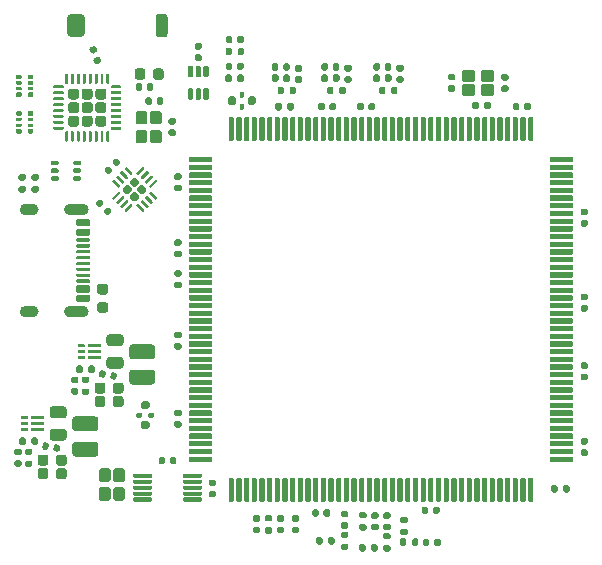
<source format=gbr>
%TF.GenerationSoftware,KiCad,Pcbnew,8.99.0-2608-ga0707285a1*%
%TF.CreationDate,2024-10-22T09:16:20-04:00*%
%TF.ProjectId,shinobi,7368696e-6f62-4692-9e6b-696361645f70,rev?*%
%TF.SameCoordinates,Original*%
%TF.FileFunction,Paste,Top*%
%TF.FilePolarity,Positive*%
%FSLAX46Y46*%
G04 Gerber Fmt 4.6, Leading zero omitted, Abs format (unit mm)*
G04 Created by KiCad (PCBNEW 8.99.0-2608-ga0707285a1) date 2024-10-22 09:16:20*
%MOMM*%
%LPD*%
G01*
G04 APERTURE LIST*
G04 APERTURE END LIST*
G36*
G01*
X163421900Y-87217400D02*
X163761900Y-87217400D01*
G75*
G02*
X163901900Y-87357400I0J-140000D01*
G01*
X163901900Y-87637400D01*
G75*
G02*
X163761900Y-87777400I-140000J0D01*
G01*
X163421900Y-87777400D01*
G75*
G02*
X163281900Y-87637400I0J140000D01*
G01*
X163281900Y-87357400D01*
G75*
G02*
X163421900Y-87217400I140000J0D01*
G01*
G37*
G36*
G01*
X163421900Y-88177400D02*
X163761900Y-88177400D01*
G75*
G02*
X163901900Y-88317400I0J-140000D01*
G01*
X163901900Y-88597400D01*
G75*
G02*
X163761900Y-88737400I-140000J0D01*
G01*
X163421900Y-88737400D01*
G75*
G02*
X163281900Y-88597400I0J140000D01*
G01*
X163281900Y-88317400D01*
G75*
G02*
X163421900Y-88177400I140000J0D01*
G01*
G37*
G36*
G01*
X154688100Y-125739600D02*
X154348100Y-125739600D01*
G75*
G02*
X154208100Y-125599600I0J140000D01*
G01*
X154208100Y-125319600D01*
G75*
G02*
X154348100Y-125179600I140000J0D01*
G01*
X154688100Y-125179600D01*
G75*
G02*
X154828100Y-125319600I0J-140000D01*
G01*
X154828100Y-125599600D01*
G75*
G02*
X154688100Y-125739600I-140000J0D01*
G01*
G37*
G36*
G01*
X154688100Y-124779600D02*
X154348100Y-124779600D01*
G75*
G02*
X154208100Y-124639600I0J140000D01*
G01*
X154208100Y-124359600D01*
G75*
G02*
X154348100Y-124219600I140000J0D01*
G01*
X154688100Y-124219600D01*
G75*
G02*
X154828100Y-124359600I0J-140000D01*
G01*
X154828100Y-124639600D01*
G75*
G02*
X154688100Y-124779600I-140000J0D01*
G01*
G37*
G36*
G01*
X135799900Y-114715000D02*
X135799900Y-115215000D01*
G75*
G02*
X135574900Y-115440000I-225000J0D01*
G01*
X135124900Y-115440000D01*
G75*
G02*
X134899900Y-115215000I0J225000D01*
G01*
X134899900Y-114715000D01*
G75*
G02*
X135124900Y-114490000I225000J0D01*
G01*
X135574900Y-114490000D01*
G75*
G02*
X135799900Y-114715000I0J-225000D01*
G01*
G37*
G36*
G01*
X134249900Y-114715000D02*
X134249900Y-115215000D01*
G75*
G02*
X134024900Y-115440000I-225000J0D01*
G01*
X133574900Y-115440000D01*
G75*
G02*
X133349900Y-115215000I0J225000D01*
G01*
X133349900Y-114715000D01*
G75*
G02*
X133574900Y-114490000I225000J0D01*
G01*
X134024900Y-114490000D01*
G75*
G02*
X134249900Y-114715000I0J-225000D01*
G01*
G37*
G36*
G01*
X152114100Y-126942600D02*
X152114100Y-126572600D01*
G75*
G02*
X152249100Y-126437600I135000J0D01*
G01*
X152519100Y-126437600D01*
G75*
G02*
X152654100Y-126572600I0J-135000D01*
G01*
X152654100Y-126942600D01*
G75*
G02*
X152519100Y-127077600I-135000J0D01*
G01*
X152249100Y-127077600D01*
G75*
G02*
X152114100Y-126942600I0J135000D01*
G01*
G37*
G36*
G01*
X153134100Y-126942600D02*
X153134100Y-126572600D01*
G75*
G02*
X153269100Y-126437600I135000J0D01*
G01*
X153539100Y-126437600D01*
G75*
G02*
X153674100Y-126572600I0J-135000D01*
G01*
X153674100Y-126942600D01*
G75*
G02*
X153539100Y-127077600I-135000J0D01*
G01*
X153269100Y-127077600D01*
G75*
G02*
X153134100Y-126942600I0J135000D01*
G01*
G37*
G36*
G01*
X174971100Y-113163600D02*
X174631100Y-113163600D01*
G75*
G02*
X174491100Y-113023600I0J140000D01*
G01*
X174491100Y-112743600D01*
G75*
G02*
X174631100Y-112603600I140000J0D01*
G01*
X174971100Y-112603600D01*
G75*
G02*
X175111100Y-112743600I0J-140000D01*
G01*
X175111100Y-113023600D01*
G75*
G02*
X174971100Y-113163600I-140000J0D01*
G01*
G37*
G36*
G01*
X174971100Y-112203600D02*
X174631100Y-112203600D01*
G75*
G02*
X174491100Y-112063600I0J140000D01*
G01*
X174491100Y-111783600D01*
G75*
G02*
X174631100Y-111643600I140000J0D01*
G01*
X174971100Y-111643600D01*
G75*
G02*
X175111100Y-111783600I0J-140000D01*
G01*
X175111100Y-112063600D01*
G75*
G02*
X174971100Y-112203600I-140000J0D01*
G01*
G37*
G36*
G01*
X153288100Y-124228200D02*
X153288100Y-124568200D01*
G75*
G02*
X153148100Y-124708200I-140000J0D01*
G01*
X152868100Y-124708200D01*
G75*
G02*
X152728100Y-124568200I0J140000D01*
G01*
X152728100Y-124228200D01*
G75*
G02*
X152868100Y-124088200I140000J0D01*
G01*
X153148100Y-124088200D01*
G75*
G02*
X153288100Y-124228200I0J-140000D01*
G01*
G37*
G36*
G01*
X152328100Y-124228200D02*
X152328100Y-124568200D01*
G75*
G02*
X152188100Y-124708200I-140000J0D01*
G01*
X151908100Y-124708200D01*
G75*
G02*
X151768100Y-124568200I0J140000D01*
G01*
X151768100Y-124228200D01*
G75*
G02*
X151908100Y-124088200I140000J0D01*
G01*
X152188100Y-124088200D01*
G75*
G02*
X152328100Y-124228200I0J-140000D01*
G01*
G37*
G36*
G01*
X140084900Y-92487400D02*
X139744900Y-92487400D01*
G75*
G02*
X139604900Y-92347400I0J140000D01*
G01*
X139604900Y-92067400D01*
G75*
G02*
X139744900Y-91927400I140000J0D01*
G01*
X140084900Y-91927400D01*
G75*
G02*
X140224900Y-92067400I0J-140000D01*
G01*
X140224900Y-92347400D01*
G75*
G02*
X140084900Y-92487400I-140000J0D01*
G01*
G37*
G36*
G01*
X140084900Y-91527400D02*
X139744900Y-91527400D01*
G75*
G02*
X139604900Y-91387400I0J140000D01*
G01*
X139604900Y-91107400D01*
G75*
G02*
X139744900Y-90967400I140000J0D01*
G01*
X140084900Y-90967400D01*
G75*
G02*
X140224900Y-91107400I0J-140000D01*
G01*
X140224900Y-91387400D01*
G75*
G02*
X140084900Y-91527400I-140000J0D01*
G01*
G37*
G36*
G01*
X149898100Y-87420100D02*
X149898100Y-87765100D01*
G75*
G02*
X149750600Y-87912600I-147500J0D01*
G01*
X149455600Y-87912600D01*
G75*
G02*
X149308100Y-87765100I0J147500D01*
G01*
X149308100Y-87420100D01*
G75*
G02*
X149455600Y-87272600I147500J0D01*
G01*
X149750600Y-87272600D01*
G75*
G02*
X149898100Y-87420100I0J-147500D01*
G01*
G37*
G36*
G01*
X148928100Y-87420100D02*
X148928100Y-87765100D01*
G75*
G02*
X148780600Y-87912600I-147500J0D01*
G01*
X148485600Y-87912600D01*
G75*
G02*
X148338100Y-87765100I0J147500D01*
G01*
X148338100Y-87420100D01*
G75*
G02*
X148485600Y-87272600I147500J0D01*
G01*
X148780600Y-87272600D01*
G75*
G02*
X148928100Y-87420100I0J-147500D01*
G01*
G37*
G36*
G01*
X174971100Y-119563600D02*
X174631100Y-119563600D01*
G75*
G02*
X174491100Y-119423600I0J140000D01*
G01*
X174491100Y-119143600D01*
G75*
G02*
X174631100Y-119003600I140000J0D01*
G01*
X174971100Y-119003600D01*
G75*
G02*
X175111100Y-119143600I0J-140000D01*
G01*
X175111100Y-119423600D01*
G75*
G02*
X174971100Y-119563600I-140000J0D01*
G01*
G37*
G36*
G01*
X174971100Y-118603600D02*
X174631100Y-118603600D01*
G75*
G02*
X174491100Y-118463600I0J140000D01*
G01*
X174491100Y-118183600D01*
G75*
G02*
X174631100Y-118043600I140000J0D01*
G01*
X174971100Y-118043600D01*
G75*
G02*
X175111100Y-118183600I0J-140000D01*
G01*
X175111100Y-118463600D01*
G75*
G02*
X174971100Y-118603600I-140000J0D01*
G01*
G37*
G36*
G01*
X159200700Y-127063000D02*
X159200700Y-126693000D01*
G75*
G02*
X159335700Y-126558000I135000J0D01*
G01*
X159605700Y-126558000D01*
G75*
G02*
X159740700Y-126693000I0J-135000D01*
G01*
X159740700Y-127063000D01*
G75*
G02*
X159605700Y-127198000I-135000J0D01*
G01*
X159335700Y-127198000D01*
G75*
G02*
X159200700Y-127063000I0J135000D01*
G01*
G37*
G36*
G01*
X160220700Y-127063000D02*
X160220700Y-126693000D01*
G75*
G02*
X160355700Y-126558000I135000J0D01*
G01*
X160625700Y-126558000D01*
G75*
G02*
X160760700Y-126693000I0J-135000D01*
G01*
X160760700Y-127063000D01*
G75*
G02*
X160625700Y-127198000I-135000J0D01*
G01*
X160355700Y-127198000D01*
G75*
G02*
X160220700Y-127063000I0J135000D01*
G01*
G37*
G36*
G01*
X135768100Y-123367600D02*
X135068100Y-123367600D01*
G75*
G02*
X134918100Y-123217600I0J150000D01*
G01*
X134918100Y-122367600D01*
G75*
G02*
X135068100Y-122217600I150000J0D01*
G01*
X135768100Y-122217600D01*
G75*
G02*
X135918100Y-122367600I0J-150000D01*
G01*
X135918100Y-123217600D01*
G75*
G02*
X135768100Y-123367600I-150000J0D01*
G01*
G37*
G36*
G01*
X135768100Y-121767600D02*
X135068100Y-121767600D01*
G75*
G02*
X134918100Y-121617600I0J150000D01*
G01*
X134918100Y-120767600D01*
G75*
G02*
X135068100Y-120617600I150000J0D01*
G01*
X135768100Y-120617600D01*
G75*
G02*
X135918100Y-120767600I0J-150000D01*
G01*
X135918100Y-121617600D01*
G75*
G02*
X135768100Y-121767600I-150000J0D01*
G01*
G37*
G36*
G01*
X134568100Y-121767600D02*
X133868100Y-121767600D01*
G75*
G02*
X133718100Y-121617600I0J150000D01*
G01*
X133718100Y-120767600D01*
G75*
G02*
X133868100Y-120617600I150000J0D01*
G01*
X134568100Y-120617600D01*
G75*
G02*
X134718100Y-120767600I0J-150000D01*
G01*
X134718100Y-121617600D01*
G75*
G02*
X134568100Y-121767600I-150000J0D01*
G01*
G37*
G36*
G01*
X134568100Y-123367600D02*
X133868100Y-123367600D01*
G75*
G02*
X133718100Y-123217600I0J150000D01*
G01*
X133718100Y-122367600D01*
G75*
G02*
X133868100Y-122217600I150000J0D01*
G01*
X134568100Y-122217600D01*
G75*
G02*
X134718100Y-122367600I0J-150000D01*
G01*
X134718100Y-123217600D01*
G75*
G02*
X134568100Y-123367600I-150000J0D01*
G01*
G37*
G36*
G01*
X136964900Y-90352400D02*
X137664900Y-90352400D01*
G75*
G02*
X137814900Y-90502400I0J-150000D01*
G01*
X137814900Y-91352400D01*
G75*
G02*
X137664900Y-91502400I-150000J0D01*
G01*
X136964900Y-91502400D01*
G75*
G02*
X136814900Y-91352400I0J150000D01*
G01*
X136814900Y-90502400D01*
G75*
G02*
X136964900Y-90352400I150000J0D01*
G01*
G37*
G36*
G01*
X136964900Y-91952400D02*
X137664900Y-91952400D01*
G75*
G02*
X137814900Y-92102400I0J-150000D01*
G01*
X137814900Y-92952400D01*
G75*
G02*
X137664900Y-93102400I-150000J0D01*
G01*
X136964900Y-93102400D01*
G75*
G02*
X136814900Y-92952400I0J150000D01*
G01*
X136814900Y-92102400D01*
G75*
G02*
X136964900Y-91952400I150000J0D01*
G01*
G37*
G36*
G01*
X138164900Y-91952400D02*
X138864900Y-91952400D01*
G75*
G02*
X139014900Y-92102400I0J-150000D01*
G01*
X139014900Y-92952400D01*
G75*
G02*
X138864900Y-93102400I-150000J0D01*
G01*
X138164900Y-93102400D01*
G75*
G02*
X138014900Y-92952400I0J150000D01*
G01*
X138014900Y-92102400D01*
G75*
G02*
X138164900Y-91952400I150000J0D01*
G01*
G37*
G36*
G01*
X138164900Y-90352400D02*
X138864900Y-90352400D01*
G75*
G02*
X139014900Y-90502400I0J-150000D01*
G01*
X139014900Y-91352400D01*
G75*
G02*
X138864900Y-91502400I-150000J0D01*
G01*
X138164900Y-91502400D01*
G75*
G02*
X138014900Y-91352400I0J150000D01*
G01*
X138014900Y-90502400D01*
G75*
G02*
X138164900Y-90352400I150000J0D01*
G01*
G37*
G36*
G01*
X158271100Y-125866600D02*
X157931100Y-125866600D01*
G75*
G02*
X157791100Y-125726600I0J140000D01*
G01*
X157791100Y-125446600D01*
G75*
G02*
X157931100Y-125306600I140000J0D01*
G01*
X158271100Y-125306600D01*
G75*
G02*
X158411100Y-125446600I0J-140000D01*
G01*
X158411100Y-125726600D01*
G75*
G02*
X158271100Y-125866600I-140000J0D01*
G01*
G37*
G36*
G01*
X158271100Y-124906600D02*
X157931100Y-124906600D01*
G75*
G02*
X157791100Y-124766600I0J140000D01*
G01*
X157791100Y-124486600D01*
G75*
G02*
X157931100Y-124346600I140000J0D01*
G01*
X158271100Y-124346600D01*
G75*
G02*
X158411100Y-124486600I0J-140000D01*
G01*
X158411100Y-124766600D01*
G75*
G02*
X158271100Y-124906600I-140000J0D01*
G01*
G37*
G36*
G01*
X159034900Y-86467400D02*
X159374900Y-86467400D01*
G75*
G02*
X159514900Y-86607400I0J-140000D01*
G01*
X159514900Y-86887400D01*
G75*
G02*
X159374900Y-87027400I-140000J0D01*
G01*
X159034900Y-87027400D01*
G75*
G02*
X158894900Y-86887400I0J140000D01*
G01*
X158894900Y-86607400D01*
G75*
G02*
X159034900Y-86467400I140000J0D01*
G01*
G37*
G36*
G01*
X159034900Y-87427400D02*
X159374900Y-87427400D01*
G75*
G02*
X159514900Y-87567400I0J-140000D01*
G01*
X159514900Y-87847400D01*
G75*
G02*
X159374900Y-87987400I-140000J0D01*
G01*
X159034900Y-87987400D01*
G75*
G02*
X158894900Y-87847400I0J140000D01*
G01*
X158894900Y-87567400D01*
G75*
G02*
X159034900Y-87427400I140000J0D01*
G01*
G37*
G36*
G01*
X146993600Y-89286350D02*
X146993600Y-89698850D01*
G75*
G02*
X146824850Y-89867600I-168750J0D01*
G01*
X146487350Y-89867600D01*
G75*
G02*
X146318600Y-89698850I0J168750D01*
G01*
X146318600Y-89286350D01*
G75*
G02*
X146487350Y-89117600I168750J0D01*
G01*
X146824850Y-89117600D01*
G75*
G02*
X146993600Y-89286350I0J-168750D01*
G01*
G37*
G36*
G01*
X146018100Y-88817100D02*
X146018100Y-89142100D01*
G75*
G02*
X145918100Y-89242100I-100000J0D01*
G01*
X145718100Y-89242100D01*
G75*
G02*
X145618100Y-89142100I0J100000D01*
G01*
X145618100Y-88817100D01*
G75*
G02*
X145718100Y-88717100I100000J0D01*
G01*
X145918100Y-88717100D01*
G75*
G02*
X146018100Y-88817100I0J-100000D01*
G01*
G37*
G36*
G01*
X145318600Y-89286350D02*
X145318600Y-89698850D01*
G75*
G02*
X145149850Y-89867600I-168750J0D01*
G01*
X144812350Y-89867600D01*
G75*
G02*
X144643600Y-89698850I0J168750D01*
G01*
X144643600Y-89286350D01*
G75*
G02*
X144812350Y-89117600I168750J0D01*
G01*
X145149850Y-89117600D01*
G75*
G02*
X145318600Y-89286350I0J-168750D01*
G01*
G37*
G36*
G01*
X146018100Y-89843100D02*
X146018100Y-90168100D01*
G75*
G02*
X145918100Y-90268100I-100000J0D01*
G01*
X145718100Y-90268100D01*
G75*
G02*
X145618100Y-90168100I0J100000D01*
G01*
X145618100Y-89843100D01*
G75*
G02*
X145718100Y-89743100I100000J0D01*
G01*
X145918100Y-89743100D01*
G75*
G02*
X146018100Y-89843100I0J-100000D01*
G01*
G37*
G36*
G01*
X132524900Y-82502400D02*
X132524900Y-83752400D01*
G75*
G02*
X132149900Y-84127400I-375000J0D01*
G01*
X131399900Y-84127400D01*
G75*
G02*
X131024900Y-83752400I0J375000D01*
G01*
X131024900Y-82502400D01*
G75*
G02*
X131399900Y-82127400I375000J0D01*
G01*
X132149900Y-82127400D01*
G75*
G02*
X132524900Y-82502400I0J-375000D01*
G01*
G37*
G36*
G01*
X139524900Y-82377400D02*
X139524900Y-83877400D01*
G75*
G02*
X139274900Y-84127400I-250000J0D01*
G01*
X138774900Y-84127400D01*
G75*
G02*
X138524900Y-83877400I0J250000D01*
G01*
X138524900Y-82377400D01*
G75*
G02*
X138774900Y-82127400I250000J0D01*
G01*
X139274900Y-82127400D01*
G75*
G02*
X139524900Y-82377400I0J-250000D01*
G01*
G37*
G36*
G01*
X156915100Y-124346600D02*
X157255100Y-124346600D01*
G75*
G02*
X157395100Y-124486600I0J-140000D01*
G01*
X157395100Y-124766600D01*
G75*
G02*
X157255100Y-124906600I-140000J0D01*
G01*
X156915100Y-124906600D01*
G75*
G02*
X156775100Y-124766600I0J140000D01*
G01*
X156775100Y-124486600D01*
G75*
G02*
X156915100Y-124346600I140000J0D01*
G01*
G37*
G36*
G01*
X156915100Y-125306600D02*
X157255100Y-125306600D01*
G75*
G02*
X157395100Y-125446600I0J-140000D01*
G01*
X157395100Y-125726600D01*
G75*
G02*
X157255100Y-125866600I-140000J0D01*
G01*
X156915100Y-125866600D01*
G75*
G02*
X156775100Y-125726600I0J140000D01*
G01*
X156775100Y-125446600D01*
G75*
G02*
X156915100Y-125306600I140000J0D01*
G01*
G37*
G36*
G01*
X159363900Y-124701000D02*
X159733900Y-124701000D01*
G75*
G02*
X159868900Y-124836000I0J-135000D01*
G01*
X159868900Y-125106000D01*
G75*
G02*
X159733900Y-125241000I-135000J0D01*
G01*
X159363900Y-125241000D01*
G75*
G02*
X159228900Y-125106000I0J135000D01*
G01*
X159228900Y-124836000D01*
G75*
G02*
X159363900Y-124701000I135000J0D01*
G01*
G37*
G36*
G01*
X159363900Y-125721000D02*
X159733900Y-125721000D01*
G75*
G02*
X159868900Y-125856000I0J-135000D01*
G01*
X159868900Y-126126000D01*
G75*
G02*
X159733900Y-126261000I-135000J0D01*
G01*
X159363900Y-126261000D01*
G75*
G02*
X159228900Y-126126000I0J135000D01*
G01*
X159228900Y-125856000D01*
G75*
G02*
X159363900Y-125721000I135000J0D01*
G01*
G37*
G36*
G01*
X142294900Y-86137400D02*
X141954900Y-86137400D01*
G75*
G02*
X141814900Y-85997400I0J140000D01*
G01*
X141814900Y-85717400D01*
G75*
G02*
X141954900Y-85577400I140000J0D01*
G01*
X142294900Y-85577400D01*
G75*
G02*
X142434900Y-85717400I0J-140000D01*
G01*
X142434900Y-85997400D01*
G75*
G02*
X142294900Y-86137400I-140000J0D01*
G01*
G37*
G36*
G01*
X142294900Y-85177400D02*
X141954900Y-85177400D01*
G75*
G02*
X141814900Y-85037400I0J140000D01*
G01*
X141814900Y-84757400D01*
G75*
G02*
X141954900Y-84617400I140000J0D01*
G01*
X142294900Y-84617400D01*
G75*
G02*
X142434900Y-84757400I0J-140000D01*
G01*
X142434900Y-85037400D01*
G75*
G02*
X142294900Y-85177400I-140000J0D01*
G01*
G37*
G36*
G01*
X141318100Y-94641400D02*
X141318100Y-94343800D01*
G75*
G02*
X141394300Y-94267600I76200J0D01*
G01*
X143241900Y-94267600D01*
G75*
G02*
X143318100Y-94343800I0J-76200D01*
G01*
X143318100Y-94641400D01*
G75*
G02*
X143241900Y-94717600I-76200J0D01*
G01*
X141394300Y-94717600D01*
G75*
G02*
X141318100Y-94641400I0J76200D01*
G01*
G37*
G36*
G01*
X141318100Y-95291400D02*
X141318100Y-94993800D01*
G75*
G02*
X141394300Y-94917600I76200J0D01*
G01*
X143241900Y-94917600D01*
G75*
G02*
X143318100Y-94993800I0J-76200D01*
G01*
X143318100Y-95291400D01*
G75*
G02*
X143241900Y-95367600I-76200J0D01*
G01*
X141394300Y-95367600D01*
G75*
G02*
X141318100Y-95291400I0J76200D01*
G01*
G37*
G36*
G01*
X141318100Y-95941400D02*
X141318100Y-95643800D01*
G75*
G02*
X141394300Y-95567600I76200J0D01*
G01*
X143241900Y-95567600D01*
G75*
G02*
X143318100Y-95643800I0J-76200D01*
G01*
X143318100Y-95941400D01*
G75*
G02*
X143241900Y-96017600I-76200J0D01*
G01*
X141394300Y-96017600D01*
G75*
G02*
X141318100Y-95941400I0J76200D01*
G01*
G37*
G36*
G01*
X141318100Y-96591400D02*
X141318100Y-96293800D01*
G75*
G02*
X141394300Y-96217600I76200J0D01*
G01*
X143241900Y-96217600D01*
G75*
G02*
X143318100Y-96293800I0J-76200D01*
G01*
X143318100Y-96591400D01*
G75*
G02*
X143241900Y-96667600I-76200J0D01*
G01*
X141394300Y-96667600D01*
G75*
G02*
X141318100Y-96591400I0J76200D01*
G01*
G37*
G36*
G01*
X141318100Y-97241400D02*
X141318100Y-96943800D01*
G75*
G02*
X141394300Y-96867600I76200J0D01*
G01*
X143241900Y-96867600D01*
G75*
G02*
X143318100Y-96943800I0J-76200D01*
G01*
X143318100Y-97241400D01*
G75*
G02*
X143241900Y-97317600I-76200J0D01*
G01*
X141394300Y-97317600D01*
G75*
G02*
X141318100Y-97241400I0J76200D01*
G01*
G37*
G36*
G01*
X141318100Y-97891400D02*
X141318100Y-97593800D01*
G75*
G02*
X141394300Y-97517600I76200J0D01*
G01*
X143241900Y-97517600D01*
G75*
G02*
X143318100Y-97593800I0J-76200D01*
G01*
X143318100Y-97891400D01*
G75*
G02*
X143241900Y-97967600I-76200J0D01*
G01*
X141394300Y-97967600D01*
G75*
G02*
X141318100Y-97891400I0J76200D01*
G01*
G37*
G36*
G01*
X141318100Y-98541400D02*
X141318100Y-98243800D01*
G75*
G02*
X141394300Y-98167600I76200J0D01*
G01*
X143241900Y-98167600D01*
G75*
G02*
X143318100Y-98243800I0J-76200D01*
G01*
X143318100Y-98541400D01*
G75*
G02*
X143241900Y-98617600I-76200J0D01*
G01*
X141394300Y-98617600D01*
G75*
G02*
X141318100Y-98541400I0J76200D01*
G01*
G37*
G36*
G01*
X141318100Y-99191400D02*
X141318100Y-98893800D01*
G75*
G02*
X141394300Y-98817600I76200J0D01*
G01*
X143241900Y-98817600D01*
G75*
G02*
X143318100Y-98893800I0J-76200D01*
G01*
X143318100Y-99191400D01*
G75*
G02*
X143241900Y-99267600I-76200J0D01*
G01*
X141394300Y-99267600D01*
G75*
G02*
X141318100Y-99191400I0J76200D01*
G01*
G37*
G36*
G01*
X141318100Y-99841400D02*
X141318100Y-99543800D01*
G75*
G02*
X141394300Y-99467600I76200J0D01*
G01*
X143241900Y-99467600D01*
G75*
G02*
X143318100Y-99543800I0J-76200D01*
G01*
X143318100Y-99841400D01*
G75*
G02*
X143241900Y-99917600I-76200J0D01*
G01*
X141394300Y-99917600D01*
G75*
G02*
X141318100Y-99841400I0J76200D01*
G01*
G37*
G36*
G01*
X141318100Y-100491400D02*
X141318100Y-100193800D01*
G75*
G02*
X141394300Y-100117600I76200J0D01*
G01*
X143241900Y-100117600D01*
G75*
G02*
X143318100Y-100193800I0J-76200D01*
G01*
X143318100Y-100491400D01*
G75*
G02*
X143241900Y-100567600I-76200J0D01*
G01*
X141394300Y-100567600D01*
G75*
G02*
X141318100Y-100491400I0J76200D01*
G01*
G37*
G36*
G01*
X141318100Y-101141400D02*
X141318100Y-100843800D01*
G75*
G02*
X141394300Y-100767600I76200J0D01*
G01*
X143241900Y-100767600D01*
G75*
G02*
X143318100Y-100843800I0J-76200D01*
G01*
X143318100Y-101141400D01*
G75*
G02*
X143241900Y-101217600I-76200J0D01*
G01*
X141394300Y-101217600D01*
G75*
G02*
X141318100Y-101141400I0J76200D01*
G01*
G37*
G36*
G01*
X141318100Y-101791400D02*
X141318100Y-101493800D01*
G75*
G02*
X141394300Y-101417600I76200J0D01*
G01*
X143241900Y-101417600D01*
G75*
G02*
X143318100Y-101493800I0J-76200D01*
G01*
X143318100Y-101791400D01*
G75*
G02*
X143241900Y-101867600I-76200J0D01*
G01*
X141394300Y-101867600D01*
G75*
G02*
X141318100Y-101791400I0J76200D01*
G01*
G37*
G36*
G01*
X141318100Y-102441400D02*
X141318100Y-102143800D01*
G75*
G02*
X141394300Y-102067600I76200J0D01*
G01*
X143241900Y-102067600D01*
G75*
G02*
X143318100Y-102143800I0J-76200D01*
G01*
X143318100Y-102441400D01*
G75*
G02*
X143241900Y-102517600I-76200J0D01*
G01*
X141394300Y-102517600D01*
G75*
G02*
X141318100Y-102441400I0J76200D01*
G01*
G37*
G36*
G01*
X141318100Y-103091400D02*
X141318100Y-102793800D01*
G75*
G02*
X141394300Y-102717600I76200J0D01*
G01*
X143241900Y-102717600D01*
G75*
G02*
X143318100Y-102793800I0J-76200D01*
G01*
X143318100Y-103091400D01*
G75*
G02*
X143241900Y-103167600I-76200J0D01*
G01*
X141394300Y-103167600D01*
G75*
G02*
X141318100Y-103091400I0J76200D01*
G01*
G37*
G36*
G01*
X141318100Y-103741400D02*
X141318100Y-103443800D01*
G75*
G02*
X141394300Y-103367600I76200J0D01*
G01*
X143241900Y-103367600D01*
G75*
G02*
X143318100Y-103443800I0J-76200D01*
G01*
X143318100Y-103741400D01*
G75*
G02*
X143241900Y-103817600I-76200J0D01*
G01*
X141394300Y-103817600D01*
G75*
G02*
X141318100Y-103741400I0J76200D01*
G01*
G37*
G36*
G01*
X141318100Y-104391400D02*
X141318100Y-104093800D01*
G75*
G02*
X141394300Y-104017600I76200J0D01*
G01*
X143241900Y-104017600D01*
G75*
G02*
X143318100Y-104093800I0J-76200D01*
G01*
X143318100Y-104391400D01*
G75*
G02*
X143241900Y-104467600I-76200J0D01*
G01*
X141394300Y-104467600D01*
G75*
G02*
X141318100Y-104391400I0J76200D01*
G01*
G37*
G36*
G01*
X141318100Y-105041400D02*
X141318100Y-104743800D01*
G75*
G02*
X141394300Y-104667600I76200J0D01*
G01*
X143241900Y-104667600D01*
G75*
G02*
X143318100Y-104743800I0J-76200D01*
G01*
X143318100Y-105041400D01*
G75*
G02*
X143241900Y-105117600I-76200J0D01*
G01*
X141394300Y-105117600D01*
G75*
G02*
X141318100Y-105041400I0J76200D01*
G01*
G37*
G36*
G01*
X141318100Y-105691400D02*
X141318100Y-105393800D01*
G75*
G02*
X141394300Y-105317600I76200J0D01*
G01*
X143241900Y-105317600D01*
G75*
G02*
X143318100Y-105393800I0J-76200D01*
G01*
X143318100Y-105691400D01*
G75*
G02*
X143241900Y-105767600I-76200J0D01*
G01*
X141394300Y-105767600D01*
G75*
G02*
X141318100Y-105691400I0J76200D01*
G01*
G37*
G36*
G01*
X141318100Y-106341400D02*
X141318100Y-106043800D01*
G75*
G02*
X141394300Y-105967600I76200J0D01*
G01*
X143241900Y-105967600D01*
G75*
G02*
X143318100Y-106043800I0J-76200D01*
G01*
X143318100Y-106341400D01*
G75*
G02*
X143241900Y-106417600I-76200J0D01*
G01*
X141394300Y-106417600D01*
G75*
G02*
X141318100Y-106341400I0J76200D01*
G01*
G37*
G36*
G01*
X141318100Y-106991400D02*
X141318100Y-106693800D01*
G75*
G02*
X141394300Y-106617600I76200J0D01*
G01*
X143241900Y-106617600D01*
G75*
G02*
X143318100Y-106693800I0J-76200D01*
G01*
X143318100Y-106991400D01*
G75*
G02*
X143241900Y-107067600I-76200J0D01*
G01*
X141394300Y-107067600D01*
G75*
G02*
X141318100Y-106991400I0J76200D01*
G01*
G37*
G36*
G01*
X141318100Y-107641400D02*
X141318100Y-107343800D01*
G75*
G02*
X141394300Y-107267600I76200J0D01*
G01*
X143241900Y-107267600D01*
G75*
G02*
X143318100Y-107343800I0J-76200D01*
G01*
X143318100Y-107641400D01*
G75*
G02*
X143241900Y-107717600I-76200J0D01*
G01*
X141394300Y-107717600D01*
G75*
G02*
X141318100Y-107641400I0J76200D01*
G01*
G37*
G36*
G01*
X141318100Y-108291400D02*
X141318100Y-107993800D01*
G75*
G02*
X141394300Y-107917600I76200J0D01*
G01*
X143241900Y-107917600D01*
G75*
G02*
X143318100Y-107993800I0J-76200D01*
G01*
X143318100Y-108291400D01*
G75*
G02*
X143241900Y-108367600I-76200J0D01*
G01*
X141394300Y-108367600D01*
G75*
G02*
X141318100Y-108291400I0J76200D01*
G01*
G37*
G36*
G01*
X141318100Y-108941400D02*
X141318100Y-108643800D01*
G75*
G02*
X141394300Y-108567600I76200J0D01*
G01*
X143241900Y-108567600D01*
G75*
G02*
X143318100Y-108643800I0J-76200D01*
G01*
X143318100Y-108941400D01*
G75*
G02*
X143241900Y-109017600I-76200J0D01*
G01*
X141394300Y-109017600D01*
G75*
G02*
X141318100Y-108941400I0J76200D01*
G01*
G37*
G36*
G01*
X141318100Y-109591400D02*
X141318100Y-109293800D01*
G75*
G02*
X141394300Y-109217600I76200J0D01*
G01*
X143241900Y-109217600D01*
G75*
G02*
X143318100Y-109293800I0J-76200D01*
G01*
X143318100Y-109591400D01*
G75*
G02*
X143241900Y-109667600I-76200J0D01*
G01*
X141394300Y-109667600D01*
G75*
G02*
X141318100Y-109591400I0J76200D01*
G01*
G37*
G36*
G01*
X141318100Y-110241400D02*
X141318100Y-109943800D01*
G75*
G02*
X141394300Y-109867600I76200J0D01*
G01*
X143241900Y-109867600D01*
G75*
G02*
X143318100Y-109943800I0J-76200D01*
G01*
X143318100Y-110241400D01*
G75*
G02*
X143241900Y-110317600I-76200J0D01*
G01*
X141394300Y-110317600D01*
G75*
G02*
X141318100Y-110241400I0J76200D01*
G01*
G37*
G36*
G01*
X141318100Y-110891400D02*
X141318100Y-110593800D01*
G75*
G02*
X141394300Y-110517600I76200J0D01*
G01*
X143241900Y-110517600D01*
G75*
G02*
X143318100Y-110593800I0J-76200D01*
G01*
X143318100Y-110891400D01*
G75*
G02*
X143241900Y-110967600I-76200J0D01*
G01*
X141394300Y-110967600D01*
G75*
G02*
X141318100Y-110891400I0J76200D01*
G01*
G37*
G36*
G01*
X141318100Y-111541400D02*
X141318100Y-111243800D01*
G75*
G02*
X141394300Y-111167600I76200J0D01*
G01*
X143241900Y-111167600D01*
G75*
G02*
X143318100Y-111243800I0J-76200D01*
G01*
X143318100Y-111541400D01*
G75*
G02*
X143241900Y-111617600I-76200J0D01*
G01*
X141394300Y-111617600D01*
G75*
G02*
X141318100Y-111541400I0J76200D01*
G01*
G37*
G36*
G01*
X141318100Y-112191400D02*
X141318100Y-111893800D01*
G75*
G02*
X141394300Y-111817600I76200J0D01*
G01*
X143241900Y-111817600D01*
G75*
G02*
X143318100Y-111893800I0J-76200D01*
G01*
X143318100Y-112191400D01*
G75*
G02*
X143241900Y-112267600I-76200J0D01*
G01*
X141394300Y-112267600D01*
G75*
G02*
X141318100Y-112191400I0J76200D01*
G01*
G37*
G36*
G01*
X141318100Y-112841400D02*
X141318100Y-112543800D01*
G75*
G02*
X141394300Y-112467600I76200J0D01*
G01*
X143241900Y-112467600D01*
G75*
G02*
X143318100Y-112543800I0J-76200D01*
G01*
X143318100Y-112841400D01*
G75*
G02*
X143241900Y-112917600I-76200J0D01*
G01*
X141394300Y-112917600D01*
G75*
G02*
X141318100Y-112841400I0J76200D01*
G01*
G37*
G36*
G01*
X141318100Y-113491400D02*
X141318100Y-113193800D01*
G75*
G02*
X141394300Y-113117600I76200J0D01*
G01*
X143241900Y-113117600D01*
G75*
G02*
X143318100Y-113193800I0J-76200D01*
G01*
X143318100Y-113491400D01*
G75*
G02*
X143241900Y-113567600I-76200J0D01*
G01*
X141394300Y-113567600D01*
G75*
G02*
X141318100Y-113491400I0J76200D01*
G01*
G37*
G36*
G01*
X141318100Y-114141400D02*
X141318100Y-113843800D01*
G75*
G02*
X141394300Y-113767600I76200J0D01*
G01*
X143241900Y-113767600D01*
G75*
G02*
X143318100Y-113843800I0J-76200D01*
G01*
X143318100Y-114141400D01*
G75*
G02*
X143241900Y-114217600I-76200J0D01*
G01*
X141394300Y-114217600D01*
G75*
G02*
X141318100Y-114141400I0J76200D01*
G01*
G37*
G36*
G01*
X141318100Y-114791400D02*
X141318100Y-114493800D01*
G75*
G02*
X141394300Y-114417600I76200J0D01*
G01*
X143241900Y-114417600D01*
G75*
G02*
X143318100Y-114493800I0J-76200D01*
G01*
X143318100Y-114791400D01*
G75*
G02*
X143241900Y-114867600I-76200J0D01*
G01*
X141394300Y-114867600D01*
G75*
G02*
X141318100Y-114791400I0J76200D01*
G01*
G37*
G36*
G01*
X141318100Y-115441400D02*
X141318100Y-115143800D01*
G75*
G02*
X141394300Y-115067600I76200J0D01*
G01*
X143241900Y-115067600D01*
G75*
G02*
X143318100Y-115143800I0J-76200D01*
G01*
X143318100Y-115441400D01*
G75*
G02*
X143241900Y-115517600I-76200J0D01*
G01*
X141394300Y-115517600D01*
G75*
G02*
X141318100Y-115441400I0J76200D01*
G01*
G37*
G36*
G01*
X141318100Y-116091400D02*
X141318100Y-115793800D01*
G75*
G02*
X141394300Y-115717600I76200J0D01*
G01*
X143241900Y-115717600D01*
G75*
G02*
X143318100Y-115793800I0J-76200D01*
G01*
X143318100Y-116091400D01*
G75*
G02*
X143241900Y-116167600I-76200J0D01*
G01*
X141394300Y-116167600D01*
G75*
G02*
X141318100Y-116091400I0J76200D01*
G01*
G37*
G36*
G01*
X141318100Y-116741400D02*
X141318100Y-116443800D01*
G75*
G02*
X141394300Y-116367600I76200J0D01*
G01*
X143241900Y-116367600D01*
G75*
G02*
X143318100Y-116443800I0J-76200D01*
G01*
X143318100Y-116741400D01*
G75*
G02*
X143241900Y-116817600I-76200J0D01*
G01*
X141394300Y-116817600D01*
G75*
G02*
X141318100Y-116741400I0J76200D01*
G01*
G37*
G36*
G01*
X141318100Y-117391400D02*
X141318100Y-117093800D01*
G75*
G02*
X141394300Y-117017600I76200J0D01*
G01*
X143241900Y-117017600D01*
G75*
G02*
X143318100Y-117093800I0J-76200D01*
G01*
X143318100Y-117391400D01*
G75*
G02*
X143241900Y-117467600I-76200J0D01*
G01*
X141394300Y-117467600D01*
G75*
G02*
X141318100Y-117391400I0J76200D01*
G01*
G37*
G36*
G01*
X141318100Y-118041400D02*
X141318100Y-117743800D01*
G75*
G02*
X141394300Y-117667600I76200J0D01*
G01*
X143241900Y-117667600D01*
G75*
G02*
X143318100Y-117743800I0J-76200D01*
G01*
X143318100Y-118041400D01*
G75*
G02*
X143241900Y-118117600I-76200J0D01*
G01*
X141394300Y-118117600D01*
G75*
G02*
X141318100Y-118041400I0J76200D01*
G01*
G37*
G36*
G01*
X141318100Y-118691400D02*
X141318100Y-118393800D01*
G75*
G02*
X141394300Y-118317600I76200J0D01*
G01*
X143241900Y-118317600D01*
G75*
G02*
X143318100Y-118393800I0J-76200D01*
G01*
X143318100Y-118691400D01*
G75*
G02*
X143241900Y-118767600I-76200J0D01*
G01*
X141394300Y-118767600D01*
G75*
G02*
X141318100Y-118691400I0J76200D01*
G01*
G37*
G36*
G01*
X141318100Y-119341400D02*
X141318100Y-119043800D01*
G75*
G02*
X141394300Y-118967600I76200J0D01*
G01*
X143241900Y-118967600D01*
G75*
G02*
X143318100Y-119043800I0J-76200D01*
G01*
X143318100Y-119341400D01*
G75*
G02*
X143241900Y-119417600I-76200J0D01*
G01*
X141394300Y-119417600D01*
G75*
G02*
X141318100Y-119341400I0J76200D01*
G01*
G37*
G36*
G01*
X141318100Y-119991400D02*
X141318100Y-119693800D01*
G75*
G02*
X141394300Y-119617600I76200J0D01*
G01*
X143241900Y-119617600D01*
G75*
G02*
X143318100Y-119693800I0J-76200D01*
G01*
X143318100Y-119991400D01*
G75*
G02*
X143241900Y-120067600I-76200J0D01*
G01*
X141394300Y-120067600D01*
G75*
G02*
X141318100Y-119991400I0J76200D01*
G01*
G37*
G36*
G01*
X144693100Y-123366400D02*
X144693100Y-121518800D01*
G75*
G02*
X144769300Y-121442600I76200J0D01*
G01*
X145066900Y-121442600D01*
G75*
G02*
X145143100Y-121518800I0J-76200D01*
G01*
X145143100Y-123366400D01*
G75*
G02*
X145066900Y-123442600I-76200J0D01*
G01*
X144769300Y-123442600D01*
G75*
G02*
X144693100Y-123366400I0J76200D01*
G01*
G37*
G36*
G01*
X145343100Y-123366400D02*
X145343100Y-121518800D01*
G75*
G02*
X145419300Y-121442600I76200J0D01*
G01*
X145716900Y-121442600D01*
G75*
G02*
X145793100Y-121518800I0J-76200D01*
G01*
X145793100Y-123366400D01*
G75*
G02*
X145716900Y-123442600I-76200J0D01*
G01*
X145419300Y-123442600D01*
G75*
G02*
X145343100Y-123366400I0J76200D01*
G01*
G37*
G36*
G01*
X145993100Y-123366400D02*
X145993100Y-121518800D01*
G75*
G02*
X146069300Y-121442600I76200J0D01*
G01*
X146366900Y-121442600D01*
G75*
G02*
X146443100Y-121518800I0J-76200D01*
G01*
X146443100Y-123366400D01*
G75*
G02*
X146366900Y-123442600I-76200J0D01*
G01*
X146069300Y-123442600D01*
G75*
G02*
X145993100Y-123366400I0J76200D01*
G01*
G37*
G36*
G01*
X146643100Y-123366400D02*
X146643100Y-121518800D01*
G75*
G02*
X146719300Y-121442600I76200J0D01*
G01*
X147016900Y-121442600D01*
G75*
G02*
X147093100Y-121518800I0J-76200D01*
G01*
X147093100Y-123366400D01*
G75*
G02*
X147016900Y-123442600I-76200J0D01*
G01*
X146719300Y-123442600D01*
G75*
G02*
X146643100Y-123366400I0J76200D01*
G01*
G37*
G36*
G01*
X147293100Y-123366400D02*
X147293100Y-121518800D01*
G75*
G02*
X147369300Y-121442600I76200J0D01*
G01*
X147666900Y-121442600D01*
G75*
G02*
X147743100Y-121518800I0J-76200D01*
G01*
X147743100Y-123366400D01*
G75*
G02*
X147666900Y-123442600I-76200J0D01*
G01*
X147369300Y-123442600D01*
G75*
G02*
X147293100Y-123366400I0J76200D01*
G01*
G37*
G36*
G01*
X147943100Y-123366400D02*
X147943100Y-121518800D01*
G75*
G02*
X148019300Y-121442600I76200J0D01*
G01*
X148316900Y-121442600D01*
G75*
G02*
X148393100Y-121518800I0J-76200D01*
G01*
X148393100Y-123366400D01*
G75*
G02*
X148316900Y-123442600I-76200J0D01*
G01*
X148019300Y-123442600D01*
G75*
G02*
X147943100Y-123366400I0J76200D01*
G01*
G37*
G36*
G01*
X148593100Y-123366400D02*
X148593100Y-121518800D01*
G75*
G02*
X148669300Y-121442600I76200J0D01*
G01*
X148966900Y-121442600D01*
G75*
G02*
X149043100Y-121518800I0J-76200D01*
G01*
X149043100Y-123366400D01*
G75*
G02*
X148966900Y-123442600I-76200J0D01*
G01*
X148669300Y-123442600D01*
G75*
G02*
X148593100Y-123366400I0J76200D01*
G01*
G37*
G36*
G01*
X149243100Y-123366400D02*
X149243100Y-121518800D01*
G75*
G02*
X149319300Y-121442600I76200J0D01*
G01*
X149616900Y-121442600D01*
G75*
G02*
X149693100Y-121518800I0J-76200D01*
G01*
X149693100Y-123366400D01*
G75*
G02*
X149616900Y-123442600I-76200J0D01*
G01*
X149319300Y-123442600D01*
G75*
G02*
X149243100Y-123366400I0J76200D01*
G01*
G37*
G36*
G01*
X149893100Y-123366400D02*
X149893100Y-121518800D01*
G75*
G02*
X149969300Y-121442600I76200J0D01*
G01*
X150266900Y-121442600D01*
G75*
G02*
X150343100Y-121518800I0J-76200D01*
G01*
X150343100Y-123366400D01*
G75*
G02*
X150266900Y-123442600I-76200J0D01*
G01*
X149969300Y-123442600D01*
G75*
G02*
X149893100Y-123366400I0J76200D01*
G01*
G37*
G36*
G01*
X150543100Y-123366400D02*
X150543100Y-121518800D01*
G75*
G02*
X150619300Y-121442600I76200J0D01*
G01*
X150916900Y-121442600D01*
G75*
G02*
X150993100Y-121518800I0J-76200D01*
G01*
X150993100Y-123366400D01*
G75*
G02*
X150916900Y-123442600I-76200J0D01*
G01*
X150619300Y-123442600D01*
G75*
G02*
X150543100Y-123366400I0J76200D01*
G01*
G37*
G36*
G01*
X151193100Y-123366400D02*
X151193100Y-121518800D01*
G75*
G02*
X151269300Y-121442600I76200J0D01*
G01*
X151566900Y-121442600D01*
G75*
G02*
X151643100Y-121518800I0J-76200D01*
G01*
X151643100Y-123366400D01*
G75*
G02*
X151566900Y-123442600I-76200J0D01*
G01*
X151269300Y-123442600D01*
G75*
G02*
X151193100Y-123366400I0J76200D01*
G01*
G37*
G36*
G01*
X151843100Y-123366400D02*
X151843100Y-121518800D01*
G75*
G02*
X151919300Y-121442600I76200J0D01*
G01*
X152216900Y-121442600D01*
G75*
G02*
X152293100Y-121518800I0J-76200D01*
G01*
X152293100Y-123366400D01*
G75*
G02*
X152216900Y-123442600I-76200J0D01*
G01*
X151919300Y-123442600D01*
G75*
G02*
X151843100Y-123366400I0J76200D01*
G01*
G37*
G36*
G01*
X152493100Y-123366400D02*
X152493100Y-121518800D01*
G75*
G02*
X152569300Y-121442600I76200J0D01*
G01*
X152866900Y-121442600D01*
G75*
G02*
X152943100Y-121518800I0J-76200D01*
G01*
X152943100Y-123366400D01*
G75*
G02*
X152866900Y-123442600I-76200J0D01*
G01*
X152569300Y-123442600D01*
G75*
G02*
X152493100Y-123366400I0J76200D01*
G01*
G37*
G36*
G01*
X153143100Y-123366400D02*
X153143100Y-121518800D01*
G75*
G02*
X153219300Y-121442600I76200J0D01*
G01*
X153516900Y-121442600D01*
G75*
G02*
X153593100Y-121518800I0J-76200D01*
G01*
X153593100Y-123366400D01*
G75*
G02*
X153516900Y-123442600I-76200J0D01*
G01*
X153219300Y-123442600D01*
G75*
G02*
X153143100Y-123366400I0J76200D01*
G01*
G37*
G36*
G01*
X153793100Y-123366400D02*
X153793100Y-121518800D01*
G75*
G02*
X153869300Y-121442600I76200J0D01*
G01*
X154166900Y-121442600D01*
G75*
G02*
X154243100Y-121518800I0J-76200D01*
G01*
X154243100Y-123366400D01*
G75*
G02*
X154166900Y-123442600I-76200J0D01*
G01*
X153869300Y-123442600D01*
G75*
G02*
X153793100Y-123366400I0J76200D01*
G01*
G37*
G36*
G01*
X154443100Y-123366400D02*
X154443100Y-121518800D01*
G75*
G02*
X154519300Y-121442600I76200J0D01*
G01*
X154816900Y-121442600D01*
G75*
G02*
X154893100Y-121518800I0J-76200D01*
G01*
X154893100Y-123366400D01*
G75*
G02*
X154816900Y-123442600I-76200J0D01*
G01*
X154519300Y-123442600D01*
G75*
G02*
X154443100Y-123366400I0J76200D01*
G01*
G37*
G36*
G01*
X155093100Y-123366400D02*
X155093100Y-121518800D01*
G75*
G02*
X155169300Y-121442600I76200J0D01*
G01*
X155466900Y-121442600D01*
G75*
G02*
X155543100Y-121518800I0J-76200D01*
G01*
X155543100Y-123366400D01*
G75*
G02*
X155466900Y-123442600I-76200J0D01*
G01*
X155169300Y-123442600D01*
G75*
G02*
X155093100Y-123366400I0J76200D01*
G01*
G37*
G36*
G01*
X155743100Y-123366400D02*
X155743100Y-121518800D01*
G75*
G02*
X155819300Y-121442600I76200J0D01*
G01*
X156116900Y-121442600D01*
G75*
G02*
X156193100Y-121518800I0J-76200D01*
G01*
X156193100Y-123366400D01*
G75*
G02*
X156116900Y-123442600I-76200J0D01*
G01*
X155819300Y-123442600D01*
G75*
G02*
X155743100Y-123366400I0J76200D01*
G01*
G37*
G36*
G01*
X156393100Y-123366400D02*
X156393100Y-121518800D01*
G75*
G02*
X156469300Y-121442600I76200J0D01*
G01*
X156766900Y-121442600D01*
G75*
G02*
X156843100Y-121518800I0J-76200D01*
G01*
X156843100Y-123366400D01*
G75*
G02*
X156766900Y-123442600I-76200J0D01*
G01*
X156469300Y-123442600D01*
G75*
G02*
X156393100Y-123366400I0J76200D01*
G01*
G37*
G36*
G01*
X157043100Y-123366400D02*
X157043100Y-121518800D01*
G75*
G02*
X157119300Y-121442600I76200J0D01*
G01*
X157416900Y-121442600D01*
G75*
G02*
X157493100Y-121518800I0J-76200D01*
G01*
X157493100Y-123366400D01*
G75*
G02*
X157416900Y-123442600I-76200J0D01*
G01*
X157119300Y-123442600D01*
G75*
G02*
X157043100Y-123366400I0J76200D01*
G01*
G37*
G36*
G01*
X157693100Y-123366400D02*
X157693100Y-121518800D01*
G75*
G02*
X157769300Y-121442600I76200J0D01*
G01*
X158066900Y-121442600D01*
G75*
G02*
X158143100Y-121518800I0J-76200D01*
G01*
X158143100Y-123366400D01*
G75*
G02*
X158066900Y-123442600I-76200J0D01*
G01*
X157769300Y-123442600D01*
G75*
G02*
X157693100Y-123366400I0J76200D01*
G01*
G37*
G36*
G01*
X158343100Y-123366400D02*
X158343100Y-121518800D01*
G75*
G02*
X158419300Y-121442600I76200J0D01*
G01*
X158716900Y-121442600D01*
G75*
G02*
X158793100Y-121518800I0J-76200D01*
G01*
X158793100Y-123366400D01*
G75*
G02*
X158716900Y-123442600I-76200J0D01*
G01*
X158419300Y-123442600D01*
G75*
G02*
X158343100Y-123366400I0J76200D01*
G01*
G37*
G36*
G01*
X158993100Y-123366400D02*
X158993100Y-121518800D01*
G75*
G02*
X159069300Y-121442600I76200J0D01*
G01*
X159366900Y-121442600D01*
G75*
G02*
X159443100Y-121518800I0J-76200D01*
G01*
X159443100Y-123366400D01*
G75*
G02*
X159366900Y-123442600I-76200J0D01*
G01*
X159069300Y-123442600D01*
G75*
G02*
X158993100Y-123366400I0J76200D01*
G01*
G37*
G36*
G01*
X159643100Y-123366400D02*
X159643100Y-121518800D01*
G75*
G02*
X159719300Y-121442600I76200J0D01*
G01*
X160016900Y-121442600D01*
G75*
G02*
X160093100Y-121518800I0J-76200D01*
G01*
X160093100Y-123366400D01*
G75*
G02*
X160016900Y-123442600I-76200J0D01*
G01*
X159719300Y-123442600D01*
G75*
G02*
X159643100Y-123366400I0J76200D01*
G01*
G37*
G36*
G01*
X160293100Y-123366400D02*
X160293100Y-121518800D01*
G75*
G02*
X160369300Y-121442600I76200J0D01*
G01*
X160666900Y-121442600D01*
G75*
G02*
X160743100Y-121518800I0J-76200D01*
G01*
X160743100Y-123366400D01*
G75*
G02*
X160666900Y-123442600I-76200J0D01*
G01*
X160369300Y-123442600D01*
G75*
G02*
X160293100Y-123366400I0J76200D01*
G01*
G37*
G36*
G01*
X160943100Y-123366400D02*
X160943100Y-121518800D01*
G75*
G02*
X161019300Y-121442600I76200J0D01*
G01*
X161316900Y-121442600D01*
G75*
G02*
X161393100Y-121518800I0J-76200D01*
G01*
X161393100Y-123366400D01*
G75*
G02*
X161316900Y-123442600I-76200J0D01*
G01*
X161019300Y-123442600D01*
G75*
G02*
X160943100Y-123366400I0J76200D01*
G01*
G37*
G36*
G01*
X161593100Y-123366400D02*
X161593100Y-121518800D01*
G75*
G02*
X161669300Y-121442600I76200J0D01*
G01*
X161966900Y-121442600D01*
G75*
G02*
X162043100Y-121518800I0J-76200D01*
G01*
X162043100Y-123366400D01*
G75*
G02*
X161966900Y-123442600I-76200J0D01*
G01*
X161669300Y-123442600D01*
G75*
G02*
X161593100Y-123366400I0J76200D01*
G01*
G37*
G36*
G01*
X162243100Y-123366400D02*
X162243100Y-121518800D01*
G75*
G02*
X162319300Y-121442600I76200J0D01*
G01*
X162616900Y-121442600D01*
G75*
G02*
X162693100Y-121518800I0J-76200D01*
G01*
X162693100Y-123366400D01*
G75*
G02*
X162616900Y-123442600I-76200J0D01*
G01*
X162319300Y-123442600D01*
G75*
G02*
X162243100Y-123366400I0J76200D01*
G01*
G37*
G36*
G01*
X162893100Y-123366400D02*
X162893100Y-121518800D01*
G75*
G02*
X162969300Y-121442600I76200J0D01*
G01*
X163266900Y-121442600D01*
G75*
G02*
X163343100Y-121518800I0J-76200D01*
G01*
X163343100Y-123366400D01*
G75*
G02*
X163266900Y-123442600I-76200J0D01*
G01*
X162969300Y-123442600D01*
G75*
G02*
X162893100Y-123366400I0J76200D01*
G01*
G37*
G36*
G01*
X163543100Y-123366400D02*
X163543100Y-121518800D01*
G75*
G02*
X163619300Y-121442600I76200J0D01*
G01*
X163916900Y-121442600D01*
G75*
G02*
X163993100Y-121518800I0J-76200D01*
G01*
X163993100Y-123366400D01*
G75*
G02*
X163916900Y-123442600I-76200J0D01*
G01*
X163619300Y-123442600D01*
G75*
G02*
X163543100Y-123366400I0J76200D01*
G01*
G37*
G36*
G01*
X164193100Y-123366400D02*
X164193100Y-121518800D01*
G75*
G02*
X164269300Y-121442600I76200J0D01*
G01*
X164566900Y-121442600D01*
G75*
G02*
X164643100Y-121518800I0J-76200D01*
G01*
X164643100Y-123366400D01*
G75*
G02*
X164566900Y-123442600I-76200J0D01*
G01*
X164269300Y-123442600D01*
G75*
G02*
X164193100Y-123366400I0J76200D01*
G01*
G37*
G36*
G01*
X164843100Y-123366400D02*
X164843100Y-121518800D01*
G75*
G02*
X164919300Y-121442600I76200J0D01*
G01*
X165216900Y-121442600D01*
G75*
G02*
X165293100Y-121518800I0J-76200D01*
G01*
X165293100Y-123366400D01*
G75*
G02*
X165216900Y-123442600I-76200J0D01*
G01*
X164919300Y-123442600D01*
G75*
G02*
X164843100Y-123366400I0J76200D01*
G01*
G37*
G36*
G01*
X165493100Y-123366400D02*
X165493100Y-121518800D01*
G75*
G02*
X165569300Y-121442600I76200J0D01*
G01*
X165866900Y-121442600D01*
G75*
G02*
X165943100Y-121518800I0J-76200D01*
G01*
X165943100Y-123366400D01*
G75*
G02*
X165866900Y-123442600I-76200J0D01*
G01*
X165569300Y-123442600D01*
G75*
G02*
X165493100Y-123366400I0J76200D01*
G01*
G37*
G36*
G01*
X166143100Y-123366400D02*
X166143100Y-121518800D01*
G75*
G02*
X166219300Y-121442600I76200J0D01*
G01*
X166516900Y-121442600D01*
G75*
G02*
X166593100Y-121518800I0J-76200D01*
G01*
X166593100Y-123366400D01*
G75*
G02*
X166516900Y-123442600I-76200J0D01*
G01*
X166219300Y-123442600D01*
G75*
G02*
X166143100Y-123366400I0J76200D01*
G01*
G37*
G36*
G01*
X166793100Y-123366400D02*
X166793100Y-121518800D01*
G75*
G02*
X166869300Y-121442600I76200J0D01*
G01*
X167166900Y-121442600D01*
G75*
G02*
X167243100Y-121518800I0J-76200D01*
G01*
X167243100Y-123366400D01*
G75*
G02*
X167166900Y-123442600I-76200J0D01*
G01*
X166869300Y-123442600D01*
G75*
G02*
X166793100Y-123366400I0J76200D01*
G01*
G37*
G36*
G01*
X167443100Y-123366400D02*
X167443100Y-121518800D01*
G75*
G02*
X167519300Y-121442600I76200J0D01*
G01*
X167816900Y-121442600D01*
G75*
G02*
X167893100Y-121518800I0J-76200D01*
G01*
X167893100Y-123366400D01*
G75*
G02*
X167816900Y-123442600I-76200J0D01*
G01*
X167519300Y-123442600D01*
G75*
G02*
X167443100Y-123366400I0J76200D01*
G01*
G37*
G36*
G01*
X168093100Y-123366400D02*
X168093100Y-121518800D01*
G75*
G02*
X168169300Y-121442600I76200J0D01*
G01*
X168466900Y-121442600D01*
G75*
G02*
X168543100Y-121518800I0J-76200D01*
G01*
X168543100Y-123366400D01*
G75*
G02*
X168466900Y-123442600I-76200J0D01*
G01*
X168169300Y-123442600D01*
G75*
G02*
X168093100Y-123366400I0J76200D01*
G01*
G37*
G36*
G01*
X168743100Y-123366400D02*
X168743100Y-121518800D01*
G75*
G02*
X168819300Y-121442600I76200J0D01*
G01*
X169116900Y-121442600D01*
G75*
G02*
X169193100Y-121518800I0J-76200D01*
G01*
X169193100Y-123366400D01*
G75*
G02*
X169116900Y-123442600I-76200J0D01*
G01*
X168819300Y-123442600D01*
G75*
G02*
X168743100Y-123366400I0J76200D01*
G01*
G37*
G36*
G01*
X169393100Y-123366400D02*
X169393100Y-121518800D01*
G75*
G02*
X169469300Y-121442600I76200J0D01*
G01*
X169766900Y-121442600D01*
G75*
G02*
X169843100Y-121518800I0J-76200D01*
G01*
X169843100Y-123366400D01*
G75*
G02*
X169766900Y-123442600I-76200J0D01*
G01*
X169469300Y-123442600D01*
G75*
G02*
X169393100Y-123366400I0J76200D01*
G01*
G37*
G36*
G01*
X170043100Y-123366400D02*
X170043100Y-121518800D01*
G75*
G02*
X170119300Y-121442600I76200J0D01*
G01*
X170416900Y-121442600D01*
G75*
G02*
X170493100Y-121518800I0J-76200D01*
G01*
X170493100Y-123366400D01*
G75*
G02*
X170416900Y-123442600I-76200J0D01*
G01*
X170119300Y-123442600D01*
G75*
G02*
X170043100Y-123366400I0J76200D01*
G01*
G37*
G36*
G01*
X171868100Y-119991400D02*
X171868100Y-119693800D01*
G75*
G02*
X171944300Y-119617600I76200J0D01*
G01*
X173791900Y-119617600D01*
G75*
G02*
X173868100Y-119693800I0J-76200D01*
G01*
X173868100Y-119991400D01*
G75*
G02*
X173791900Y-120067600I-76200J0D01*
G01*
X171944300Y-120067600D01*
G75*
G02*
X171868100Y-119991400I0J76200D01*
G01*
G37*
G36*
G01*
X171868100Y-119341400D02*
X171868100Y-119043800D01*
G75*
G02*
X171944300Y-118967600I76200J0D01*
G01*
X173791900Y-118967600D01*
G75*
G02*
X173868100Y-119043800I0J-76200D01*
G01*
X173868100Y-119341400D01*
G75*
G02*
X173791900Y-119417600I-76200J0D01*
G01*
X171944300Y-119417600D01*
G75*
G02*
X171868100Y-119341400I0J76200D01*
G01*
G37*
G36*
G01*
X171868100Y-118691400D02*
X171868100Y-118393800D01*
G75*
G02*
X171944300Y-118317600I76200J0D01*
G01*
X173791900Y-118317600D01*
G75*
G02*
X173868100Y-118393800I0J-76200D01*
G01*
X173868100Y-118691400D01*
G75*
G02*
X173791900Y-118767600I-76200J0D01*
G01*
X171944300Y-118767600D01*
G75*
G02*
X171868100Y-118691400I0J76200D01*
G01*
G37*
G36*
G01*
X171868100Y-118041400D02*
X171868100Y-117743800D01*
G75*
G02*
X171944300Y-117667600I76200J0D01*
G01*
X173791900Y-117667600D01*
G75*
G02*
X173868100Y-117743800I0J-76200D01*
G01*
X173868100Y-118041400D01*
G75*
G02*
X173791900Y-118117600I-76200J0D01*
G01*
X171944300Y-118117600D01*
G75*
G02*
X171868100Y-118041400I0J76200D01*
G01*
G37*
G36*
G01*
X171868100Y-117391400D02*
X171868100Y-117093800D01*
G75*
G02*
X171944300Y-117017600I76200J0D01*
G01*
X173791900Y-117017600D01*
G75*
G02*
X173868100Y-117093800I0J-76200D01*
G01*
X173868100Y-117391400D01*
G75*
G02*
X173791900Y-117467600I-76200J0D01*
G01*
X171944300Y-117467600D01*
G75*
G02*
X171868100Y-117391400I0J76200D01*
G01*
G37*
G36*
G01*
X171868100Y-116741400D02*
X171868100Y-116443800D01*
G75*
G02*
X171944300Y-116367600I76200J0D01*
G01*
X173791900Y-116367600D01*
G75*
G02*
X173868100Y-116443800I0J-76200D01*
G01*
X173868100Y-116741400D01*
G75*
G02*
X173791900Y-116817600I-76200J0D01*
G01*
X171944300Y-116817600D01*
G75*
G02*
X171868100Y-116741400I0J76200D01*
G01*
G37*
G36*
G01*
X171868100Y-116091400D02*
X171868100Y-115793800D01*
G75*
G02*
X171944300Y-115717600I76200J0D01*
G01*
X173791900Y-115717600D01*
G75*
G02*
X173868100Y-115793800I0J-76200D01*
G01*
X173868100Y-116091400D01*
G75*
G02*
X173791900Y-116167600I-76200J0D01*
G01*
X171944300Y-116167600D01*
G75*
G02*
X171868100Y-116091400I0J76200D01*
G01*
G37*
G36*
G01*
X171868100Y-115441400D02*
X171868100Y-115143800D01*
G75*
G02*
X171944300Y-115067600I76200J0D01*
G01*
X173791900Y-115067600D01*
G75*
G02*
X173868100Y-115143800I0J-76200D01*
G01*
X173868100Y-115441400D01*
G75*
G02*
X173791900Y-115517600I-76200J0D01*
G01*
X171944300Y-115517600D01*
G75*
G02*
X171868100Y-115441400I0J76200D01*
G01*
G37*
G36*
G01*
X171868100Y-114791400D02*
X171868100Y-114493800D01*
G75*
G02*
X171944300Y-114417600I76200J0D01*
G01*
X173791900Y-114417600D01*
G75*
G02*
X173868100Y-114493800I0J-76200D01*
G01*
X173868100Y-114791400D01*
G75*
G02*
X173791900Y-114867600I-76200J0D01*
G01*
X171944300Y-114867600D01*
G75*
G02*
X171868100Y-114791400I0J76200D01*
G01*
G37*
G36*
G01*
X171868100Y-114141400D02*
X171868100Y-113843800D01*
G75*
G02*
X171944300Y-113767600I76200J0D01*
G01*
X173791900Y-113767600D01*
G75*
G02*
X173868100Y-113843800I0J-76200D01*
G01*
X173868100Y-114141400D01*
G75*
G02*
X173791900Y-114217600I-76200J0D01*
G01*
X171944300Y-114217600D01*
G75*
G02*
X171868100Y-114141400I0J76200D01*
G01*
G37*
G36*
G01*
X171868100Y-113491400D02*
X171868100Y-113193800D01*
G75*
G02*
X171944300Y-113117600I76200J0D01*
G01*
X173791900Y-113117600D01*
G75*
G02*
X173868100Y-113193800I0J-76200D01*
G01*
X173868100Y-113491400D01*
G75*
G02*
X173791900Y-113567600I-76200J0D01*
G01*
X171944300Y-113567600D01*
G75*
G02*
X171868100Y-113491400I0J76200D01*
G01*
G37*
G36*
G01*
X171868100Y-112841400D02*
X171868100Y-112543800D01*
G75*
G02*
X171944300Y-112467600I76200J0D01*
G01*
X173791900Y-112467600D01*
G75*
G02*
X173868100Y-112543800I0J-76200D01*
G01*
X173868100Y-112841400D01*
G75*
G02*
X173791900Y-112917600I-76200J0D01*
G01*
X171944300Y-112917600D01*
G75*
G02*
X171868100Y-112841400I0J76200D01*
G01*
G37*
G36*
G01*
X171868100Y-112191400D02*
X171868100Y-111893800D01*
G75*
G02*
X171944300Y-111817600I76200J0D01*
G01*
X173791900Y-111817600D01*
G75*
G02*
X173868100Y-111893800I0J-76200D01*
G01*
X173868100Y-112191400D01*
G75*
G02*
X173791900Y-112267600I-76200J0D01*
G01*
X171944300Y-112267600D01*
G75*
G02*
X171868100Y-112191400I0J76200D01*
G01*
G37*
G36*
G01*
X171868100Y-111541400D02*
X171868100Y-111243800D01*
G75*
G02*
X171944300Y-111167600I76200J0D01*
G01*
X173791900Y-111167600D01*
G75*
G02*
X173868100Y-111243800I0J-76200D01*
G01*
X173868100Y-111541400D01*
G75*
G02*
X173791900Y-111617600I-76200J0D01*
G01*
X171944300Y-111617600D01*
G75*
G02*
X171868100Y-111541400I0J76200D01*
G01*
G37*
G36*
G01*
X171868100Y-110891400D02*
X171868100Y-110593800D01*
G75*
G02*
X171944300Y-110517600I76200J0D01*
G01*
X173791900Y-110517600D01*
G75*
G02*
X173868100Y-110593800I0J-76200D01*
G01*
X173868100Y-110891400D01*
G75*
G02*
X173791900Y-110967600I-76200J0D01*
G01*
X171944300Y-110967600D01*
G75*
G02*
X171868100Y-110891400I0J76200D01*
G01*
G37*
G36*
G01*
X171868100Y-110241400D02*
X171868100Y-109943800D01*
G75*
G02*
X171944300Y-109867600I76200J0D01*
G01*
X173791900Y-109867600D01*
G75*
G02*
X173868100Y-109943800I0J-76200D01*
G01*
X173868100Y-110241400D01*
G75*
G02*
X173791900Y-110317600I-76200J0D01*
G01*
X171944300Y-110317600D01*
G75*
G02*
X171868100Y-110241400I0J76200D01*
G01*
G37*
G36*
G01*
X171868100Y-109591400D02*
X171868100Y-109293800D01*
G75*
G02*
X171944300Y-109217600I76200J0D01*
G01*
X173791900Y-109217600D01*
G75*
G02*
X173868100Y-109293800I0J-76200D01*
G01*
X173868100Y-109591400D01*
G75*
G02*
X173791900Y-109667600I-76200J0D01*
G01*
X171944300Y-109667600D01*
G75*
G02*
X171868100Y-109591400I0J76200D01*
G01*
G37*
G36*
G01*
X171868100Y-108941400D02*
X171868100Y-108643800D01*
G75*
G02*
X171944300Y-108567600I76200J0D01*
G01*
X173791900Y-108567600D01*
G75*
G02*
X173868100Y-108643800I0J-76200D01*
G01*
X173868100Y-108941400D01*
G75*
G02*
X173791900Y-109017600I-76200J0D01*
G01*
X171944300Y-109017600D01*
G75*
G02*
X171868100Y-108941400I0J76200D01*
G01*
G37*
G36*
G01*
X171868100Y-108291400D02*
X171868100Y-107993800D01*
G75*
G02*
X171944300Y-107917600I76200J0D01*
G01*
X173791900Y-107917600D01*
G75*
G02*
X173868100Y-107993800I0J-76200D01*
G01*
X173868100Y-108291400D01*
G75*
G02*
X173791900Y-108367600I-76200J0D01*
G01*
X171944300Y-108367600D01*
G75*
G02*
X171868100Y-108291400I0J76200D01*
G01*
G37*
G36*
G01*
X171868100Y-107641400D02*
X171868100Y-107343800D01*
G75*
G02*
X171944300Y-107267600I76200J0D01*
G01*
X173791900Y-107267600D01*
G75*
G02*
X173868100Y-107343800I0J-76200D01*
G01*
X173868100Y-107641400D01*
G75*
G02*
X173791900Y-107717600I-76200J0D01*
G01*
X171944300Y-107717600D01*
G75*
G02*
X171868100Y-107641400I0J76200D01*
G01*
G37*
G36*
G01*
X171868100Y-106991400D02*
X171868100Y-106693800D01*
G75*
G02*
X171944300Y-106617600I76200J0D01*
G01*
X173791900Y-106617600D01*
G75*
G02*
X173868100Y-106693800I0J-76200D01*
G01*
X173868100Y-106991400D01*
G75*
G02*
X173791900Y-107067600I-76200J0D01*
G01*
X171944300Y-107067600D01*
G75*
G02*
X171868100Y-106991400I0J76200D01*
G01*
G37*
G36*
G01*
X171868100Y-106341400D02*
X171868100Y-106043800D01*
G75*
G02*
X171944300Y-105967600I76200J0D01*
G01*
X173791900Y-105967600D01*
G75*
G02*
X173868100Y-106043800I0J-76200D01*
G01*
X173868100Y-106341400D01*
G75*
G02*
X173791900Y-106417600I-76200J0D01*
G01*
X171944300Y-106417600D01*
G75*
G02*
X171868100Y-106341400I0J76200D01*
G01*
G37*
G36*
G01*
X171868100Y-105691400D02*
X171868100Y-105393800D01*
G75*
G02*
X171944300Y-105317600I76200J0D01*
G01*
X173791900Y-105317600D01*
G75*
G02*
X173868100Y-105393800I0J-76200D01*
G01*
X173868100Y-105691400D01*
G75*
G02*
X173791900Y-105767600I-76200J0D01*
G01*
X171944300Y-105767600D01*
G75*
G02*
X171868100Y-105691400I0J76200D01*
G01*
G37*
G36*
G01*
X171868100Y-105041400D02*
X171868100Y-104743800D01*
G75*
G02*
X171944300Y-104667600I76200J0D01*
G01*
X173791900Y-104667600D01*
G75*
G02*
X173868100Y-104743800I0J-76200D01*
G01*
X173868100Y-105041400D01*
G75*
G02*
X173791900Y-105117600I-76200J0D01*
G01*
X171944300Y-105117600D01*
G75*
G02*
X171868100Y-105041400I0J76200D01*
G01*
G37*
G36*
G01*
X171868100Y-104391400D02*
X171868100Y-104093800D01*
G75*
G02*
X171944300Y-104017600I76200J0D01*
G01*
X173791900Y-104017600D01*
G75*
G02*
X173868100Y-104093800I0J-76200D01*
G01*
X173868100Y-104391400D01*
G75*
G02*
X173791900Y-104467600I-76200J0D01*
G01*
X171944300Y-104467600D01*
G75*
G02*
X171868100Y-104391400I0J76200D01*
G01*
G37*
G36*
G01*
X171868100Y-103741400D02*
X171868100Y-103443800D01*
G75*
G02*
X171944300Y-103367600I76200J0D01*
G01*
X173791900Y-103367600D01*
G75*
G02*
X173868100Y-103443800I0J-76200D01*
G01*
X173868100Y-103741400D01*
G75*
G02*
X173791900Y-103817600I-76200J0D01*
G01*
X171944300Y-103817600D01*
G75*
G02*
X171868100Y-103741400I0J76200D01*
G01*
G37*
G36*
G01*
X171868100Y-103091400D02*
X171868100Y-102793800D01*
G75*
G02*
X171944300Y-102717600I76200J0D01*
G01*
X173791900Y-102717600D01*
G75*
G02*
X173868100Y-102793800I0J-76200D01*
G01*
X173868100Y-103091400D01*
G75*
G02*
X173791900Y-103167600I-76200J0D01*
G01*
X171944300Y-103167600D01*
G75*
G02*
X171868100Y-103091400I0J76200D01*
G01*
G37*
G36*
G01*
X171868100Y-102441400D02*
X171868100Y-102143800D01*
G75*
G02*
X171944300Y-102067600I76200J0D01*
G01*
X173791900Y-102067600D01*
G75*
G02*
X173868100Y-102143800I0J-76200D01*
G01*
X173868100Y-102441400D01*
G75*
G02*
X173791900Y-102517600I-76200J0D01*
G01*
X171944300Y-102517600D01*
G75*
G02*
X171868100Y-102441400I0J76200D01*
G01*
G37*
G36*
G01*
X171868100Y-101791400D02*
X171868100Y-101493800D01*
G75*
G02*
X171944300Y-101417600I76200J0D01*
G01*
X173791900Y-101417600D01*
G75*
G02*
X173868100Y-101493800I0J-76200D01*
G01*
X173868100Y-101791400D01*
G75*
G02*
X173791900Y-101867600I-76200J0D01*
G01*
X171944300Y-101867600D01*
G75*
G02*
X171868100Y-101791400I0J76200D01*
G01*
G37*
G36*
G01*
X171868100Y-101141400D02*
X171868100Y-100843800D01*
G75*
G02*
X171944300Y-100767600I76200J0D01*
G01*
X173791900Y-100767600D01*
G75*
G02*
X173868100Y-100843800I0J-76200D01*
G01*
X173868100Y-101141400D01*
G75*
G02*
X173791900Y-101217600I-76200J0D01*
G01*
X171944300Y-101217600D01*
G75*
G02*
X171868100Y-101141400I0J76200D01*
G01*
G37*
G36*
G01*
X171868100Y-100491400D02*
X171868100Y-100193800D01*
G75*
G02*
X171944300Y-100117600I76200J0D01*
G01*
X173791900Y-100117600D01*
G75*
G02*
X173868100Y-100193800I0J-76200D01*
G01*
X173868100Y-100491400D01*
G75*
G02*
X173791900Y-100567600I-76200J0D01*
G01*
X171944300Y-100567600D01*
G75*
G02*
X171868100Y-100491400I0J76200D01*
G01*
G37*
G36*
G01*
X171868100Y-99841400D02*
X171868100Y-99543800D01*
G75*
G02*
X171944300Y-99467600I76200J0D01*
G01*
X173791900Y-99467600D01*
G75*
G02*
X173868100Y-99543800I0J-76200D01*
G01*
X173868100Y-99841400D01*
G75*
G02*
X173791900Y-99917600I-76200J0D01*
G01*
X171944300Y-99917600D01*
G75*
G02*
X171868100Y-99841400I0J76200D01*
G01*
G37*
G36*
G01*
X171868100Y-99191400D02*
X171868100Y-98893800D01*
G75*
G02*
X171944300Y-98817600I76200J0D01*
G01*
X173791900Y-98817600D01*
G75*
G02*
X173868100Y-98893800I0J-76200D01*
G01*
X173868100Y-99191400D01*
G75*
G02*
X173791900Y-99267600I-76200J0D01*
G01*
X171944300Y-99267600D01*
G75*
G02*
X171868100Y-99191400I0J76200D01*
G01*
G37*
G36*
G01*
X171868100Y-98541400D02*
X171868100Y-98243800D01*
G75*
G02*
X171944300Y-98167600I76200J0D01*
G01*
X173791900Y-98167600D01*
G75*
G02*
X173868100Y-98243800I0J-76200D01*
G01*
X173868100Y-98541400D01*
G75*
G02*
X173791900Y-98617600I-76200J0D01*
G01*
X171944300Y-98617600D01*
G75*
G02*
X171868100Y-98541400I0J76200D01*
G01*
G37*
G36*
G01*
X171868100Y-97891400D02*
X171868100Y-97593800D01*
G75*
G02*
X171944300Y-97517600I76200J0D01*
G01*
X173791900Y-97517600D01*
G75*
G02*
X173868100Y-97593800I0J-76200D01*
G01*
X173868100Y-97891400D01*
G75*
G02*
X173791900Y-97967600I-76200J0D01*
G01*
X171944300Y-97967600D01*
G75*
G02*
X171868100Y-97891400I0J76200D01*
G01*
G37*
G36*
G01*
X171868100Y-97241400D02*
X171868100Y-96943800D01*
G75*
G02*
X171944300Y-96867600I76200J0D01*
G01*
X173791900Y-96867600D01*
G75*
G02*
X173868100Y-96943800I0J-76200D01*
G01*
X173868100Y-97241400D01*
G75*
G02*
X173791900Y-97317600I-76200J0D01*
G01*
X171944300Y-97317600D01*
G75*
G02*
X171868100Y-97241400I0J76200D01*
G01*
G37*
G36*
G01*
X171868100Y-96591400D02*
X171868100Y-96293800D01*
G75*
G02*
X171944300Y-96217600I76200J0D01*
G01*
X173791900Y-96217600D01*
G75*
G02*
X173868100Y-96293800I0J-76200D01*
G01*
X173868100Y-96591400D01*
G75*
G02*
X173791900Y-96667600I-76200J0D01*
G01*
X171944300Y-96667600D01*
G75*
G02*
X171868100Y-96591400I0J76200D01*
G01*
G37*
G36*
G01*
X171868100Y-95941400D02*
X171868100Y-95643800D01*
G75*
G02*
X171944300Y-95567600I76200J0D01*
G01*
X173791900Y-95567600D01*
G75*
G02*
X173868100Y-95643800I0J-76200D01*
G01*
X173868100Y-95941400D01*
G75*
G02*
X173791900Y-96017600I-76200J0D01*
G01*
X171944300Y-96017600D01*
G75*
G02*
X171868100Y-95941400I0J76200D01*
G01*
G37*
G36*
G01*
X171868100Y-95291400D02*
X171868100Y-94993800D01*
G75*
G02*
X171944300Y-94917600I76200J0D01*
G01*
X173791900Y-94917600D01*
G75*
G02*
X173868100Y-94993800I0J-76200D01*
G01*
X173868100Y-95291400D01*
G75*
G02*
X173791900Y-95367600I-76200J0D01*
G01*
X171944300Y-95367600D01*
G75*
G02*
X171868100Y-95291400I0J76200D01*
G01*
G37*
G36*
G01*
X171868100Y-94641400D02*
X171868100Y-94343800D01*
G75*
G02*
X171944300Y-94267600I76200J0D01*
G01*
X173791900Y-94267600D01*
G75*
G02*
X173868100Y-94343800I0J-76200D01*
G01*
X173868100Y-94641400D01*
G75*
G02*
X173791900Y-94717600I-76200J0D01*
G01*
X171944300Y-94717600D01*
G75*
G02*
X171868100Y-94641400I0J76200D01*
G01*
G37*
G36*
G01*
X170043100Y-92816400D02*
X170043100Y-90968800D01*
G75*
G02*
X170119300Y-90892600I76200J0D01*
G01*
X170416900Y-90892600D01*
G75*
G02*
X170493100Y-90968800I0J-76200D01*
G01*
X170493100Y-92816400D01*
G75*
G02*
X170416900Y-92892600I-76200J0D01*
G01*
X170119300Y-92892600D01*
G75*
G02*
X170043100Y-92816400I0J76200D01*
G01*
G37*
G36*
G01*
X169393100Y-92816400D02*
X169393100Y-90968800D01*
G75*
G02*
X169469300Y-90892600I76200J0D01*
G01*
X169766900Y-90892600D01*
G75*
G02*
X169843100Y-90968800I0J-76200D01*
G01*
X169843100Y-92816400D01*
G75*
G02*
X169766900Y-92892600I-76200J0D01*
G01*
X169469300Y-92892600D01*
G75*
G02*
X169393100Y-92816400I0J76200D01*
G01*
G37*
G36*
G01*
X168743100Y-92816400D02*
X168743100Y-90968800D01*
G75*
G02*
X168819300Y-90892600I76200J0D01*
G01*
X169116900Y-90892600D01*
G75*
G02*
X169193100Y-90968800I0J-76200D01*
G01*
X169193100Y-92816400D01*
G75*
G02*
X169116900Y-92892600I-76200J0D01*
G01*
X168819300Y-92892600D01*
G75*
G02*
X168743100Y-92816400I0J76200D01*
G01*
G37*
G36*
G01*
X168093100Y-92816400D02*
X168093100Y-90968800D01*
G75*
G02*
X168169300Y-90892600I76200J0D01*
G01*
X168466900Y-90892600D01*
G75*
G02*
X168543100Y-90968800I0J-76200D01*
G01*
X168543100Y-92816400D01*
G75*
G02*
X168466900Y-92892600I-76200J0D01*
G01*
X168169300Y-92892600D01*
G75*
G02*
X168093100Y-92816400I0J76200D01*
G01*
G37*
G36*
G01*
X167443100Y-92816400D02*
X167443100Y-90968800D01*
G75*
G02*
X167519300Y-90892600I76200J0D01*
G01*
X167816900Y-90892600D01*
G75*
G02*
X167893100Y-90968800I0J-76200D01*
G01*
X167893100Y-92816400D01*
G75*
G02*
X167816900Y-92892600I-76200J0D01*
G01*
X167519300Y-92892600D01*
G75*
G02*
X167443100Y-92816400I0J76200D01*
G01*
G37*
G36*
G01*
X166793100Y-92816400D02*
X166793100Y-90968800D01*
G75*
G02*
X166869300Y-90892600I76200J0D01*
G01*
X167166900Y-90892600D01*
G75*
G02*
X167243100Y-90968800I0J-76200D01*
G01*
X167243100Y-92816400D01*
G75*
G02*
X167166900Y-92892600I-76200J0D01*
G01*
X166869300Y-92892600D01*
G75*
G02*
X166793100Y-92816400I0J76200D01*
G01*
G37*
G36*
G01*
X166143100Y-92816400D02*
X166143100Y-90968800D01*
G75*
G02*
X166219300Y-90892600I76200J0D01*
G01*
X166516900Y-90892600D01*
G75*
G02*
X166593100Y-90968800I0J-76200D01*
G01*
X166593100Y-92816400D01*
G75*
G02*
X166516900Y-92892600I-76200J0D01*
G01*
X166219300Y-92892600D01*
G75*
G02*
X166143100Y-92816400I0J76200D01*
G01*
G37*
G36*
G01*
X165493100Y-92816400D02*
X165493100Y-90968800D01*
G75*
G02*
X165569300Y-90892600I76200J0D01*
G01*
X165866900Y-90892600D01*
G75*
G02*
X165943100Y-90968800I0J-76200D01*
G01*
X165943100Y-92816400D01*
G75*
G02*
X165866900Y-92892600I-76200J0D01*
G01*
X165569300Y-92892600D01*
G75*
G02*
X165493100Y-92816400I0J76200D01*
G01*
G37*
G36*
G01*
X164843100Y-92816400D02*
X164843100Y-90968800D01*
G75*
G02*
X164919300Y-90892600I76200J0D01*
G01*
X165216900Y-90892600D01*
G75*
G02*
X165293100Y-90968800I0J-76200D01*
G01*
X165293100Y-92816400D01*
G75*
G02*
X165216900Y-92892600I-76200J0D01*
G01*
X164919300Y-92892600D01*
G75*
G02*
X164843100Y-92816400I0J76200D01*
G01*
G37*
G36*
G01*
X164193100Y-92816400D02*
X164193100Y-90968800D01*
G75*
G02*
X164269300Y-90892600I76200J0D01*
G01*
X164566900Y-90892600D01*
G75*
G02*
X164643100Y-90968800I0J-76200D01*
G01*
X164643100Y-92816400D01*
G75*
G02*
X164566900Y-92892600I-76200J0D01*
G01*
X164269300Y-92892600D01*
G75*
G02*
X164193100Y-92816400I0J76200D01*
G01*
G37*
G36*
G01*
X163543100Y-92816400D02*
X163543100Y-90968800D01*
G75*
G02*
X163619300Y-90892600I76200J0D01*
G01*
X163916900Y-90892600D01*
G75*
G02*
X163993100Y-90968800I0J-76200D01*
G01*
X163993100Y-92816400D01*
G75*
G02*
X163916900Y-92892600I-76200J0D01*
G01*
X163619300Y-92892600D01*
G75*
G02*
X163543100Y-92816400I0J76200D01*
G01*
G37*
G36*
G01*
X162893100Y-92816400D02*
X162893100Y-90968800D01*
G75*
G02*
X162969300Y-90892600I76200J0D01*
G01*
X163266900Y-90892600D01*
G75*
G02*
X163343100Y-90968800I0J-76200D01*
G01*
X163343100Y-92816400D01*
G75*
G02*
X163266900Y-92892600I-76200J0D01*
G01*
X162969300Y-92892600D01*
G75*
G02*
X162893100Y-92816400I0J76200D01*
G01*
G37*
G36*
G01*
X162243100Y-92816400D02*
X162243100Y-90968800D01*
G75*
G02*
X162319300Y-90892600I76200J0D01*
G01*
X162616900Y-90892600D01*
G75*
G02*
X162693100Y-90968800I0J-76200D01*
G01*
X162693100Y-92816400D01*
G75*
G02*
X162616900Y-92892600I-76200J0D01*
G01*
X162319300Y-92892600D01*
G75*
G02*
X162243100Y-92816400I0J76200D01*
G01*
G37*
G36*
G01*
X161593100Y-92816400D02*
X161593100Y-90968800D01*
G75*
G02*
X161669300Y-90892600I76200J0D01*
G01*
X161966900Y-90892600D01*
G75*
G02*
X162043100Y-90968800I0J-76200D01*
G01*
X162043100Y-92816400D01*
G75*
G02*
X161966900Y-92892600I-76200J0D01*
G01*
X161669300Y-92892600D01*
G75*
G02*
X161593100Y-92816400I0J76200D01*
G01*
G37*
G36*
G01*
X160943100Y-92816400D02*
X160943100Y-90968800D01*
G75*
G02*
X161019300Y-90892600I76200J0D01*
G01*
X161316900Y-90892600D01*
G75*
G02*
X161393100Y-90968800I0J-76200D01*
G01*
X161393100Y-92816400D01*
G75*
G02*
X161316900Y-92892600I-76200J0D01*
G01*
X161019300Y-92892600D01*
G75*
G02*
X160943100Y-92816400I0J76200D01*
G01*
G37*
G36*
G01*
X160293100Y-92816400D02*
X160293100Y-90968800D01*
G75*
G02*
X160369300Y-90892600I76200J0D01*
G01*
X160666900Y-90892600D01*
G75*
G02*
X160743100Y-90968800I0J-76200D01*
G01*
X160743100Y-92816400D01*
G75*
G02*
X160666900Y-92892600I-76200J0D01*
G01*
X160369300Y-92892600D01*
G75*
G02*
X160293100Y-92816400I0J76200D01*
G01*
G37*
G36*
G01*
X159643100Y-92816400D02*
X159643100Y-90968800D01*
G75*
G02*
X159719300Y-90892600I76200J0D01*
G01*
X160016900Y-90892600D01*
G75*
G02*
X160093100Y-90968800I0J-76200D01*
G01*
X160093100Y-92816400D01*
G75*
G02*
X160016900Y-92892600I-76200J0D01*
G01*
X159719300Y-92892600D01*
G75*
G02*
X159643100Y-92816400I0J76200D01*
G01*
G37*
G36*
G01*
X158993100Y-92816400D02*
X158993100Y-90968800D01*
G75*
G02*
X159069300Y-90892600I76200J0D01*
G01*
X159366900Y-90892600D01*
G75*
G02*
X159443100Y-90968800I0J-76200D01*
G01*
X159443100Y-92816400D01*
G75*
G02*
X159366900Y-92892600I-76200J0D01*
G01*
X159069300Y-92892600D01*
G75*
G02*
X158993100Y-92816400I0J76200D01*
G01*
G37*
G36*
G01*
X158343100Y-92816400D02*
X158343100Y-90968800D01*
G75*
G02*
X158419300Y-90892600I76200J0D01*
G01*
X158716900Y-90892600D01*
G75*
G02*
X158793100Y-90968800I0J-76200D01*
G01*
X158793100Y-92816400D01*
G75*
G02*
X158716900Y-92892600I-76200J0D01*
G01*
X158419300Y-92892600D01*
G75*
G02*
X158343100Y-92816400I0J76200D01*
G01*
G37*
G36*
G01*
X157693100Y-92816400D02*
X157693100Y-90968800D01*
G75*
G02*
X157769300Y-90892600I76200J0D01*
G01*
X158066900Y-90892600D01*
G75*
G02*
X158143100Y-90968800I0J-76200D01*
G01*
X158143100Y-92816400D01*
G75*
G02*
X158066900Y-92892600I-76200J0D01*
G01*
X157769300Y-92892600D01*
G75*
G02*
X157693100Y-92816400I0J76200D01*
G01*
G37*
G36*
G01*
X157043100Y-92816400D02*
X157043100Y-90968800D01*
G75*
G02*
X157119300Y-90892600I76200J0D01*
G01*
X157416900Y-90892600D01*
G75*
G02*
X157493100Y-90968800I0J-76200D01*
G01*
X157493100Y-92816400D01*
G75*
G02*
X157416900Y-92892600I-76200J0D01*
G01*
X157119300Y-92892600D01*
G75*
G02*
X157043100Y-92816400I0J76200D01*
G01*
G37*
G36*
G01*
X156393100Y-92816400D02*
X156393100Y-90968800D01*
G75*
G02*
X156469300Y-90892600I76200J0D01*
G01*
X156766900Y-90892600D01*
G75*
G02*
X156843100Y-90968800I0J-76200D01*
G01*
X156843100Y-92816400D01*
G75*
G02*
X156766900Y-92892600I-76200J0D01*
G01*
X156469300Y-92892600D01*
G75*
G02*
X156393100Y-92816400I0J76200D01*
G01*
G37*
G36*
G01*
X155743100Y-92816400D02*
X155743100Y-90968800D01*
G75*
G02*
X155819300Y-90892600I76200J0D01*
G01*
X156116900Y-90892600D01*
G75*
G02*
X156193100Y-90968800I0J-76200D01*
G01*
X156193100Y-92816400D01*
G75*
G02*
X156116900Y-92892600I-76200J0D01*
G01*
X155819300Y-92892600D01*
G75*
G02*
X155743100Y-92816400I0J76200D01*
G01*
G37*
G36*
G01*
X155093100Y-92816400D02*
X155093100Y-90968800D01*
G75*
G02*
X155169300Y-90892600I76200J0D01*
G01*
X155466900Y-90892600D01*
G75*
G02*
X155543100Y-90968800I0J-76200D01*
G01*
X155543100Y-92816400D01*
G75*
G02*
X155466900Y-92892600I-76200J0D01*
G01*
X155169300Y-92892600D01*
G75*
G02*
X155093100Y-92816400I0J76200D01*
G01*
G37*
G36*
G01*
X154443100Y-92816400D02*
X154443100Y-90968800D01*
G75*
G02*
X154519300Y-90892600I76200J0D01*
G01*
X154816900Y-90892600D01*
G75*
G02*
X154893100Y-90968800I0J-76200D01*
G01*
X154893100Y-92816400D01*
G75*
G02*
X154816900Y-92892600I-76200J0D01*
G01*
X154519300Y-92892600D01*
G75*
G02*
X154443100Y-92816400I0J76200D01*
G01*
G37*
G36*
G01*
X153793100Y-92816400D02*
X153793100Y-90968800D01*
G75*
G02*
X153869300Y-90892600I76200J0D01*
G01*
X154166900Y-90892600D01*
G75*
G02*
X154243100Y-90968800I0J-76200D01*
G01*
X154243100Y-92816400D01*
G75*
G02*
X154166900Y-92892600I-76200J0D01*
G01*
X153869300Y-92892600D01*
G75*
G02*
X153793100Y-92816400I0J76200D01*
G01*
G37*
G36*
G01*
X153143100Y-92816400D02*
X153143100Y-90968800D01*
G75*
G02*
X153219300Y-90892600I76200J0D01*
G01*
X153516900Y-90892600D01*
G75*
G02*
X153593100Y-90968800I0J-76200D01*
G01*
X153593100Y-92816400D01*
G75*
G02*
X153516900Y-92892600I-76200J0D01*
G01*
X153219300Y-92892600D01*
G75*
G02*
X153143100Y-92816400I0J76200D01*
G01*
G37*
G36*
G01*
X152493100Y-92816400D02*
X152493100Y-90968800D01*
G75*
G02*
X152569300Y-90892600I76200J0D01*
G01*
X152866900Y-90892600D01*
G75*
G02*
X152943100Y-90968800I0J-76200D01*
G01*
X152943100Y-92816400D01*
G75*
G02*
X152866900Y-92892600I-76200J0D01*
G01*
X152569300Y-92892600D01*
G75*
G02*
X152493100Y-92816400I0J76200D01*
G01*
G37*
G36*
G01*
X151843100Y-92816400D02*
X151843100Y-90968800D01*
G75*
G02*
X151919300Y-90892600I76200J0D01*
G01*
X152216900Y-90892600D01*
G75*
G02*
X152293100Y-90968800I0J-76200D01*
G01*
X152293100Y-92816400D01*
G75*
G02*
X152216900Y-92892600I-76200J0D01*
G01*
X151919300Y-92892600D01*
G75*
G02*
X151843100Y-92816400I0J76200D01*
G01*
G37*
G36*
G01*
X151193100Y-92816400D02*
X151193100Y-90968800D01*
G75*
G02*
X151269300Y-90892600I76200J0D01*
G01*
X151566900Y-90892600D01*
G75*
G02*
X151643100Y-90968800I0J-76200D01*
G01*
X151643100Y-92816400D01*
G75*
G02*
X151566900Y-92892600I-76200J0D01*
G01*
X151269300Y-92892600D01*
G75*
G02*
X151193100Y-92816400I0J76200D01*
G01*
G37*
G36*
G01*
X150543100Y-92816400D02*
X150543100Y-90968800D01*
G75*
G02*
X150619300Y-90892600I76200J0D01*
G01*
X150916900Y-90892600D01*
G75*
G02*
X150993100Y-90968800I0J-76200D01*
G01*
X150993100Y-92816400D01*
G75*
G02*
X150916900Y-92892600I-76200J0D01*
G01*
X150619300Y-92892600D01*
G75*
G02*
X150543100Y-92816400I0J76200D01*
G01*
G37*
G36*
G01*
X149893100Y-92816400D02*
X149893100Y-90968800D01*
G75*
G02*
X149969300Y-90892600I76200J0D01*
G01*
X150266900Y-90892600D01*
G75*
G02*
X150343100Y-90968800I0J-76200D01*
G01*
X150343100Y-92816400D01*
G75*
G02*
X150266900Y-92892600I-76200J0D01*
G01*
X149969300Y-92892600D01*
G75*
G02*
X149893100Y-92816400I0J76200D01*
G01*
G37*
G36*
G01*
X149243100Y-92816400D02*
X149243100Y-90968800D01*
G75*
G02*
X149319300Y-90892600I76200J0D01*
G01*
X149616900Y-90892600D01*
G75*
G02*
X149693100Y-90968800I0J-76200D01*
G01*
X149693100Y-92816400D01*
G75*
G02*
X149616900Y-92892600I-76200J0D01*
G01*
X149319300Y-92892600D01*
G75*
G02*
X149243100Y-92816400I0J76200D01*
G01*
G37*
G36*
G01*
X148593100Y-92816400D02*
X148593100Y-90968800D01*
G75*
G02*
X148669300Y-90892600I76200J0D01*
G01*
X148966900Y-90892600D01*
G75*
G02*
X149043100Y-90968800I0J-76200D01*
G01*
X149043100Y-92816400D01*
G75*
G02*
X148966900Y-92892600I-76200J0D01*
G01*
X148669300Y-92892600D01*
G75*
G02*
X148593100Y-92816400I0J76200D01*
G01*
G37*
G36*
G01*
X147943100Y-92816400D02*
X147943100Y-90968800D01*
G75*
G02*
X148019300Y-90892600I76200J0D01*
G01*
X148316900Y-90892600D01*
G75*
G02*
X148393100Y-90968800I0J-76200D01*
G01*
X148393100Y-92816400D01*
G75*
G02*
X148316900Y-92892600I-76200J0D01*
G01*
X148019300Y-92892600D01*
G75*
G02*
X147943100Y-92816400I0J76200D01*
G01*
G37*
G36*
G01*
X147293100Y-92816400D02*
X147293100Y-90968800D01*
G75*
G02*
X147369300Y-90892600I76200J0D01*
G01*
X147666900Y-90892600D01*
G75*
G02*
X147743100Y-90968800I0J-76200D01*
G01*
X147743100Y-92816400D01*
G75*
G02*
X147666900Y-92892600I-76200J0D01*
G01*
X147369300Y-92892600D01*
G75*
G02*
X147293100Y-92816400I0J76200D01*
G01*
G37*
G36*
G01*
X146643100Y-92816400D02*
X146643100Y-90968800D01*
G75*
G02*
X146719300Y-90892600I76200J0D01*
G01*
X147016900Y-90892600D01*
G75*
G02*
X147093100Y-90968800I0J-76200D01*
G01*
X147093100Y-92816400D01*
G75*
G02*
X147016900Y-92892600I-76200J0D01*
G01*
X146719300Y-92892600D01*
G75*
G02*
X146643100Y-92816400I0J76200D01*
G01*
G37*
G36*
G01*
X145993100Y-92816400D02*
X145993100Y-90968800D01*
G75*
G02*
X146069300Y-90892600I76200J0D01*
G01*
X146366900Y-90892600D01*
G75*
G02*
X146443100Y-90968800I0J-76200D01*
G01*
X146443100Y-92816400D01*
G75*
G02*
X146366900Y-92892600I-76200J0D01*
G01*
X146069300Y-92892600D01*
G75*
G02*
X145993100Y-92816400I0J76200D01*
G01*
G37*
G36*
G01*
X145343100Y-92816400D02*
X145343100Y-90968800D01*
G75*
G02*
X145419300Y-90892600I76200J0D01*
G01*
X145716900Y-90892600D01*
G75*
G02*
X145793100Y-90968800I0J-76200D01*
G01*
X145793100Y-92816400D01*
G75*
G02*
X145716900Y-92892600I-76200J0D01*
G01*
X145419300Y-92892600D01*
G75*
G02*
X145343100Y-92816400I0J76200D01*
G01*
G37*
G36*
G01*
X144693100Y-92816400D02*
X144693100Y-90968800D01*
G75*
G02*
X144769300Y-90892600I76200J0D01*
G01*
X145066900Y-90892600D01*
G75*
G02*
X145143100Y-90968800I0J-76200D01*
G01*
X145143100Y-92816400D01*
G75*
G02*
X145066900Y-92892600I-76200J0D01*
G01*
X144769300Y-92892600D01*
G75*
G02*
X144693100Y-92816400I0J76200D01*
G01*
G37*
G36*
G01*
X165338100Y-90077600D02*
X165338100Y-89707600D01*
G75*
G02*
X165473100Y-89572600I135000J0D01*
G01*
X165743100Y-89572600D01*
G75*
G02*
X165878100Y-89707600I0J-135000D01*
G01*
X165878100Y-90077600D01*
G75*
G02*
X165743100Y-90212600I-135000J0D01*
G01*
X165473100Y-90212600D01*
G75*
G02*
X165338100Y-90077600I0J135000D01*
G01*
G37*
G36*
G01*
X166358100Y-90077600D02*
X166358100Y-89707600D01*
G75*
G02*
X166493100Y-89572600I135000J0D01*
G01*
X166763100Y-89572600D01*
G75*
G02*
X166898100Y-89707600I0J-135000D01*
G01*
X166898100Y-90077600D01*
G75*
G02*
X166763100Y-90212600I-135000J0D01*
G01*
X166493100Y-90212600D01*
G75*
G02*
X166358100Y-90077600I0J135000D01*
G01*
G37*
G36*
G01*
X131714900Y-116227400D02*
X133414900Y-116227400D01*
G75*
G02*
X133664900Y-116477400I0J-250000D01*
G01*
X133664900Y-117227400D01*
G75*
G02*
X133414900Y-117477400I-250000J0D01*
G01*
X131714900Y-117477400D01*
G75*
G02*
X131464900Y-117227400I0J250000D01*
G01*
X131464900Y-116477400D01*
G75*
G02*
X131714900Y-116227400I250000J0D01*
G01*
G37*
G36*
G01*
X131714900Y-118377400D02*
X133414900Y-118377400D01*
G75*
G02*
X133664900Y-118627400I0J-250000D01*
G01*
X133664900Y-119377400D01*
G75*
G02*
X133414900Y-119627400I-250000J0D01*
G01*
X131714900Y-119627400D01*
G75*
G02*
X131464900Y-119377400I0J250000D01*
G01*
X131464900Y-118627400D01*
G75*
G02*
X131714900Y-118377400I250000J0D01*
G01*
G37*
G36*
G01*
X150524100Y-126120600D02*
X150184100Y-126120600D01*
G75*
G02*
X150044100Y-125980600I0J140000D01*
G01*
X150044100Y-125700600D01*
G75*
G02*
X150184100Y-125560600I140000J0D01*
G01*
X150524100Y-125560600D01*
G75*
G02*
X150664100Y-125700600I0J-140000D01*
G01*
X150664100Y-125980600D01*
G75*
G02*
X150524100Y-126120600I-140000J0D01*
G01*
G37*
G36*
G01*
X150524100Y-125160600D02*
X150184100Y-125160600D01*
G75*
G02*
X150044100Y-125020600I0J140000D01*
G01*
X150044100Y-124740600D01*
G75*
G02*
X150184100Y-124600600I140000J0D01*
G01*
X150524100Y-124600600D01*
G75*
G02*
X150664100Y-124740600I0J-140000D01*
G01*
X150664100Y-125020600D01*
G75*
G02*
X150524100Y-125160600I-140000J0D01*
G01*
G37*
G36*
G01*
X174631100Y-105843600D02*
X174971100Y-105843600D01*
G75*
G02*
X175111100Y-105983600I0J-140000D01*
G01*
X175111100Y-106263600D01*
G75*
G02*
X174971100Y-106403600I-140000J0D01*
G01*
X174631100Y-106403600D01*
G75*
G02*
X174491100Y-106263600I0J140000D01*
G01*
X174491100Y-105983600D01*
G75*
G02*
X174631100Y-105843600I140000J0D01*
G01*
G37*
G36*
G01*
X174631100Y-106803600D02*
X174971100Y-106803600D01*
G75*
G02*
X175111100Y-106943600I0J-140000D01*
G01*
X175111100Y-107223600D01*
G75*
G02*
X174971100Y-107363600I-140000J0D01*
G01*
X174631100Y-107363600D01*
G75*
G02*
X174491100Y-107223600I0J140000D01*
G01*
X174491100Y-106943600D01*
G75*
G02*
X174631100Y-106803600I140000J0D01*
G01*
G37*
G36*
G01*
X126984900Y-118512400D02*
X126984900Y-118142400D01*
G75*
G02*
X127119900Y-118007400I135000J0D01*
G01*
X127389900Y-118007400D01*
G75*
G02*
X127524900Y-118142400I0J-135000D01*
G01*
X127524900Y-118512400D01*
G75*
G02*
X127389900Y-118647400I-135000J0D01*
G01*
X127119900Y-118647400D01*
G75*
G02*
X126984900Y-118512400I0J135000D01*
G01*
G37*
G36*
G01*
X128004900Y-118512400D02*
X128004900Y-118142400D01*
G75*
G02*
X128139900Y-118007400I135000J0D01*
G01*
X128409900Y-118007400D01*
G75*
G02*
X128544900Y-118142400I0J-135000D01*
G01*
X128544900Y-118512400D01*
G75*
G02*
X128409900Y-118647400I-135000J0D01*
G01*
X128139900Y-118647400D01*
G75*
G02*
X128004900Y-118512400I0J135000D01*
G01*
G37*
G36*
G01*
X129649900Y-94877400D02*
X129649900Y-94677400D01*
G75*
G02*
X129749900Y-94577400I100000J0D01*
G01*
X130199900Y-94577400D01*
G75*
G02*
X130299900Y-94677400I0J-100000D01*
G01*
X130299900Y-94877400D01*
G75*
G02*
X130199900Y-94977400I-100000J0D01*
G01*
X129749900Y-94977400D01*
G75*
G02*
X129649900Y-94877400I0J100000D01*
G01*
G37*
G36*
G01*
X129649900Y-95527400D02*
X129649900Y-95327400D01*
G75*
G02*
X129749900Y-95227400I100000J0D01*
G01*
X130199900Y-95227400D01*
G75*
G02*
X130299900Y-95327400I0J-100000D01*
G01*
X130299900Y-95527400D01*
G75*
G02*
X130199900Y-95627400I-100000J0D01*
G01*
X129749900Y-95627400D01*
G75*
G02*
X129649900Y-95527400I0J100000D01*
G01*
G37*
G36*
G01*
X129649900Y-96177400D02*
X129649900Y-95977400D01*
G75*
G02*
X129749900Y-95877400I100000J0D01*
G01*
X130199900Y-95877400D01*
G75*
G02*
X130299900Y-95977400I0J-100000D01*
G01*
X130299900Y-96177400D01*
G75*
G02*
X130199900Y-96277400I-100000J0D01*
G01*
X129749900Y-96277400D01*
G75*
G02*
X129649900Y-96177400I0J100000D01*
G01*
G37*
G36*
G01*
X131549900Y-96177400D02*
X131549900Y-95977400D01*
G75*
G02*
X131649900Y-95877400I100000J0D01*
G01*
X132099900Y-95877400D01*
G75*
G02*
X132199900Y-95977400I0J-100000D01*
G01*
X132199900Y-96177400D01*
G75*
G02*
X132099900Y-96277400I-100000J0D01*
G01*
X131649900Y-96277400D01*
G75*
G02*
X131549900Y-96177400I0J100000D01*
G01*
G37*
G36*
G01*
X131549900Y-95527400D02*
X131549900Y-95327400D01*
G75*
G02*
X131649900Y-95227400I100000J0D01*
G01*
X132099900Y-95227400D01*
G75*
G02*
X132199900Y-95327400I0J-100000D01*
G01*
X132199900Y-95527400D01*
G75*
G02*
X132099900Y-95627400I-100000J0D01*
G01*
X131649900Y-95627400D01*
G75*
G02*
X131549900Y-95527400I0J100000D01*
G01*
G37*
G36*
G01*
X131549900Y-94877400D02*
X131549900Y-94677400D01*
G75*
G02*
X131649900Y-94577400I100000J0D01*
G01*
X132099900Y-94577400D01*
G75*
G02*
X132199900Y-94677400I0J-100000D01*
G01*
X132199900Y-94877400D01*
G75*
G02*
X132099900Y-94977400I-100000J0D01*
G01*
X131649900Y-94977400D01*
G75*
G02*
X131549900Y-94877400I0J100000D01*
G01*
G37*
G36*
G01*
X133774900Y-105002400D02*
X134274900Y-105002400D01*
G75*
G02*
X134499900Y-105227400I0J-225000D01*
G01*
X134499900Y-105677400D01*
G75*
G02*
X134274900Y-105902400I-225000J0D01*
G01*
X133774900Y-105902400D01*
G75*
G02*
X133549900Y-105677400I0J225000D01*
G01*
X133549900Y-105227400D01*
G75*
G02*
X133774900Y-105002400I225000J0D01*
G01*
G37*
G36*
G01*
X133774900Y-106552400D02*
X134274900Y-106552400D01*
G75*
G02*
X134499900Y-106777400I0J-225000D01*
G01*
X134499900Y-107227400D01*
G75*
G02*
X134274900Y-107452400I-225000J0D01*
G01*
X133774900Y-107452400D01*
G75*
G02*
X133549900Y-107227400I0J225000D01*
G01*
X133549900Y-106777400D01*
G75*
G02*
X133774900Y-106552400I225000J0D01*
G01*
G37*
G36*
G01*
X127034900Y-120487400D02*
X126694900Y-120487400D01*
G75*
G02*
X126554900Y-120347400I0J140000D01*
G01*
X126554900Y-120067400D01*
G75*
G02*
X126694900Y-119927400I140000J0D01*
G01*
X127034900Y-119927400D01*
G75*
G02*
X127174900Y-120067400I0J-140000D01*
G01*
X127174900Y-120347400D01*
G75*
G02*
X127034900Y-120487400I-140000J0D01*
G01*
G37*
G36*
G01*
X127034900Y-119527400D02*
X126694900Y-119527400D01*
G75*
G02*
X126554900Y-119387400I0J140000D01*
G01*
X126554900Y-119107400D01*
G75*
G02*
X126694900Y-118967400I140000J0D01*
G01*
X127034900Y-118967400D01*
G75*
G02*
X127174900Y-119107400I0J-140000D01*
G01*
X127174900Y-119387400D01*
G75*
G02*
X127034900Y-119527400I-140000J0D01*
G01*
G37*
G36*
G01*
X150444900Y-86467400D02*
X150784900Y-86467400D01*
G75*
G02*
X150924900Y-86607400I0J-140000D01*
G01*
X150924900Y-86887400D01*
G75*
G02*
X150784900Y-87027400I-140000J0D01*
G01*
X150444900Y-87027400D01*
G75*
G02*
X150304900Y-86887400I0J140000D01*
G01*
X150304900Y-86607400D01*
G75*
G02*
X150444900Y-86467400I140000J0D01*
G01*
G37*
G36*
G01*
X150444900Y-87427400D02*
X150784900Y-87427400D01*
G75*
G02*
X150924900Y-87567400I0J-140000D01*
G01*
X150924900Y-87847400D01*
G75*
G02*
X150784900Y-87987400I-140000J0D01*
G01*
X150444900Y-87987400D01*
G75*
G02*
X150304900Y-87847400I0J140000D01*
G01*
X150304900Y-87567400D01*
G75*
G02*
X150444900Y-87427400I140000J0D01*
G01*
G37*
G36*
G01*
X147222100Y-126120600D02*
X146882100Y-126120600D01*
G75*
G02*
X146742100Y-125980600I0J140000D01*
G01*
X146742100Y-125700600D01*
G75*
G02*
X146882100Y-125560600I140000J0D01*
G01*
X147222100Y-125560600D01*
G75*
G02*
X147362100Y-125700600I0J-140000D01*
G01*
X147362100Y-125980600D01*
G75*
G02*
X147222100Y-126120600I-140000J0D01*
G01*
G37*
G36*
G01*
X147222100Y-125160600D02*
X146882100Y-125160600D01*
G75*
G02*
X146742100Y-125020600I0J140000D01*
G01*
X146742100Y-124740600D01*
G75*
G02*
X146882100Y-124600600I140000J0D01*
G01*
X147222100Y-124600600D01*
G75*
G02*
X147362100Y-124740600I0J-140000D01*
G01*
X147362100Y-125020600D01*
G75*
G02*
X147222100Y-125160600I-140000J0D01*
G01*
G37*
G36*
G01*
X148844900Y-88812400D02*
X148844900Y-88442400D01*
G75*
G02*
X148979900Y-88307400I135000J0D01*
G01*
X149249900Y-88307400D01*
G75*
G02*
X149384900Y-88442400I0J-135000D01*
G01*
X149384900Y-88812400D01*
G75*
G02*
X149249900Y-88947400I-135000J0D01*
G01*
X148979900Y-88947400D01*
G75*
G02*
X148844900Y-88812400I0J135000D01*
G01*
G37*
G36*
G01*
X149864900Y-88812400D02*
X149864900Y-88442400D01*
G75*
G02*
X149999900Y-88307400I135000J0D01*
G01*
X150269900Y-88307400D01*
G75*
G02*
X150404900Y-88442400I0J-135000D01*
G01*
X150404900Y-88812400D01*
G75*
G02*
X150269900Y-88947400I-135000J0D01*
G01*
X149999900Y-88947400D01*
G75*
G02*
X149864900Y-88812400I0J135000D01*
G01*
G37*
G36*
G01*
X131794900Y-112412400D02*
X131794900Y-112042400D01*
G75*
G02*
X131929900Y-111907400I135000J0D01*
G01*
X132199900Y-111907400D01*
G75*
G02*
X132334900Y-112042400I0J-135000D01*
G01*
X132334900Y-112412400D01*
G75*
G02*
X132199900Y-112547400I-135000J0D01*
G01*
X131929900Y-112547400D01*
G75*
G02*
X131794900Y-112412400I0J135000D01*
G01*
G37*
G36*
G01*
X132814900Y-112412400D02*
X132814900Y-112042400D01*
G75*
G02*
X132949900Y-111907400I135000J0D01*
G01*
X133219900Y-111907400D01*
G75*
G02*
X133354900Y-112042400I0J-135000D01*
G01*
X133354900Y-112412400D01*
G75*
G02*
X133219900Y-112547400I-135000J0D01*
G01*
X132949900Y-112547400D01*
G75*
G02*
X132814900Y-112412400I0J135000D01*
G01*
G37*
G36*
G01*
X148914100Y-124600600D02*
X149254100Y-124600600D01*
G75*
G02*
X149394100Y-124740600I0J-140000D01*
G01*
X149394100Y-125020600D01*
G75*
G02*
X149254100Y-125160600I-140000J0D01*
G01*
X148914100Y-125160600D01*
G75*
G02*
X148774100Y-125020600I0J140000D01*
G01*
X148774100Y-124740600D01*
G75*
G02*
X148914100Y-124600600I140000J0D01*
G01*
G37*
G36*
G01*
X148914100Y-125560600D02*
X149254100Y-125560600D01*
G75*
G02*
X149394100Y-125700600I0J-140000D01*
G01*
X149394100Y-125980600D01*
G75*
G02*
X149254100Y-126120600I-140000J0D01*
G01*
X148914100Y-126120600D01*
G75*
G02*
X148774100Y-125980600I0J140000D01*
G01*
X148774100Y-125700600D01*
G75*
G02*
X148914100Y-125560600I140000J0D01*
G01*
G37*
G36*
G01*
X155746300Y-127526800D02*
X155746300Y-127156800D01*
G75*
G02*
X155881300Y-127021800I135000J0D01*
G01*
X156151300Y-127021800D01*
G75*
G02*
X156286300Y-127156800I0J-135000D01*
G01*
X156286300Y-127526800D01*
G75*
G02*
X156151300Y-127661800I-135000J0D01*
G01*
X155881300Y-127661800D01*
G75*
G02*
X155746300Y-127526800I0J135000D01*
G01*
G37*
G36*
G01*
X156766300Y-127526800D02*
X156766300Y-127156800D01*
G75*
G02*
X156901300Y-127021800I135000J0D01*
G01*
X157171300Y-127021800D01*
G75*
G02*
X157306300Y-127156800I0J-135000D01*
G01*
X157306300Y-127526800D01*
G75*
G02*
X157171300Y-127661800I-135000J0D01*
G01*
X156901300Y-127661800D01*
G75*
G02*
X156766300Y-127526800I0J135000D01*
G01*
G37*
G36*
G01*
X136358972Y-96304383D02*
X136602924Y-96060431D01*
G75*
G02*
X136846876Y-96060431I121976J-121976D01*
G01*
X137090828Y-96304383D01*
G75*
G02*
X137090828Y-96548335I-121976J-121976D01*
G01*
X136846876Y-96792287D01*
G75*
G02*
X136602924Y-96792287I-121976J121976D01*
G01*
X136358972Y-96548335D01*
G75*
G02*
X136358972Y-96304383I121976J121976D01*
G01*
G37*
G36*
G01*
X135757931Y-96905424D02*
X136001883Y-96661472D01*
G75*
G02*
X136245835Y-96661472I121976J-121976D01*
G01*
X136489787Y-96905424D01*
G75*
G02*
X136489787Y-97149376I-121976J-121976D01*
G01*
X136245835Y-97393328D01*
G75*
G02*
X136001883Y-97393328I-121976J121976D01*
G01*
X135757931Y-97149376D01*
G75*
G02*
X135757931Y-96905424I121976J121976D01*
G01*
G37*
G36*
G01*
X136960013Y-96905424D02*
X137203965Y-96661472D01*
G75*
G02*
X137447917Y-96661472I121976J-121976D01*
G01*
X137691869Y-96905424D01*
G75*
G02*
X137691869Y-97149376I-121976J-121976D01*
G01*
X137447917Y-97393328D01*
G75*
G02*
X137203965Y-97393328I-121976J121976D01*
G01*
X136960013Y-97149376D01*
G75*
G02*
X136960013Y-96905424I121976J121976D01*
G01*
G37*
G36*
G01*
X136358972Y-97506465D02*
X136602924Y-97262513D01*
G75*
G02*
X136846876Y-97262513I121976J-121976D01*
G01*
X137090828Y-97506465D01*
G75*
G02*
X137090828Y-97750417I-121976J-121976D01*
G01*
X136846876Y-97994369D01*
G75*
G02*
X136602924Y-97994369I-121976J121976D01*
G01*
X136358972Y-97750417D01*
G75*
G02*
X136358972Y-97506465I121976J121976D01*
G01*
G37*
G36*
G01*
X135885210Y-95215439D02*
X135973599Y-95127050D01*
G75*
G02*
X136061987Y-95127050I44194J-44194D01*
G01*
X136556962Y-95622025D01*
G75*
G02*
X136556962Y-95710413I-44194J-44194D01*
G01*
X136468573Y-95798802D01*
G75*
G02*
X136380185Y-95798802I-44194J44194D01*
G01*
X135885210Y-95303827D01*
G75*
G02*
X135885210Y-95215439I44194J44194D01*
G01*
G37*
G36*
G01*
X135531657Y-95568993D02*
X135620046Y-95480604D01*
G75*
G02*
X135708434Y-95480604I44194J-44194D01*
G01*
X136203409Y-95975579D01*
G75*
G02*
X136203409Y-96063967I-44194J-44194D01*
G01*
X136115020Y-96152356D01*
G75*
G02*
X136026632Y-96152356I-44194J44194D01*
G01*
X135531657Y-95657381D01*
G75*
G02*
X135531657Y-95568993I44194J44194D01*
G01*
G37*
G36*
G01*
X135178104Y-95922546D02*
X135266493Y-95834157D01*
G75*
G02*
X135354881Y-95834157I44194J-44194D01*
G01*
X135849856Y-96329132D01*
G75*
G02*
X135849856Y-96417520I-44194J-44194D01*
G01*
X135761467Y-96505909D01*
G75*
G02*
X135673079Y-96505909I-44194J44194D01*
G01*
X135178104Y-96010934D01*
G75*
G02*
X135178104Y-95922546I44194J44194D01*
G01*
G37*
G36*
G01*
X134824550Y-96276099D02*
X134912939Y-96187710D01*
G75*
G02*
X135001327Y-96187710I44194J-44194D01*
G01*
X135496302Y-96682685D01*
G75*
G02*
X135496302Y-96771073I-44194J-44194D01*
G01*
X135407913Y-96859462D01*
G75*
G02*
X135319525Y-96859462I-44194J44194D01*
G01*
X134824550Y-96364487D01*
G75*
G02*
X134824550Y-96276099I44194J44194D01*
G01*
G37*
G36*
G01*
X134824550Y-97690313D02*
X135319525Y-97195338D01*
G75*
G02*
X135407913Y-97195338I44194J-44194D01*
G01*
X135496302Y-97283727D01*
G75*
G02*
X135496302Y-97372115I-44194J-44194D01*
G01*
X135001327Y-97867090D01*
G75*
G02*
X134912939Y-97867090I-44194J44194D01*
G01*
X134824550Y-97778701D01*
G75*
G02*
X134824550Y-97690313I44194J44194D01*
G01*
G37*
G36*
G01*
X135178104Y-98043866D02*
X135673079Y-97548891D01*
G75*
G02*
X135761467Y-97548891I44194J-44194D01*
G01*
X135849856Y-97637280D01*
G75*
G02*
X135849856Y-97725668I-44194J-44194D01*
G01*
X135354881Y-98220643D01*
G75*
G02*
X135266493Y-98220643I-44194J44194D01*
G01*
X135178104Y-98132254D01*
G75*
G02*
X135178104Y-98043866I44194J44194D01*
G01*
G37*
G36*
G01*
X135531657Y-98397419D02*
X136026632Y-97902444D01*
G75*
G02*
X136115020Y-97902444I44194J-44194D01*
G01*
X136203409Y-97990833D01*
G75*
G02*
X136203409Y-98079221I-44194J-44194D01*
G01*
X135708434Y-98574196D01*
G75*
G02*
X135620046Y-98574196I-44194J44194D01*
G01*
X135531657Y-98485807D01*
G75*
G02*
X135531657Y-98397419I44194J44194D01*
G01*
G37*
G36*
G01*
X135885210Y-98750973D02*
X136380185Y-98255998D01*
G75*
G02*
X136468573Y-98255998I44194J-44194D01*
G01*
X136556962Y-98344387D01*
G75*
G02*
X136556962Y-98432775I-44194J-44194D01*
G01*
X136061987Y-98927750D01*
G75*
G02*
X135973599Y-98927750I-44194J44194D01*
G01*
X135885210Y-98839361D01*
G75*
G02*
X135885210Y-98750973I44194J44194D01*
G01*
G37*
G36*
G01*
X136892838Y-98344387D02*
X136981227Y-98255998D01*
G75*
G02*
X137069615Y-98255998I44194J-44194D01*
G01*
X137564590Y-98750973D01*
G75*
G02*
X137564590Y-98839361I-44194J-44194D01*
G01*
X137476201Y-98927750D01*
G75*
G02*
X137387813Y-98927750I-44194J44194D01*
G01*
X136892838Y-98432775D01*
G75*
G02*
X136892838Y-98344387I44194J44194D01*
G01*
G37*
G36*
G01*
X137246391Y-97990833D02*
X137334780Y-97902444D01*
G75*
G02*
X137423168Y-97902444I44194J-44194D01*
G01*
X137918143Y-98397419D01*
G75*
G02*
X137918143Y-98485807I-44194J-44194D01*
G01*
X137829754Y-98574196D01*
G75*
G02*
X137741366Y-98574196I-44194J44194D01*
G01*
X137246391Y-98079221D01*
G75*
G02*
X137246391Y-97990833I44194J44194D01*
G01*
G37*
G36*
G01*
X137599944Y-97637280D02*
X137688333Y-97548891D01*
G75*
G02*
X137776721Y-97548891I44194J-44194D01*
G01*
X138271696Y-98043866D01*
G75*
G02*
X138271696Y-98132254I-44194J-44194D01*
G01*
X138183307Y-98220643D01*
G75*
G02*
X138094919Y-98220643I-44194J44194D01*
G01*
X137599944Y-97725668D01*
G75*
G02*
X137599944Y-97637280I44194J44194D01*
G01*
G37*
G36*
G01*
X137953498Y-97283727D02*
X138041887Y-97195338D01*
G75*
G02*
X138130275Y-97195338I44194J-44194D01*
G01*
X138625250Y-97690313D01*
G75*
G02*
X138625250Y-97778701I-44194J-44194D01*
G01*
X138536861Y-97867090D01*
G75*
G02*
X138448473Y-97867090I-44194J44194D01*
G01*
X137953498Y-97372115D01*
G75*
G02*
X137953498Y-97283727I44194J44194D01*
G01*
G37*
G36*
G01*
X137953498Y-96682685D02*
X138448473Y-96187710D01*
G75*
G02*
X138536861Y-96187710I44194J-44194D01*
G01*
X138625250Y-96276099D01*
G75*
G02*
X138625250Y-96364487I-44194J-44194D01*
G01*
X138130275Y-96859462D01*
G75*
G02*
X138041887Y-96859462I-44194J44194D01*
G01*
X137953498Y-96771073D01*
G75*
G02*
X137953498Y-96682685I44194J44194D01*
G01*
G37*
G36*
G01*
X137599944Y-96329132D02*
X138094919Y-95834157D01*
G75*
G02*
X138183307Y-95834157I44194J-44194D01*
G01*
X138271696Y-95922546D01*
G75*
G02*
X138271696Y-96010934I-44194J-44194D01*
G01*
X137776721Y-96505909D01*
G75*
G02*
X137688333Y-96505909I-44194J44194D01*
G01*
X137599944Y-96417520D01*
G75*
G02*
X137599944Y-96329132I44194J44194D01*
G01*
G37*
G36*
G01*
X137246391Y-95975579D02*
X137741366Y-95480604D01*
G75*
G02*
X137829754Y-95480604I44194J-44194D01*
G01*
X137918143Y-95568993D01*
G75*
G02*
X137918143Y-95657381I-44194J-44194D01*
G01*
X137423168Y-96152356D01*
G75*
G02*
X137334780Y-96152356I-44194J44194D01*
G01*
X137246391Y-96063967D01*
G75*
G02*
X137246391Y-95975579I44194J44194D01*
G01*
G37*
G36*
G01*
X136892838Y-95622025D02*
X137387813Y-95127050D01*
G75*
G02*
X137476201Y-95127050I44194J-44194D01*
G01*
X137564590Y-95215439D01*
G75*
G02*
X137564590Y-95303827I-44194J-44194D01*
G01*
X137069615Y-95798802D01*
G75*
G02*
X136981227Y-95798802I-44194J44194D01*
G01*
X136892838Y-95710413D01*
G75*
G02*
X136892838Y-95622025I44194J44194D01*
G01*
G37*
G36*
G01*
X128174900Y-88877400D02*
X128174900Y-89077400D01*
G75*
G02*
X128074900Y-89177400I-100000J0D01*
G01*
X127774900Y-89177400D01*
G75*
G02*
X127674900Y-89077400I0J100000D01*
G01*
X127674900Y-88877400D01*
G75*
G02*
X127774900Y-88777400I100000J0D01*
G01*
X128074900Y-88777400D01*
G75*
G02*
X128174900Y-88877400I0J-100000D01*
G01*
G37*
G36*
G01*
X128174900Y-88402400D02*
X128174900Y-88552400D01*
G75*
G02*
X128099900Y-88627400I-75000J0D01*
G01*
X127749900Y-88627400D01*
G75*
G02*
X127674900Y-88552400I0J75000D01*
G01*
X127674900Y-88402400D01*
G75*
G02*
X127749900Y-88327400I75000J0D01*
G01*
X128099900Y-88327400D01*
G75*
G02*
X128174900Y-88402400I0J-75000D01*
G01*
G37*
G36*
G01*
X128174900Y-87902400D02*
X128174900Y-88052400D01*
G75*
G02*
X128099900Y-88127400I-75000J0D01*
G01*
X127749900Y-88127400D01*
G75*
G02*
X127674900Y-88052400I0J75000D01*
G01*
X127674900Y-87902400D01*
G75*
G02*
X127749900Y-87827400I75000J0D01*
G01*
X128099900Y-87827400D01*
G75*
G02*
X128174900Y-87902400I0J-75000D01*
G01*
G37*
G36*
G01*
X128174900Y-87377400D02*
X128174900Y-87577400D01*
G75*
G02*
X128074900Y-87677400I-100000J0D01*
G01*
X127774900Y-87677400D01*
G75*
G02*
X127674900Y-87577400I0J100000D01*
G01*
X127674900Y-87377400D01*
G75*
G02*
X127774900Y-87277400I100000J0D01*
G01*
X128074900Y-87277400D01*
G75*
G02*
X128174900Y-87377400I0J-100000D01*
G01*
G37*
G36*
G01*
X127174900Y-87377400D02*
X127174900Y-87577400D01*
G75*
G02*
X127074900Y-87677400I-100000J0D01*
G01*
X126774900Y-87677400D01*
G75*
G02*
X126674900Y-87577400I0J100000D01*
G01*
X126674900Y-87377400D01*
G75*
G02*
X126774900Y-87277400I100000J0D01*
G01*
X127074900Y-87277400D01*
G75*
G02*
X127174900Y-87377400I0J-100000D01*
G01*
G37*
G36*
G01*
X127174900Y-87902400D02*
X127174900Y-88052400D01*
G75*
G02*
X127099900Y-88127400I-75000J0D01*
G01*
X126749900Y-88127400D01*
G75*
G02*
X126674900Y-88052400I0J75000D01*
G01*
X126674900Y-87902400D01*
G75*
G02*
X126749900Y-87827400I75000J0D01*
G01*
X127099900Y-87827400D01*
G75*
G02*
X127174900Y-87902400I0J-75000D01*
G01*
G37*
G36*
G01*
X127174900Y-88402400D02*
X127174900Y-88552400D01*
G75*
G02*
X127099900Y-88627400I-75000J0D01*
G01*
X126749900Y-88627400D01*
G75*
G02*
X126674900Y-88552400I0J75000D01*
G01*
X126674900Y-88402400D01*
G75*
G02*
X126749900Y-88327400I75000J0D01*
G01*
X127099900Y-88327400D01*
G75*
G02*
X127174900Y-88402400I0J-75000D01*
G01*
G37*
G36*
G01*
X127174900Y-88877400D02*
X127174900Y-89077400D01*
G75*
G02*
X127074900Y-89177400I-100000J0D01*
G01*
X126774900Y-89177400D01*
G75*
G02*
X126674900Y-89077400I0J100000D01*
G01*
X126674900Y-88877400D01*
G75*
G02*
X126774900Y-88777400I100000J0D01*
G01*
X127074900Y-88777400D01*
G75*
G02*
X127174900Y-88877400I0J-100000D01*
G01*
G37*
G36*
G01*
X140231100Y-109043600D02*
X140571100Y-109043600D01*
G75*
G02*
X140711100Y-109183600I0J-140000D01*
G01*
X140711100Y-109463600D01*
G75*
G02*
X140571100Y-109603600I-140000J0D01*
G01*
X140231100Y-109603600D01*
G75*
G02*
X140091100Y-109463600I0J140000D01*
G01*
X140091100Y-109183600D01*
G75*
G02*
X140231100Y-109043600I140000J0D01*
G01*
G37*
G36*
G01*
X140231100Y-110003600D02*
X140571100Y-110003600D01*
G75*
G02*
X140711100Y-110143600I0J-140000D01*
G01*
X140711100Y-110423600D01*
G75*
G02*
X140571100Y-110563600I-140000J0D01*
G01*
X140231100Y-110563600D01*
G75*
G02*
X140091100Y-110423600I0J140000D01*
G01*
X140091100Y-110143600D01*
G75*
G02*
X140231100Y-110003600I140000J0D01*
G01*
G37*
G36*
G01*
X128503100Y-97272600D02*
X128133100Y-97272600D01*
G75*
G02*
X127998100Y-97137600I0J135000D01*
G01*
X127998100Y-96867600D01*
G75*
G02*
X128133100Y-96732600I135000J0D01*
G01*
X128503100Y-96732600D01*
G75*
G02*
X128638100Y-96867600I0J-135000D01*
G01*
X128638100Y-97137600D01*
G75*
G02*
X128503100Y-97272600I-135000J0D01*
G01*
G37*
G36*
G01*
X128503100Y-96252600D02*
X128133100Y-96252600D01*
G75*
G02*
X127998100Y-96117600I0J135000D01*
G01*
X127998100Y-95847600D01*
G75*
G02*
X128133100Y-95712600I135000J0D01*
G01*
X128503100Y-95712600D01*
G75*
G02*
X128638100Y-95847600I0J-135000D01*
G01*
X128638100Y-96117600D01*
G75*
G02*
X128503100Y-96252600I-135000J0D01*
G01*
G37*
G36*
G01*
X144438100Y-86762600D02*
X144438100Y-86422600D01*
G75*
G02*
X144578100Y-86282600I140000J0D01*
G01*
X144858100Y-86282600D01*
G75*
G02*
X144998100Y-86422600I0J-140000D01*
G01*
X144998100Y-86762600D01*
G75*
G02*
X144858100Y-86902600I-140000J0D01*
G01*
X144578100Y-86902600D01*
G75*
G02*
X144438100Y-86762600I0J140000D01*
G01*
G37*
G36*
G01*
X145398100Y-86762600D02*
X145398100Y-86422600D01*
G75*
G02*
X145538100Y-86282600I140000J0D01*
G01*
X145818100Y-86282600D01*
G75*
G02*
X145958100Y-86422600I0J-140000D01*
G01*
X145958100Y-86762600D01*
G75*
G02*
X145818100Y-86902600I-140000J0D01*
G01*
X145538100Y-86902600D01*
G75*
G02*
X145398100Y-86762600I0J140000D01*
G01*
G37*
G36*
G01*
X157434900Y-88812400D02*
X157434900Y-88442400D01*
G75*
G02*
X157569900Y-88307400I135000J0D01*
G01*
X157839900Y-88307400D01*
G75*
G02*
X157974900Y-88442400I0J-135000D01*
G01*
X157974900Y-88812400D01*
G75*
G02*
X157839900Y-88947400I-135000J0D01*
G01*
X157569900Y-88947400D01*
G75*
G02*
X157434900Y-88812400I0J135000D01*
G01*
G37*
G36*
G01*
X158454900Y-88812400D02*
X158454900Y-88442400D01*
G75*
G02*
X158589900Y-88307400I135000J0D01*
G01*
X158859900Y-88307400D01*
G75*
G02*
X158994900Y-88442400I0J-135000D01*
G01*
X158994900Y-88812400D01*
G75*
G02*
X158859900Y-88947400I-135000J0D01*
G01*
X158589900Y-88947400D01*
G75*
G02*
X158454900Y-88812400I0J135000D01*
G01*
G37*
G36*
G01*
X153796100Y-89833600D02*
X153796100Y-90173600D01*
G75*
G02*
X153656100Y-90313600I-140000J0D01*
G01*
X153376100Y-90313600D01*
G75*
G02*
X153236100Y-90173600I0J140000D01*
G01*
X153236100Y-89833600D01*
G75*
G02*
X153376100Y-89693600I140000J0D01*
G01*
X153656100Y-89693600D01*
G75*
G02*
X153796100Y-89833600I0J-140000D01*
G01*
G37*
G36*
G01*
X152836100Y-89833600D02*
X152836100Y-90173600D01*
G75*
G02*
X152696100Y-90313600I-140000J0D01*
G01*
X152416100Y-90313600D01*
G75*
G02*
X152276100Y-90173600I0J140000D01*
G01*
X152276100Y-89833600D01*
G75*
G02*
X152416100Y-89693600I140000J0D01*
G01*
X152696100Y-89693600D01*
G75*
G02*
X152836100Y-89833600I0J-140000D01*
G01*
G37*
G36*
G01*
X127652400Y-116452400D02*
X127177400Y-116452400D01*
G75*
G02*
X127114900Y-116389900I0J62500D01*
G01*
X127114900Y-116264900D01*
G75*
G02*
X127177400Y-116202400I62500J0D01*
G01*
X127652400Y-116202400D01*
G75*
G02*
X127714900Y-116264900I0J-62500D01*
G01*
X127714900Y-116389900D01*
G75*
G02*
X127652400Y-116452400I-62500J0D01*
G01*
G37*
G36*
G01*
X127652400Y-116952400D02*
X127177400Y-116952400D01*
G75*
G02*
X127114900Y-116889900I0J62500D01*
G01*
X127114900Y-116764900D01*
G75*
G02*
X127177400Y-116702400I62500J0D01*
G01*
X127652400Y-116702400D01*
G75*
G02*
X127714900Y-116764900I0J-62500D01*
G01*
X127714900Y-116889900D01*
G75*
G02*
X127652400Y-116952400I-62500J0D01*
G01*
G37*
G36*
G01*
X127652400Y-117452400D02*
X127177400Y-117452400D01*
G75*
G02*
X127114900Y-117389900I0J62500D01*
G01*
X127114900Y-117264900D01*
G75*
G02*
X127177400Y-117202400I62500J0D01*
G01*
X127652400Y-117202400D01*
G75*
G02*
X127714900Y-117264900I0J-62500D01*
G01*
X127714900Y-117389900D01*
G75*
G02*
X127652400Y-117452400I-62500J0D01*
G01*
G37*
G36*
G01*
X128989900Y-117477400D02*
X128039900Y-117477400D01*
G75*
G02*
X127964900Y-117402400I0J75000D01*
G01*
X127964900Y-117252400D01*
G75*
G02*
X128039900Y-117177400I75000J0D01*
G01*
X128989900Y-117177400D01*
G75*
G02*
X129064900Y-117252400I0J-75000D01*
G01*
X129064900Y-117402400D01*
G75*
G02*
X128989900Y-117477400I-75000J0D01*
G01*
G37*
G36*
G01*
X128989900Y-116977400D02*
X128039900Y-116977400D01*
G75*
G02*
X127964900Y-116902400I0J75000D01*
G01*
X127964900Y-116752400D01*
G75*
G02*
X128039900Y-116677400I75000J0D01*
G01*
X128989900Y-116677400D01*
G75*
G02*
X129064900Y-116752400I0J-75000D01*
G01*
X129064900Y-116902400D01*
G75*
G02*
X128989900Y-116977400I-75000J0D01*
G01*
G37*
G36*
G01*
X128989900Y-116477400D02*
X128039900Y-116477400D01*
G75*
G02*
X127964900Y-116402400I0J75000D01*
G01*
X127964900Y-116252400D01*
G75*
G02*
X128039900Y-116177400I75000J0D01*
G01*
X128989900Y-116177400D01*
G75*
G02*
X129064900Y-116252400I0J-75000D01*
G01*
X129064900Y-116402400D01*
G75*
G02*
X128989900Y-116477400I-75000J0D01*
G01*
G37*
G36*
G01*
X164443100Y-88927400D02*
X164443100Y-88227400D01*
G75*
G02*
X164593100Y-88077400I150000J0D01*
G01*
X165443100Y-88077400D01*
G75*
G02*
X165593100Y-88227400I0J-150000D01*
G01*
X165593100Y-88927400D01*
G75*
G02*
X165443100Y-89077400I-150000J0D01*
G01*
X164593100Y-89077400D01*
G75*
G02*
X164443100Y-88927400I0J150000D01*
G01*
G37*
G36*
G01*
X166043100Y-88927400D02*
X166043100Y-88227400D01*
G75*
G02*
X166193100Y-88077400I150000J0D01*
G01*
X167043100Y-88077400D01*
G75*
G02*
X167193100Y-88227400I0J-150000D01*
G01*
X167193100Y-88927400D01*
G75*
G02*
X167043100Y-89077400I-150000J0D01*
G01*
X166193100Y-89077400D01*
G75*
G02*
X166043100Y-88927400I0J150000D01*
G01*
G37*
G36*
G01*
X166043100Y-87727400D02*
X166043100Y-87027400D01*
G75*
G02*
X166193100Y-86877400I150000J0D01*
G01*
X167043100Y-86877400D01*
G75*
G02*
X167193100Y-87027400I0J-150000D01*
G01*
X167193100Y-87727400D01*
G75*
G02*
X167043100Y-87877400I-150000J0D01*
G01*
X166193100Y-87877400D01*
G75*
G02*
X166043100Y-87727400I0J150000D01*
G01*
G37*
G36*
G01*
X164443100Y-87727400D02*
X164443100Y-87027400D01*
G75*
G02*
X164593100Y-86877400I150000J0D01*
G01*
X165443100Y-86877400D01*
G75*
G02*
X165593100Y-87027400I0J-150000D01*
G01*
X165593100Y-87727400D01*
G75*
G02*
X165443100Y-87877400I-150000J0D01*
G01*
X164593100Y-87877400D01*
G75*
G02*
X164443100Y-87727400I0J150000D01*
G01*
G37*
G36*
G01*
X127403100Y-97272600D02*
X127033100Y-97272600D01*
G75*
G02*
X126898100Y-97137600I0J135000D01*
G01*
X126898100Y-96867600D01*
G75*
G02*
X127033100Y-96732600I135000J0D01*
G01*
X127403100Y-96732600D01*
G75*
G02*
X127538100Y-96867600I0J-135000D01*
G01*
X127538100Y-97137600D01*
G75*
G02*
X127403100Y-97272600I-135000J0D01*
G01*
G37*
G36*
G01*
X127403100Y-96252600D02*
X127033100Y-96252600D01*
G75*
G02*
X126898100Y-96117600I0J135000D01*
G01*
X126898100Y-95847600D01*
G75*
G02*
X127033100Y-95712600I135000J0D01*
G01*
X127403100Y-95712600D01*
G75*
G02*
X127538100Y-95847600I0J-135000D01*
G01*
X127538100Y-96117600D01*
G75*
G02*
X127403100Y-96252600I-135000J0D01*
G01*
G37*
G36*
G01*
X158286100Y-127664600D02*
X157916100Y-127664600D01*
G75*
G02*
X157781100Y-127529600I0J135000D01*
G01*
X157781100Y-127259600D01*
G75*
G02*
X157916100Y-127124600I135000J0D01*
G01*
X158286100Y-127124600D01*
G75*
G02*
X158421100Y-127259600I0J-135000D01*
G01*
X158421100Y-127529600D01*
G75*
G02*
X158286100Y-127664600I-135000J0D01*
G01*
G37*
G36*
G01*
X158286100Y-126644600D02*
X157916100Y-126644600D01*
G75*
G02*
X157781100Y-126509600I0J135000D01*
G01*
X157781100Y-126239600D01*
G75*
G02*
X157916100Y-126104600I135000J0D01*
G01*
X158286100Y-126104600D01*
G75*
G02*
X158421100Y-126239600I0J-135000D01*
G01*
X158421100Y-126509600D01*
G75*
G02*
X158286100Y-126644600I-135000J0D01*
G01*
G37*
G36*
G01*
X140231100Y-95643600D02*
X140571100Y-95643600D01*
G75*
G02*
X140711100Y-95783600I0J-140000D01*
G01*
X140711100Y-96063600D01*
G75*
G02*
X140571100Y-96203600I-140000J0D01*
G01*
X140231100Y-96203600D01*
G75*
G02*
X140091100Y-96063600I0J140000D01*
G01*
X140091100Y-95783600D01*
G75*
G02*
X140231100Y-95643600I140000J0D01*
G01*
G37*
G36*
G01*
X140231100Y-96603600D02*
X140571100Y-96603600D01*
G75*
G02*
X140711100Y-96743600I0J-140000D01*
G01*
X140711100Y-97023600D01*
G75*
G02*
X140571100Y-97163600I-140000J0D01*
G01*
X140231100Y-97163600D01*
G75*
G02*
X140091100Y-97023600I0J140000D01*
G01*
X140091100Y-96743600D01*
G75*
G02*
X140231100Y-96603600I140000J0D01*
G01*
G37*
G36*
G01*
X134599900Y-109277400D02*
X135549900Y-109277400D01*
G75*
G02*
X135799900Y-109527400I0J-250000D01*
G01*
X135799900Y-110027400D01*
G75*
G02*
X135549900Y-110277400I-250000J0D01*
G01*
X134599900Y-110277400D01*
G75*
G02*
X134349900Y-110027400I0J250000D01*
G01*
X134349900Y-109527400D01*
G75*
G02*
X134599900Y-109277400I250000J0D01*
G01*
G37*
G36*
G01*
X134599900Y-111177400D02*
X135549900Y-111177400D01*
G75*
G02*
X135799900Y-111427400I0J-250000D01*
G01*
X135799900Y-111927400D01*
G75*
G02*
X135549900Y-112177400I-250000J0D01*
G01*
X134599900Y-112177400D01*
G75*
G02*
X134349900Y-111927400I0J250000D01*
G01*
X134349900Y-111427400D01*
G75*
G02*
X134599900Y-111177400I250000J0D01*
G01*
G37*
G36*
G01*
X154703100Y-127537600D02*
X154333100Y-127537600D01*
G75*
G02*
X154198100Y-127402600I0J135000D01*
G01*
X154198100Y-127132600D01*
G75*
G02*
X154333100Y-126997600I135000J0D01*
G01*
X154703100Y-126997600D01*
G75*
G02*
X154838100Y-127132600I0J-135000D01*
G01*
X154838100Y-127402600D01*
G75*
G02*
X154703100Y-127537600I-135000J0D01*
G01*
G37*
G36*
G01*
X154703100Y-126517600D02*
X154333100Y-126517600D01*
G75*
G02*
X154198100Y-126382600I0J135000D01*
G01*
X154198100Y-126112600D01*
G75*
G02*
X154333100Y-125977600I135000J0D01*
G01*
X154703100Y-125977600D01*
G75*
G02*
X154838100Y-126112600I0J-135000D01*
G01*
X154838100Y-126382600D01*
G75*
G02*
X154703100Y-126517600I-135000J0D01*
G01*
G37*
G36*
G01*
X129789900Y-115377400D02*
X130739900Y-115377400D01*
G75*
G02*
X130989900Y-115627400I0J-250000D01*
G01*
X130989900Y-116127400D01*
G75*
G02*
X130739900Y-116377400I-250000J0D01*
G01*
X129789900Y-116377400D01*
G75*
G02*
X129539900Y-116127400I0J250000D01*
G01*
X129539900Y-115627400D01*
G75*
G02*
X129789900Y-115377400I250000J0D01*
G01*
G37*
G36*
G01*
X129789900Y-117277400D02*
X130739900Y-117277400D01*
G75*
G02*
X130989900Y-117527400I0J-250000D01*
G01*
X130989900Y-118027400D01*
G75*
G02*
X130739900Y-118277400I-250000J0D01*
G01*
X129789900Y-118277400D01*
G75*
G02*
X129539900Y-118027400I0J250000D01*
G01*
X129539900Y-117527400D01*
G75*
G02*
X129789900Y-117277400I250000J0D01*
G01*
G37*
G36*
G01*
X135252874Y-112691955D02*
X135193834Y-113026790D01*
G75*
G02*
X135031650Y-113140352I-137873J24311D01*
G01*
X134755904Y-113091731D01*
G75*
G02*
X134642342Y-112929547I24311J137873D01*
G01*
X134701382Y-112594712D01*
G75*
G02*
X134863566Y-112481150I137873J-24311D01*
G01*
X135139312Y-112529771D01*
G75*
G02*
X135252874Y-112691955I-24311J-137873D01*
G01*
G37*
G36*
G01*
X134307458Y-112525253D02*
X134248418Y-112860088D01*
G75*
G02*
X134086234Y-112973650I-137873J24311D01*
G01*
X133810488Y-112925029D01*
G75*
G02*
X133696926Y-112762845I24311J137873D01*
G01*
X133755966Y-112428010D01*
G75*
G02*
X133918150Y-112314448I137873J-24311D01*
G01*
X134193896Y-112363069D01*
G75*
G02*
X134307458Y-112525253I-24311J-137873D01*
G01*
G37*
G36*
G01*
X140231100Y-115643600D02*
X140571100Y-115643600D01*
G75*
G02*
X140711100Y-115783600I0J-140000D01*
G01*
X140711100Y-116063600D01*
G75*
G02*
X140571100Y-116203600I-140000J0D01*
G01*
X140231100Y-116203600D01*
G75*
G02*
X140091100Y-116063600I0J140000D01*
G01*
X140091100Y-115783600D01*
G75*
G02*
X140231100Y-115643600I140000J0D01*
G01*
G37*
G36*
G01*
X140231100Y-116603600D02*
X140571100Y-116603600D01*
G75*
G02*
X140711100Y-116743600I0J-140000D01*
G01*
X140711100Y-117023600D01*
G75*
G02*
X140571100Y-117163600I-140000J0D01*
G01*
X140231100Y-117163600D01*
G75*
G02*
X140091100Y-117023600I0J140000D01*
G01*
X140091100Y-116743600D01*
G75*
G02*
X140231100Y-116603600I140000J0D01*
G01*
G37*
G36*
G01*
X174971100Y-100163600D02*
X174631100Y-100163600D01*
G75*
G02*
X174491100Y-100023600I0J140000D01*
G01*
X174491100Y-99743600D01*
G75*
G02*
X174631100Y-99603600I140000J0D01*
G01*
X174971100Y-99603600D01*
G75*
G02*
X175111100Y-99743600I0J-140000D01*
G01*
X175111100Y-100023600D01*
G75*
G02*
X174971100Y-100163600I-140000J0D01*
G01*
G37*
G36*
G01*
X174971100Y-99203600D02*
X174631100Y-99203600D01*
G75*
G02*
X174491100Y-99063600I0J140000D01*
G01*
X174491100Y-98783600D01*
G75*
G02*
X174631100Y-98643600I140000J0D01*
G01*
X174971100Y-98643600D01*
G75*
G02*
X175111100Y-98783600I0J-140000D01*
G01*
X175111100Y-99063600D01*
G75*
G02*
X174971100Y-99203600I-140000J0D01*
G01*
G37*
G36*
G01*
X140231100Y-103843600D02*
X140571100Y-103843600D01*
G75*
G02*
X140711100Y-103983600I0J-140000D01*
G01*
X140711100Y-104263600D01*
G75*
G02*
X140571100Y-104403600I-140000J0D01*
G01*
X140231100Y-104403600D01*
G75*
G02*
X140091100Y-104263600I0J140000D01*
G01*
X140091100Y-103983600D01*
G75*
G02*
X140231100Y-103843600I140000J0D01*
G01*
G37*
G36*
G01*
X140231100Y-104803600D02*
X140571100Y-104803600D01*
G75*
G02*
X140711100Y-104943600I0J-140000D01*
G01*
X140711100Y-105223600D01*
G75*
G02*
X140571100Y-105363600I-140000J0D01*
G01*
X140231100Y-105363600D01*
G75*
G02*
X140091100Y-105223600I0J140000D01*
G01*
X140091100Y-104943600D01*
G75*
G02*
X140231100Y-104803600I140000J0D01*
G01*
G37*
G36*
G01*
X143494900Y-123087400D02*
X143154900Y-123087400D01*
G75*
G02*
X143014900Y-122947400I0J140000D01*
G01*
X143014900Y-122667400D01*
G75*
G02*
X143154900Y-122527400I140000J0D01*
G01*
X143494900Y-122527400D01*
G75*
G02*
X143634900Y-122667400I0J-140000D01*
G01*
X143634900Y-122947400D01*
G75*
G02*
X143494900Y-123087400I-140000J0D01*
G01*
G37*
G36*
G01*
X143494900Y-122127400D02*
X143154900Y-122127400D01*
G75*
G02*
X143014900Y-121987400I0J140000D01*
G01*
X143014900Y-121707400D01*
G75*
G02*
X143154900Y-121567400I140000J0D01*
G01*
X143494900Y-121567400D01*
G75*
G02*
X143634900Y-121707400I0J-140000D01*
G01*
X143634900Y-121987400D01*
G75*
G02*
X143494900Y-122127400I-140000J0D01*
G01*
G37*
G36*
G01*
X137654900Y-89697400D02*
X137654900Y-89357400D01*
G75*
G02*
X137794900Y-89217400I140000J0D01*
G01*
X138074900Y-89217400D01*
G75*
G02*
X138214900Y-89357400I0J-140000D01*
G01*
X138214900Y-89697400D01*
G75*
G02*
X138074900Y-89837400I-140000J0D01*
G01*
X137794900Y-89837400D01*
G75*
G02*
X137654900Y-89697400I0J140000D01*
G01*
G37*
G36*
G01*
X138614900Y-89697400D02*
X138614900Y-89357400D01*
G75*
G02*
X138754900Y-89217400I140000J0D01*
G01*
X139034900Y-89217400D01*
G75*
G02*
X139174900Y-89357400I0J-140000D01*
G01*
X139174900Y-89697400D01*
G75*
G02*
X139034900Y-89837400I-140000J0D01*
G01*
X138754900Y-89837400D01*
G75*
G02*
X138614900Y-89697400I0J140000D01*
G01*
G37*
G36*
G01*
X168758100Y-90173600D02*
X168758100Y-89833600D01*
G75*
G02*
X168898100Y-89693600I140000J0D01*
G01*
X169178100Y-89693600D01*
G75*
G02*
X169318100Y-89833600I0J-140000D01*
G01*
X169318100Y-90173600D01*
G75*
G02*
X169178100Y-90313600I-140000J0D01*
G01*
X168898100Y-90313600D01*
G75*
G02*
X168758100Y-90173600I0J140000D01*
G01*
G37*
G36*
G01*
X169718100Y-90173600D02*
X169718100Y-89833600D01*
G75*
G02*
X169858100Y-89693600I140000J0D01*
G01*
X170138100Y-89693600D01*
G75*
G02*
X170278100Y-89833600I0J-140000D01*
G01*
X170278100Y-90173600D01*
G75*
G02*
X170138100Y-90313600I-140000J0D01*
G01*
X169858100Y-90313600D01*
G75*
G02*
X169718100Y-90173600I0J140000D01*
G01*
G37*
G36*
G01*
X155884100Y-124326600D02*
X156254100Y-124326600D01*
G75*
G02*
X156389100Y-124461600I0J-135000D01*
G01*
X156389100Y-124731600D01*
G75*
G02*
X156254100Y-124866600I-135000J0D01*
G01*
X155884100Y-124866600D01*
G75*
G02*
X155749100Y-124731600I0J135000D01*
G01*
X155749100Y-124461600D01*
G75*
G02*
X155884100Y-124326600I135000J0D01*
G01*
G37*
G36*
G01*
X155884100Y-125346600D02*
X156254100Y-125346600D01*
G75*
G02*
X156389100Y-125481600I0J-135000D01*
G01*
X156389100Y-125751600D01*
G75*
G02*
X156254100Y-125886600I-135000J0D01*
G01*
X155884100Y-125886600D01*
G75*
G02*
X155749100Y-125751600I0J135000D01*
G01*
X155749100Y-125481600D01*
G75*
G02*
X155884100Y-125346600I135000J0D01*
G01*
G37*
G36*
G01*
X131844900Y-114387400D02*
X131504900Y-114387400D01*
G75*
G02*
X131364900Y-114247400I0J140000D01*
G01*
X131364900Y-113967400D01*
G75*
G02*
X131504900Y-113827400I140000J0D01*
G01*
X131844900Y-113827400D01*
G75*
G02*
X131984900Y-113967400I0J-140000D01*
G01*
X131984900Y-114247400D01*
G75*
G02*
X131844900Y-114387400I-140000J0D01*
G01*
G37*
G36*
G01*
X131844900Y-113427400D02*
X131504900Y-113427400D01*
G75*
G02*
X131364900Y-113287400I0J140000D01*
G01*
X131364900Y-113007400D01*
G75*
G02*
X131504900Y-112867400I140000J0D01*
G01*
X131844900Y-112867400D01*
G75*
G02*
X131984900Y-113007400I0J-140000D01*
G01*
X131984900Y-113287400D01*
G75*
G02*
X131844900Y-113427400I-140000J0D01*
G01*
G37*
G36*
G01*
X140231100Y-101243600D02*
X140571100Y-101243600D01*
G75*
G02*
X140711100Y-101383600I0J-140000D01*
G01*
X140711100Y-101663600D01*
G75*
G02*
X140571100Y-101803600I-140000J0D01*
G01*
X140231100Y-101803600D01*
G75*
G02*
X140091100Y-101663600I0J140000D01*
G01*
X140091100Y-101383600D01*
G75*
G02*
X140231100Y-101243600I140000J0D01*
G01*
G37*
G36*
G01*
X140231100Y-102203600D02*
X140571100Y-102203600D01*
G75*
G02*
X140711100Y-102343600I0J-140000D01*
G01*
X140711100Y-102623600D01*
G75*
G02*
X140571100Y-102763600I-140000J0D01*
G01*
X140231100Y-102763600D01*
G75*
G02*
X140091100Y-102623600I0J140000D01*
G01*
X140091100Y-102343600D01*
G75*
G02*
X140231100Y-102203600I140000J0D01*
G01*
G37*
G36*
G01*
X144464900Y-84497400D02*
X144464900Y-84157400D01*
G75*
G02*
X144604900Y-84017400I140000J0D01*
G01*
X144884900Y-84017400D01*
G75*
G02*
X145024900Y-84157400I0J-140000D01*
G01*
X145024900Y-84497400D01*
G75*
G02*
X144884900Y-84637400I-140000J0D01*
G01*
X144604900Y-84637400D01*
G75*
G02*
X144464900Y-84497400I0J140000D01*
G01*
G37*
G36*
G01*
X145424900Y-84497400D02*
X145424900Y-84157400D01*
G75*
G02*
X145564900Y-84017400I140000J0D01*
G01*
X145844900Y-84017400D01*
G75*
G02*
X145984900Y-84157400I0J-140000D01*
G01*
X145984900Y-84497400D01*
G75*
G02*
X145844900Y-84637400I-140000J0D01*
G01*
X145564900Y-84637400D01*
G75*
G02*
X145424900Y-84497400I0J140000D01*
G01*
G37*
G36*
G01*
X132759900Y-114407400D02*
X132389900Y-114407400D01*
G75*
G02*
X132254900Y-114272400I0J135000D01*
G01*
X132254900Y-114002400D01*
G75*
G02*
X132389900Y-113867400I135000J0D01*
G01*
X132759900Y-113867400D01*
G75*
G02*
X132894900Y-114002400I0J-135000D01*
G01*
X132894900Y-114272400D01*
G75*
G02*
X132759900Y-114407400I-135000J0D01*
G01*
G37*
G36*
G01*
X132759900Y-113387400D02*
X132389900Y-113387400D01*
G75*
G02*
X132254900Y-113252400I0J135000D01*
G01*
X132254900Y-112982400D01*
G75*
G02*
X132389900Y-112847400I135000J0D01*
G01*
X132759900Y-112847400D01*
G75*
G02*
X132894900Y-112982400I0J-135000D01*
G01*
X132894900Y-113252400D01*
G75*
G02*
X132759900Y-113387400I-135000J0D01*
G01*
G37*
G36*
G01*
X130989900Y-120815000D02*
X130989900Y-121315000D01*
G75*
G02*
X130764900Y-121540000I-225000J0D01*
G01*
X130314900Y-121540000D01*
G75*
G02*
X130089900Y-121315000I0J225000D01*
G01*
X130089900Y-120815000D01*
G75*
G02*
X130314900Y-120590000I225000J0D01*
G01*
X130764900Y-120590000D01*
G75*
G02*
X130989900Y-120815000I0J-225000D01*
G01*
G37*
G36*
G01*
X129439900Y-120815000D02*
X129439900Y-121315000D01*
G75*
G02*
X129214900Y-121540000I-225000J0D01*
G01*
X128764900Y-121540000D01*
G75*
G02*
X128539900Y-121315000I0J225000D01*
G01*
X128539900Y-120815000D01*
G75*
G02*
X128764900Y-120590000I225000J0D01*
G01*
X129214900Y-120590000D01*
G75*
G02*
X129439900Y-120815000I0J-225000D01*
G01*
G37*
G36*
G01*
X127949900Y-120507400D02*
X127579900Y-120507400D01*
G75*
G02*
X127444900Y-120372400I0J135000D01*
G01*
X127444900Y-120102400D01*
G75*
G02*
X127579900Y-119967400I135000J0D01*
G01*
X127949900Y-119967400D01*
G75*
G02*
X128084900Y-120102400I0J-135000D01*
G01*
X128084900Y-120372400D01*
G75*
G02*
X127949900Y-120507400I-135000J0D01*
G01*
G37*
G36*
G01*
X127949900Y-119487400D02*
X127579900Y-119487400D01*
G75*
G02*
X127444900Y-119352400I0J135000D01*
G01*
X127444900Y-119082400D01*
G75*
G02*
X127579900Y-118947400I135000J0D01*
G01*
X127949900Y-118947400D01*
G75*
G02*
X128084900Y-119082400I0J-135000D01*
G01*
X128084900Y-119352400D01*
G75*
G02*
X127949900Y-119487400I-135000J0D01*
G01*
G37*
G36*
G01*
X141699900Y-88539900D02*
X141699900Y-89314900D01*
G75*
G02*
X141587400Y-89427400I-112500J0D01*
G01*
X141362400Y-89427400D01*
G75*
G02*
X141249900Y-89314900I0J112500D01*
G01*
X141249900Y-88539900D01*
G75*
G02*
X141362400Y-88427400I112500J0D01*
G01*
X141587400Y-88427400D01*
G75*
G02*
X141699900Y-88539900I0J-112500D01*
G01*
G37*
G36*
G01*
X142349900Y-88539900D02*
X142349900Y-89314900D01*
G75*
G02*
X142237400Y-89427400I-112500J0D01*
G01*
X142012400Y-89427400D01*
G75*
G02*
X141899900Y-89314900I0J112500D01*
G01*
X141899900Y-88539900D01*
G75*
G02*
X142012400Y-88427400I112500J0D01*
G01*
X142237400Y-88427400D01*
G75*
G02*
X142349900Y-88539900I0J-112500D01*
G01*
G37*
G36*
G01*
X142999900Y-88539900D02*
X142999900Y-89314900D01*
G75*
G02*
X142887400Y-89427400I-112500J0D01*
G01*
X142662400Y-89427400D01*
G75*
G02*
X142549900Y-89314900I0J112500D01*
G01*
X142549900Y-88539900D01*
G75*
G02*
X142662400Y-88427400I112500J0D01*
G01*
X142887400Y-88427400D01*
G75*
G02*
X142999900Y-88539900I0J-112500D01*
G01*
G37*
G36*
G01*
X142999900Y-86639900D02*
X142999900Y-87414900D01*
G75*
G02*
X142887400Y-87527400I-112500J0D01*
G01*
X142662400Y-87527400D01*
G75*
G02*
X142549900Y-87414900I0J112500D01*
G01*
X142549900Y-86639900D01*
G75*
G02*
X142662400Y-86527400I112500J0D01*
G01*
X142887400Y-86527400D01*
G75*
G02*
X142999900Y-86639900I0J-112500D01*
G01*
G37*
G36*
G01*
X142349900Y-86639900D02*
X142349900Y-87414900D01*
G75*
G02*
X142237400Y-87527400I-112500J0D01*
G01*
X142012400Y-87527400D01*
G75*
G02*
X141899900Y-87414900I0J112500D01*
G01*
X141899900Y-86639900D01*
G75*
G02*
X142012400Y-86527400I112500J0D01*
G01*
X142237400Y-86527400D01*
G75*
G02*
X142349900Y-86639900I0J-112500D01*
G01*
G37*
G36*
G01*
X141699900Y-86639900D02*
X141699900Y-87414900D01*
G75*
G02*
X141587400Y-87527400I-112500J0D01*
G01*
X141362400Y-87527400D01*
G75*
G02*
X141249900Y-87414900I0J112500D01*
G01*
X141249900Y-86639900D01*
G75*
G02*
X141362400Y-86527400I112500J0D01*
G01*
X141587400Y-86527400D01*
G75*
G02*
X141699900Y-86639900I0J-112500D01*
G01*
G37*
G36*
G01*
X130989900Y-119677400D02*
X130989900Y-120177400D01*
G75*
G02*
X130764900Y-120402400I-225000J0D01*
G01*
X130314900Y-120402400D01*
G75*
G02*
X130089900Y-120177400I0J225000D01*
G01*
X130089900Y-119677400D01*
G75*
G02*
X130314900Y-119452400I225000J0D01*
G01*
X130764900Y-119452400D01*
G75*
G02*
X130989900Y-119677400I0J-225000D01*
G01*
G37*
G36*
G01*
X129439900Y-119677400D02*
X129439900Y-120177400D01*
G75*
G02*
X129214900Y-120402400I-225000J0D01*
G01*
X128764900Y-120402400D01*
G75*
G02*
X128539900Y-120177400I0J225000D01*
G01*
X128539900Y-119677400D01*
G75*
G02*
X128764900Y-119452400I225000J0D01*
G01*
X129214900Y-119452400D01*
G75*
G02*
X129439900Y-119677400I0J-225000D01*
G01*
G37*
G36*
G01*
X133834584Y-86283423D02*
X133515088Y-86399709D01*
G75*
G02*
X133335648Y-86316035I-47883J131557D01*
G01*
X133239882Y-86052921D01*
G75*
G02*
X133323556Y-85873481I131557J47883D01*
G01*
X133643052Y-85757195D01*
G75*
G02*
X133822492Y-85840869I47883J-131557D01*
G01*
X133918258Y-86103983D01*
G75*
G02*
X133834584Y-86283423I-131557J-47883D01*
G01*
G37*
G36*
G01*
X133506244Y-85381319D02*
X133186748Y-85497605D01*
G75*
G02*
X133007308Y-85413931I-47883J131557D01*
G01*
X132911542Y-85150817D01*
G75*
G02*
X132995216Y-84971377I131557J47883D01*
G01*
X133314712Y-84855091D01*
G75*
G02*
X133494152Y-84938765I47883J-131557D01*
G01*
X133589918Y-85201879D01*
G75*
G02*
X133506244Y-85381319I-131557J-47883D01*
G01*
G37*
G36*
G01*
X136814900Y-88509900D02*
X136814900Y-88169900D01*
G75*
G02*
X136954900Y-88029900I140000J0D01*
G01*
X137234900Y-88029900D01*
G75*
G02*
X137374900Y-88169900I0J-140000D01*
G01*
X137374900Y-88509900D01*
G75*
G02*
X137234900Y-88649900I-140000J0D01*
G01*
X136954900Y-88649900D01*
G75*
G02*
X136814900Y-88509900I0J140000D01*
G01*
G37*
G36*
G01*
X137774900Y-88509900D02*
X137774900Y-88169900D01*
G75*
G02*
X137914900Y-88029900I140000J0D01*
G01*
X138194900Y-88029900D01*
G75*
G02*
X138334900Y-88169900I0J-140000D01*
G01*
X138334900Y-88509900D01*
G75*
G02*
X138194900Y-88649900I-140000J0D01*
G01*
X137914900Y-88649900D01*
G75*
G02*
X137774900Y-88509900I0J140000D01*
G01*
G37*
G36*
G01*
X138763100Y-120141600D02*
X138763100Y-119801600D01*
G75*
G02*
X138903100Y-119661600I140000J0D01*
G01*
X139183100Y-119661600D01*
G75*
G02*
X139323100Y-119801600I0J-140000D01*
G01*
X139323100Y-120141600D01*
G75*
G02*
X139183100Y-120281600I-140000J0D01*
G01*
X138903100Y-120281600D01*
G75*
G02*
X138763100Y-120141600I0J140000D01*
G01*
G37*
G36*
G01*
X139723100Y-120141600D02*
X139723100Y-119801600D01*
G75*
G02*
X139863100Y-119661600I140000J0D01*
G01*
X140143100Y-119661600D01*
G75*
G02*
X140283100Y-119801600I0J-140000D01*
G01*
X140283100Y-120141600D01*
G75*
G02*
X140143100Y-120281600I-140000J0D01*
G01*
X139863100Y-120281600D01*
G75*
G02*
X139723100Y-120141600I0J140000D01*
G01*
G37*
G36*
G01*
X148253100Y-126140600D02*
X147883100Y-126140600D01*
G75*
G02*
X147748100Y-126005600I0J135000D01*
G01*
X147748100Y-125735600D01*
G75*
G02*
X147883100Y-125600600I135000J0D01*
G01*
X148253100Y-125600600D01*
G75*
G02*
X148388100Y-125735600I0J-135000D01*
G01*
X148388100Y-126005600D01*
G75*
G02*
X148253100Y-126140600I-135000J0D01*
G01*
G37*
G36*
G01*
X148253100Y-125120600D02*
X147883100Y-125120600D01*
G75*
G02*
X147748100Y-124985600I0J135000D01*
G01*
X147748100Y-124715600D01*
G75*
G02*
X147883100Y-124580600I135000J0D01*
G01*
X148253100Y-124580600D01*
G75*
G02*
X148388100Y-124715600I0J-135000D01*
G01*
X148388100Y-124985600D01*
G75*
G02*
X148253100Y-125120600I-135000J0D01*
G01*
G37*
G36*
G01*
X157098100Y-89833600D02*
X157098100Y-90173600D01*
G75*
G02*
X156958100Y-90313600I-140000J0D01*
G01*
X156678100Y-90313600D01*
G75*
G02*
X156538100Y-90173600I0J140000D01*
G01*
X156538100Y-89833600D01*
G75*
G02*
X156678100Y-89693600I140000J0D01*
G01*
X156958100Y-89693600D01*
G75*
G02*
X157098100Y-89833600I0J-140000D01*
G01*
G37*
G36*
G01*
X156138100Y-89833600D02*
X156138100Y-90173600D01*
G75*
G02*
X155998100Y-90313600I-140000J0D01*
G01*
X155718100Y-90313600D01*
G75*
G02*
X155578100Y-90173600I0J140000D01*
G01*
X155578100Y-89833600D01*
G75*
G02*
X155718100Y-89693600I140000J0D01*
G01*
X155998100Y-89693600D01*
G75*
G02*
X156138100Y-89833600I0J-140000D01*
G01*
G37*
G36*
G01*
X161125700Y-127073400D02*
X161125700Y-126733400D01*
G75*
G02*
X161265700Y-126593400I140000J0D01*
G01*
X161545700Y-126593400D01*
G75*
G02*
X161685700Y-126733400I0J-140000D01*
G01*
X161685700Y-127073400D01*
G75*
G02*
X161545700Y-127213400I-140000J0D01*
G01*
X161265700Y-127213400D01*
G75*
G02*
X161125700Y-127073400I0J140000D01*
G01*
G37*
G36*
G01*
X162085700Y-127073400D02*
X162085700Y-126733400D01*
G75*
G02*
X162225700Y-126593400I140000J0D01*
G01*
X162505700Y-126593400D01*
G75*
G02*
X162645700Y-126733400I0J-140000D01*
G01*
X162645700Y-127073400D01*
G75*
G02*
X162505700Y-127213400I-140000J0D01*
G01*
X162225700Y-127213400D01*
G75*
G02*
X162085700Y-127073400I0J140000D01*
G01*
G37*
G36*
G01*
X137418650Y-114951900D02*
X137831150Y-114951900D01*
G75*
G02*
X137999900Y-115120650I0J-168750D01*
G01*
X137999900Y-115458150D01*
G75*
G02*
X137831150Y-115626900I-168750J0D01*
G01*
X137418650Y-115626900D01*
G75*
G02*
X137249900Y-115458150I0J168750D01*
G01*
X137249900Y-115120650D01*
G75*
G02*
X137418650Y-114951900I168750J0D01*
G01*
G37*
G36*
G01*
X136949400Y-115927400D02*
X137274400Y-115927400D01*
G75*
G02*
X137374400Y-116027400I0J-100000D01*
G01*
X137374400Y-116227400D01*
G75*
G02*
X137274400Y-116327400I-100000J0D01*
G01*
X136949400Y-116327400D01*
G75*
G02*
X136849400Y-116227400I0J100000D01*
G01*
X136849400Y-116027400D01*
G75*
G02*
X136949400Y-115927400I100000J0D01*
G01*
G37*
G36*
G01*
X137418650Y-116626900D02*
X137831150Y-116626900D01*
G75*
G02*
X137999900Y-116795650I0J-168750D01*
G01*
X137999900Y-117133150D01*
G75*
G02*
X137831150Y-117301900I-168750J0D01*
G01*
X137418650Y-117301900D01*
G75*
G02*
X137249900Y-117133150I0J168750D01*
G01*
X137249900Y-116795650D01*
G75*
G02*
X137418650Y-116626900I168750J0D01*
G01*
G37*
G36*
G01*
X137975400Y-115927400D02*
X138300400Y-115927400D01*
G75*
G02*
X138400400Y-116027400I0J-100000D01*
G01*
X138400400Y-116227400D01*
G75*
G02*
X138300400Y-116327400I-100000J0D01*
G01*
X137975400Y-116327400D01*
G75*
G02*
X137875400Y-116227400I0J100000D01*
G01*
X137875400Y-116027400D01*
G75*
G02*
X137975400Y-115927400I100000J0D01*
G01*
G37*
G36*
G01*
X158498100Y-87420100D02*
X158498100Y-87765100D01*
G75*
G02*
X158350600Y-87912600I-147500J0D01*
G01*
X158055600Y-87912600D01*
G75*
G02*
X157908100Y-87765100I0J147500D01*
G01*
X157908100Y-87420100D01*
G75*
G02*
X158055600Y-87272600I147500J0D01*
G01*
X158350600Y-87272600D01*
G75*
G02*
X158498100Y-87420100I0J-147500D01*
G01*
G37*
G36*
G01*
X157528100Y-87420100D02*
X157528100Y-87765100D01*
G75*
G02*
X157380600Y-87912600I-147500J0D01*
G01*
X157085600Y-87912600D01*
G75*
G02*
X156938100Y-87765100I0J147500D01*
G01*
X156938100Y-87420100D01*
G75*
G02*
X157085600Y-87272600I147500J0D01*
G01*
X157380600Y-87272600D01*
G75*
G02*
X157528100Y-87420100I0J-147500D01*
G01*
G37*
G36*
G01*
X154634900Y-86467400D02*
X154974900Y-86467400D01*
G75*
G02*
X155114900Y-86607400I0J-140000D01*
G01*
X155114900Y-86887400D01*
G75*
G02*
X154974900Y-87027400I-140000J0D01*
G01*
X154634900Y-87027400D01*
G75*
G02*
X154494900Y-86887400I0J140000D01*
G01*
X154494900Y-86607400D01*
G75*
G02*
X154634900Y-86467400I140000J0D01*
G01*
G37*
G36*
G01*
X154634900Y-87427400D02*
X154974900Y-87427400D01*
G75*
G02*
X155114900Y-87567400I0J-140000D01*
G01*
X155114900Y-87847400D01*
G75*
G02*
X154974900Y-87987400I-140000J0D01*
G01*
X154634900Y-87987400D01*
G75*
G02*
X154494900Y-87847400I0J140000D01*
G01*
X154494900Y-87567400D01*
G75*
G02*
X154634900Y-87427400I140000J0D01*
G01*
G37*
G36*
G01*
X127006450Y-98707400D02*
X127006450Y-98707400D01*
G75*
G02*
X127506450Y-98207400I500000J0D01*
G01*
X128106450Y-98207400D01*
G75*
G02*
X128606450Y-98707400I0J-500000D01*
G01*
X128606450Y-98707400D01*
G75*
G02*
X128106450Y-99207400I-500000J0D01*
G01*
X127506450Y-99207400D01*
G75*
G02*
X127006450Y-98707400I0J500000D01*
G01*
G37*
G36*
G01*
X127006450Y-107347400D02*
X127006450Y-107347400D01*
G75*
G02*
X127506450Y-106847400I500000J0D01*
G01*
X128106450Y-106847400D01*
G75*
G02*
X128606450Y-107347400I0J-500000D01*
G01*
X128606450Y-107347400D01*
G75*
G02*
X128106450Y-107847400I-500000J0D01*
G01*
X127506450Y-107847400D01*
G75*
G02*
X127006450Y-107347400I0J500000D01*
G01*
G37*
G36*
G01*
X130756450Y-98707400D02*
X130756450Y-98707400D01*
G75*
G02*
X131256450Y-98207400I500000J0D01*
G01*
X132356450Y-98207400D01*
G75*
G02*
X132856450Y-98707400I0J-500000D01*
G01*
X132856450Y-98707400D01*
G75*
G02*
X132356450Y-99207400I-500000J0D01*
G01*
X131256450Y-99207400D01*
G75*
G02*
X130756450Y-98707400I0J500000D01*
G01*
G37*
G36*
G01*
X130756450Y-107347400D02*
X130756450Y-107347400D01*
G75*
G02*
X131256450Y-106847400I500000J0D01*
G01*
X132356450Y-106847400D01*
G75*
G02*
X132856450Y-107347400I0J-500000D01*
G01*
X132856450Y-107347400D01*
G75*
G02*
X132356450Y-107847400I-500000J0D01*
G01*
X131256450Y-107847400D01*
G75*
G02*
X130756450Y-107347400I0J500000D01*
G01*
G37*
G36*
G01*
X131901390Y-99522600D02*
X132861510Y-99522600D01*
G75*
G02*
X132952950Y-99614040I0J-91440D01*
G01*
X132952950Y-100040760D01*
G75*
G02*
X132861510Y-100132200I-91440J0D01*
G01*
X131901390Y-100132200D01*
G75*
G02*
X131809950Y-100040760I0J91440D01*
G01*
X131809950Y-99614040D01*
G75*
G02*
X131901390Y-99522600I91440J0D01*
G01*
G37*
G36*
G01*
X131901390Y-100322600D02*
X132861510Y-100322600D01*
G75*
G02*
X132952950Y-100414040I0J-91440D01*
G01*
X132952950Y-100840760D01*
G75*
G02*
X132861510Y-100932200I-91440J0D01*
G01*
X131901390Y-100932200D01*
G75*
G02*
X131809950Y-100840760I0J91440D01*
G01*
X131809950Y-100414040D01*
G75*
G02*
X131901390Y-100322600I91440J0D01*
G01*
G37*
G36*
G01*
X131886150Y-101625000D02*
X132876750Y-101625000D01*
G75*
G02*
X132952950Y-101701200I0J-76200D01*
G01*
X132952950Y-101853600D01*
G75*
G02*
X132876750Y-101929800I-76200J0D01*
G01*
X131886150Y-101929800D01*
G75*
G02*
X131809950Y-101853600I0J76200D01*
G01*
X131809950Y-101701200D01*
G75*
G02*
X131886150Y-101625000I76200J0D01*
G01*
G37*
G36*
G01*
X131886150Y-102625000D02*
X132876750Y-102625000D01*
G75*
G02*
X132952950Y-102701200I0J-76200D01*
G01*
X132952950Y-102853600D01*
G75*
G02*
X132876750Y-102929800I-76200J0D01*
G01*
X131886150Y-102929800D01*
G75*
G02*
X131809950Y-102853600I0J76200D01*
G01*
X131809950Y-102701200D01*
G75*
G02*
X131886150Y-102625000I76200J0D01*
G01*
G37*
G36*
G01*
X131886150Y-103125000D02*
X132876750Y-103125000D01*
G75*
G02*
X132952950Y-103201200I0J-76200D01*
G01*
X132952950Y-103353600D01*
G75*
G02*
X132876750Y-103429800I-76200J0D01*
G01*
X131886150Y-103429800D01*
G75*
G02*
X131809950Y-103353600I0J76200D01*
G01*
X131809950Y-103201200D01*
G75*
G02*
X131886150Y-103125000I76200J0D01*
G01*
G37*
G36*
G01*
X131886150Y-104125000D02*
X132876750Y-104125000D01*
G75*
G02*
X132952950Y-104201200I0J-76200D01*
G01*
X132952950Y-104353600D01*
G75*
G02*
X132876750Y-104429800I-76200J0D01*
G01*
X131886150Y-104429800D01*
G75*
G02*
X131809950Y-104353600I0J76200D01*
G01*
X131809950Y-104201200D01*
G75*
G02*
X131886150Y-104125000I76200J0D01*
G01*
G37*
G36*
G01*
X131901390Y-105922600D02*
X132861510Y-105922600D01*
G75*
G02*
X132952950Y-106014040I0J-91440D01*
G01*
X132952950Y-106440760D01*
G75*
G02*
X132861510Y-106532200I-91440J0D01*
G01*
X131901390Y-106532200D01*
G75*
G02*
X131809950Y-106440760I0J91440D01*
G01*
X131809950Y-106014040D01*
G75*
G02*
X131901390Y-105922600I91440J0D01*
G01*
G37*
G36*
G01*
X131901390Y-105122600D02*
X132861510Y-105122600D01*
G75*
G02*
X132952950Y-105214040I0J-91440D01*
G01*
X132952950Y-105640760D01*
G75*
G02*
X132861510Y-105732200I-91440J0D01*
G01*
X131901390Y-105732200D01*
G75*
G02*
X131809950Y-105640760I0J91440D01*
G01*
X131809950Y-105214040D01*
G75*
G02*
X131901390Y-105122600I91440J0D01*
G01*
G37*
G36*
G01*
X131886150Y-104625059D02*
X132876750Y-104625059D01*
G75*
G02*
X132952950Y-104701259I0J-76200D01*
G01*
X132952950Y-104853659D01*
G75*
G02*
X132876750Y-104929859I-76200J0D01*
G01*
X131886150Y-104929859D01*
G75*
G02*
X131809950Y-104853659I0J76200D01*
G01*
X131809950Y-104701259D01*
G75*
G02*
X131886150Y-104625059I76200J0D01*
G01*
G37*
G36*
G01*
X131886150Y-103625059D02*
X132876750Y-103625059D01*
G75*
G02*
X132952950Y-103701259I0J-76200D01*
G01*
X132952950Y-103853659D01*
G75*
G02*
X132876750Y-103929859I-76200J0D01*
G01*
X131886150Y-103929859D01*
G75*
G02*
X131809950Y-103853659I0J76200D01*
G01*
X131809950Y-103701259D01*
G75*
G02*
X131886150Y-103625059I76200J0D01*
G01*
G37*
G36*
G01*
X131886150Y-102125060D02*
X132876750Y-102125060D01*
G75*
G02*
X132952950Y-102201260I0J-76200D01*
G01*
X132952950Y-102353660D01*
G75*
G02*
X132876750Y-102429860I-76200J0D01*
G01*
X131886150Y-102429860D01*
G75*
G02*
X131809950Y-102353660I0J76200D01*
G01*
X131809950Y-102201260D01*
G75*
G02*
X131886150Y-102125060I76200J0D01*
G01*
G37*
G36*
G01*
X131886150Y-101125060D02*
X132876750Y-101125060D01*
G75*
G02*
X132952950Y-101201260I0J-76200D01*
G01*
X132952950Y-101353660D01*
G75*
G02*
X132876750Y-101429860I-76200J0D01*
G01*
X131886150Y-101429860D01*
G75*
G02*
X131809950Y-101353660I0J76200D01*
G01*
X131809950Y-101201260D01*
G75*
G02*
X131886150Y-101125060I76200J0D01*
G01*
G37*
G36*
G01*
X135799900Y-113577400D02*
X135799900Y-114077400D01*
G75*
G02*
X135574900Y-114302400I-225000J0D01*
G01*
X135124900Y-114302400D01*
G75*
G02*
X134899900Y-114077400I0J225000D01*
G01*
X134899900Y-113577400D01*
G75*
G02*
X135124900Y-113352400I225000J0D01*
G01*
X135574900Y-113352400D01*
G75*
G02*
X135799900Y-113577400I0J-225000D01*
G01*
G37*
G36*
G01*
X134249900Y-113577400D02*
X134249900Y-114077400D01*
G75*
G02*
X134024900Y-114302400I-225000J0D01*
G01*
X133574900Y-114302400D01*
G75*
G02*
X133349900Y-114077400I0J225000D01*
G01*
X133349900Y-113577400D01*
G75*
G02*
X133574900Y-113352400I225000J0D01*
G01*
X134024900Y-113352400D01*
G75*
G02*
X134249900Y-113577400I0J-225000D01*
G01*
G37*
G36*
G01*
X136598100Y-121345100D02*
X136598100Y-121170100D01*
G75*
G02*
X136685600Y-121082600I87500J0D01*
G01*
X138135600Y-121082600D01*
G75*
G02*
X138223100Y-121170100I0J-87500D01*
G01*
X138223100Y-121345100D01*
G75*
G02*
X138135600Y-121432600I-87500J0D01*
G01*
X136685600Y-121432600D01*
G75*
G02*
X136598100Y-121345100I0J87500D01*
G01*
G37*
G36*
G01*
X136598100Y-121845100D02*
X136598100Y-121670100D01*
G75*
G02*
X136685600Y-121582600I87500J0D01*
G01*
X138135600Y-121582600D01*
G75*
G02*
X138223100Y-121670100I0J-87500D01*
G01*
X138223100Y-121845100D01*
G75*
G02*
X138135600Y-121932600I-87500J0D01*
G01*
X136685600Y-121932600D01*
G75*
G02*
X136598100Y-121845100I0J87500D01*
G01*
G37*
G36*
G01*
X136598100Y-122345100D02*
X136598100Y-122170100D01*
G75*
G02*
X136685600Y-122082600I87500J0D01*
G01*
X138135600Y-122082600D01*
G75*
G02*
X138223100Y-122170100I0J-87500D01*
G01*
X138223100Y-122345100D01*
G75*
G02*
X138135600Y-122432600I-87500J0D01*
G01*
X136685600Y-122432600D01*
G75*
G02*
X136598100Y-122345100I0J87500D01*
G01*
G37*
G36*
G01*
X136598100Y-122845100D02*
X136598100Y-122670100D01*
G75*
G02*
X136685600Y-122582600I87500J0D01*
G01*
X138135600Y-122582600D01*
G75*
G02*
X138223100Y-122670100I0J-87500D01*
G01*
X138223100Y-122845100D01*
G75*
G02*
X138135600Y-122932600I-87500J0D01*
G01*
X136685600Y-122932600D01*
G75*
G02*
X136598100Y-122845100I0J87500D01*
G01*
G37*
G36*
G01*
X136598100Y-123345100D02*
X136598100Y-123170100D01*
G75*
G02*
X136685600Y-123082600I87500J0D01*
G01*
X138135600Y-123082600D01*
G75*
G02*
X138223100Y-123170100I0J-87500D01*
G01*
X138223100Y-123345100D01*
G75*
G02*
X138135600Y-123432600I-87500J0D01*
G01*
X136685600Y-123432600D01*
G75*
G02*
X136598100Y-123345100I0J87500D01*
G01*
G37*
G36*
G01*
X140823100Y-123345100D02*
X140823100Y-123170100D01*
G75*
G02*
X140910600Y-123082600I87500J0D01*
G01*
X142360600Y-123082600D01*
G75*
G02*
X142448100Y-123170100I0J-87500D01*
G01*
X142448100Y-123345100D01*
G75*
G02*
X142360600Y-123432600I-87500J0D01*
G01*
X140910600Y-123432600D01*
G75*
G02*
X140823100Y-123345100I0J87500D01*
G01*
G37*
G36*
G01*
X140823100Y-122845100D02*
X140823100Y-122670100D01*
G75*
G02*
X140910600Y-122582600I87500J0D01*
G01*
X142360600Y-122582600D01*
G75*
G02*
X142448100Y-122670100I0J-87500D01*
G01*
X142448100Y-122845100D01*
G75*
G02*
X142360600Y-122932600I-87500J0D01*
G01*
X140910600Y-122932600D01*
G75*
G02*
X140823100Y-122845100I0J87500D01*
G01*
G37*
G36*
G01*
X140823100Y-122345100D02*
X140823100Y-122170100D01*
G75*
G02*
X140910600Y-122082600I87500J0D01*
G01*
X142360600Y-122082600D01*
G75*
G02*
X142448100Y-122170100I0J-87500D01*
G01*
X142448100Y-122345100D01*
G75*
G02*
X142360600Y-122432600I-87500J0D01*
G01*
X140910600Y-122432600D01*
G75*
G02*
X140823100Y-122345100I0J87500D01*
G01*
G37*
G36*
G01*
X140823100Y-121845100D02*
X140823100Y-121670100D01*
G75*
G02*
X140910600Y-121582600I87500J0D01*
G01*
X142360600Y-121582600D01*
G75*
G02*
X142448100Y-121670100I0J-87500D01*
G01*
X142448100Y-121845100D01*
G75*
G02*
X142360600Y-121932600I-87500J0D01*
G01*
X140910600Y-121932600D01*
G75*
G02*
X140823100Y-121845100I0J87500D01*
G01*
G37*
G36*
G01*
X140823100Y-121345100D02*
X140823100Y-121170100D01*
G75*
G02*
X140910600Y-121082600I87500J0D01*
G01*
X142360600Y-121082600D01*
G75*
G02*
X142448100Y-121170100I0J-87500D01*
G01*
X142448100Y-121345100D01*
G75*
G02*
X142360600Y-121432600I-87500J0D01*
G01*
X140910600Y-121432600D01*
G75*
G02*
X140823100Y-121345100I0J87500D01*
G01*
G37*
G36*
G01*
X132462400Y-110352400D02*
X131987400Y-110352400D01*
G75*
G02*
X131924900Y-110289900I0J62500D01*
G01*
X131924900Y-110164900D01*
G75*
G02*
X131987400Y-110102400I62500J0D01*
G01*
X132462400Y-110102400D01*
G75*
G02*
X132524900Y-110164900I0J-62500D01*
G01*
X132524900Y-110289900D01*
G75*
G02*
X132462400Y-110352400I-62500J0D01*
G01*
G37*
G36*
G01*
X132462400Y-110852400D02*
X131987400Y-110852400D01*
G75*
G02*
X131924900Y-110789900I0J62500D01*
G01*
X131924900Y-110664900D01*
G75*
G02*
X131987400Y-110602400I62500J0D01*
G01*
X132462400Y-110602400D01*
G75*
G02*
X132524900Y-110664900I0J-62500D01*
G01*
X132524900Y-110789900D01*
G75*
G02*
X132462400Y-110852400I-62500J0D01*
G01*
G37*
G36*
G01*
X132462400Y-111352400D02*
X131987400Y-111352400D01*
G75*
G02*
X131924900Y-111289900I0J62500D01*
G01*
X131924900Y-111164900D01*
G75*
G02*
X131987400Y-111102400I62500J0D01*
G01*
X132462400Y-111102400D01*
G75*
G02*
X132524900Y-111164900I0J-62500D01*
G01*
X132524900Y-111289900D01*
G75*
G02*
X132462400Y-111352400I-62500J0D01*
G01*
G37*
G36*
G01*
X133799900Y-111377400D02*
X132849900Y-111377400D01*
G75*
G02*
X132774900Y-111302400I0J75000D01*
G01*
X132774900Y-111152400D01*
G75*
G02*
X132849900Y-111077400I75000J0D01*
G01*
X133799900Y-111077400D01*
G75*
G02*
X133874900Y-111152400I0J-75000D01*
G01*
X133874900Y-111302400D01*
G75*
G02*
X133799900Y-111377400I-75000J0D01*
G01*
G37*
G36*
G01*
X133799900Y-110877400D02*
X132849900Y-110877400D01*
G75*
G02*
X132774900Y-110802400I0J75000D01*
G01*
X132774900Y-110652400D01*
G75*
G02*
X132849900Y-110577400I75000J0D01*
G01*
X133799900Y-110577400D01*
G75*
G02*
X133874900Y-110652400I0J-75000D01*
G01*
X133874900Y-110802400D01*
G75*
G02*
X133799900Y-110877400I-75000J0D01*
G01*
G37*
G36*
G01*
X133799900Y-110377400D02*
X132849900Y-110377400D01*
G75*
G02*
X132774900Y-110302400I0J75000D01*
G01*
X132774900Y-110152400D01*
G75*
G02*
X132849900Y-110077400I75000J0D01*
G01*
X133799900Y-110077400D01*
G75*
G02*
X133874900Y-110152400I0J-75000D01*
G01*
X133874900Y-110302400D01*
G75*
G02*
X133799900Y-110377400I-75000J0D01*
G01*
G37*
G36*
G01*
X130442874Y-118791955D02*
X130383834Y-119126790D01*
G75*
G02*
X130221650Y-119240352I-137873J24311D01*
G01*
X129945904Y-119191731D01*
G75*
G02*
X129832342Y-119029547I24311J137873D01*
G01*
X129891382Y-118694712D01*
G75*
G02*
X130053566Y-118581150I137873J-24311D01*
G01*
X130329312Y-118629771D01*
G75*
G02*
X130442874Y-118791955I-24311J-137873D01*
G01*
G37*
G36*
G01*
X129497458Y-118625253D02*
X129438418Y-118960088D01*
G75*
G02*
X129276234Y-119073650I-137873J24311D01*
G01*
X129000488Y-119025029D01*
G75*
G02*
X128886926Y-118862845I24311J137873D01*
G01*
X128945966Y-118528010D01*
G75*
G02*
X129108150Y-118414448I137873J-24311D01*
G01*
X129383896Y-118463069D01*
G75*
G02*
X129497458Y-118625253I-24311J-137873D01*
G01*
G37*
G36*
G01*
X173562300Y-122171800D02*
X173562300Y-122541800D01*
G75*
G02*
X173427300Y-122676800I-135000J0D01*
G01*
X173157300Y-122676800D01*
G75*
G02*
X173022300Y-122541800I0J135000D01*
G01*
X173022300Y-122171800D01*
G75*
G02*
X173157300Y-122036800I135000J0D01*
G01*
X173427300Y-122036800D01*
G75*
G02*
X173562300Y-122171800I0J-135000D01*
G01*
G37*
G36*
G01*
X172542300Y-122171800D02*
X172542300Y-122541800D01*
G75*
G02*
X172407300Y-122676800I-135000J0D01*
G01*
X172137300Y-122676800D01*
G75*
G02*
X172002300Y-122541800I0J135000D01*
G01*
X172002300Y-122171800D01*
G75*
G02*
X172137300Y-122036800I135000J0D01*
G01*
X172407300Y-122036800D01*
G75*
G02*
X172542300Y-122171800I0J-135000D01*
G01*
G37*
G36*
G01*
X153034900Y-88812400D02*
X153034900Y-88442400D01*
G75*
G02*
X153169900Y-88307400I135000J0D01*
G01*
X153439900Y-88307400D01*
G75*
G02*
X153574900Y-88442400I0J-135000D01*
G01*
X153574900Y-88812400D01*
G75*
G02*
X153439900Y-88947400I-135000J0D01*
G01*
X153169900Y-88947400D01*
G75*
G02*
X153034900Y-88812400I0J135000D01*
G01*
G37*
G36*
G01*
X154054900Y-88812400D02*
X154054900Y-88442400D01*
G75*
G02*
X154189900Y-88307400I135000J0D01*
G01*
X154459900Y-88307400D01*
G75*
G02*
X154594900Y-88442400I0J-135000D01*
G01*
X154594900Y-88812400D01*
G75*
G02*
X154459900Y-88947400I-135000J0D01*
G01*
X154189900Y-88947400D01*
G75*
G02*
X154054900Y-88812400I0J135000D01*
G01*
G37*
G36*
G01*
X136524900Y-110127400D02*
X138224900Y-110127400D01*
G75*
G02*
X138474900Y-110377400I0J-250000D01*
G01*
X138474900Y-111127400D01*
G75*
G02*
X138224900Y-111377400I-250000J0D01*
G01*
X136524900Y-111377400D01*
G75*
G02*
X136274900Y-111127400I0J250000D01*
G01*
X136274900Y-110377400D01*
G75*
G02*
X136524900Y-110127400I250000J0D01*
G01*
G37*
G36*
G01*
X136524900Y-112277400D02*
X138224900Y-112277400D01*
G75*
G02*
X138474900Y-112527400I0J-250000D01*
G01*
X138474900Y-113277400D01*
G75*
G02*
X138224900Y-113527400I-250000J0D01*
G01*
X136524900Y-113527400D01*
G75*
G02*
X136274900Y-113277400I0J250000D01*
G01*
X136274900Y-112527400D01*
G75*
G02*
X136524900Y-112277400I250000J0D01*
G01*
G37*
G36*
G01*
X126674900Y-90677400D02*
X126674900Y-90477400D01*
G75*
G02*
X126774900Y-90377400I100000J0D01*
G01*
X127074900Y-90377400D01*
G75*
G02*
X127174900Y-90477400I0J-100000D01*
G01*
X127174900Y-90677400D01*
G75*
G02*
X127074900Y-90777400I-100000J0D01*
G01*
X126774900Y-90777400D01*
G75*
G02*
X126674900Y-90677400I0J100000D01*
G01*
G37*
G36*
G01*
X126674900Y-91152400D02*
X126674900Y-91002400D01*
G75*
G02*
X126749900Y-90927400I75000J0D01*
G01*
X127099900Y-90927400D01*
G75*
G02*
X127174900Y-91002400I0J-75000D01*
G01*
X127174900Y-91152400D01*
G75*
G02*
X127099900Y-91227400I-75000J0D01*
G01*
X126749900Y-91227400D01*
G75*
G02*
X126674900Y-91152400I0J75000D01*
G01*
G37*
G36*
G01*
X126674900Y-91652400D02*
X126674900Y-91502400D01*
G75*
G02*
X126749900Y-91427400I75000J0D01*
G01*
X127099900Y-91427400D01*
G75*
G02*
X127174900Y-91502400I0J-75000D01*
G01*
X127174900Y-91652400D01*
G75*
G02*
X127099900Y-91727400I-75000J0D01*
G01*
X126749900Y-91727400D01*
G75*
G02*
X126674900Y-91652400I0J75000D01*
G01*
G37*
G36*
G01*
X126674900Y-92177400D02*
X126674900Y-91977400D01*
G75*
G02*
X126774900Y-91877400I100000J0D01*
G01*
X127074900Y-91877400D01*
G75*
G02*
X127174900Y-91977400I0J-100000D01*
G01*
X127174900Y-92177400D01*
G75*
G02*
X127074900Y-92277400I-100000J0D01*
G01*
X126774900Y-92277400D01*
G75*
G02*
X126674900Y-92177400I0J100000D01*
G01*
G37*
G36*
G01*
X127674900Y-92177400D02*
X127674900Y-91977400D01*
G75*
G02*
X127774900Y-91877400I100000J0D01*
G01*
X128074900Y-91877400D01*
G75*
G02*
X128174900Y-91977400I0J-100000D01*
G01*
X128174900Y-92177400D01*
G75*
G02*
X128074900Y-92277400I-100000J0D01*
G01*
X127774900Y-92277400D01*
G75*
G02*
X127674900Y-92177400I0J100000D01*
G01*
G37*
G36*
G01*
X127674900Y-91652400D02*
X127674900Y-91502400D01*
G75*
G02*
X127749900Y-91427400I75000J0D01*
G01*
X128099900Y-91427400D01*
G75*
G02*
X128174900Y-91502400I0J-75000D01*
G01*
X128174900Y-91652400D01*
G75*
G02*
X128099900Y-91727400I-75000J0D01*
G01*
X127749900Y-91727400D01*
G75*
G02*
X127674900Y-91652400I0J75000D01*
G01*
G37*
G36*
G01*
X127674900Y-91152400D02*
X127674900Y-91002400D01*
G75*
G02*
X127749900Y-90927400I75000J0D01*
G01*
X128099900Y-90927400D01*
G75*
G02*
X128174900Y-91002400I0J-75000D01*
G01*
X128174900Y-91152400D01*
G75*
G02*
X128099900Y-91227400I-75000J0D01*
G01*
X127749900Y-91227400D01*
G75*
G02*
X127674900Y-91152400I0J75000D01*
G01*
G37*
G36*
G01*
X127674900Y-90677400D02*
X127674900Y-90477400D01*
G75*
G02*
X127774900Y-90377400I100000J0D01*
G01*
X128074900Y-90377400D01*
G75*
G02*
X128174900Y-90477400I0J-100000D01*
G01*
X128174900Y-90677400D01*
G75*
G02*
X128074900Y-90777400I-100000J0D01*
G01*
X127774900Y-90777400D01*
G75*
G02*
X127674900Y-90677400I0J100000D01*
G01*
G37*
G36*
G01*
X148653100Y-90188600D02*
X148653100Y-89818600D01*
G75*
G02*
X148788100Y-89683600I135000J0D01*
G01*
X149058100Y-89683600D01*
G75*
G02*
X149193100Y-89818600I0J-135000D01*
G01*
X149193100Y-90188600D01*
G75*
G02*
X149058100Y-90323600I-135000J0D01*
G01*
X148788100Y-90323600D01*
G75*
G02*
X148653100Y-90188600I0J135000D01*
G01*
G37*
G36*
G01*
X149673100Y-90188600D02*
X149673100Y-89818600D01*
G75*
G02*
X149808100Y-89683600I135000J0D01*
G01*
X150078100Y-89683600D01*
G75*
G02*
X150213100Y-89818600I0J-135000D01*
G01*
X150213100Y-90188600D01*
G75*
G02*
X150078100Y-90323600I-135000J0D01*
G01*
X149808100Y-90323600D01*
G75*
G02*
X149673100Y-90188600I0J135000D01*
G01*
G37*
G36*
G01*
X134772509Y-98944593D02*
X134532093Y-99185009D01*
G75*
G02*
X134334103Y-99185009I-98995J98995D01*
G01*
X134136113Y-98987019D01*
G75*
G02*
X134136113Y-98789029I98995J98995D01*
G01*
X134376529Y-98548613D01*
G75*
G02*
X134574519Y-98548613I98995J-98995D01*
G01*
X134772509Y-98746603D01*
G75*
G02*
X134772509Y-98944593I-98995J-98995D01*
G01*
G37*
G36*
G01*
X134093687Y-98265771D02*
X133853271Y-98506187D01*
G75*
G02*
X133655281Y-98506187I-98995J98995D01*
G01*
X133457291Y-98308197D01*
G75*
G02*
X133457291Y-98110207I98995J98995D01*
G01*
X133697707Y-97869791D01*
G75*
G02*
X133895697Y-97869791I98995J-98995D01*
G01*
X134093687Y-98067781D01*
G75*
G02*
X134093687Y-98265771I-98995J-98995D01*
G01*
G37*
G36*
G01*
X168261900Y-88750600D02*
X167921900Y-88750600D01*
G75*
G02*
X167781900Y-88610600I0J140000D01*
G01*
X167781900Y-88330600D01*
G75*
G02*
X167921900Y-88190600I140000J0D01*
G01*
X168261900Y-88190600D01*
G75*
G02*
X168401900Y-88330600I0J-140000D01*
G01*
X168401900Y-88610600D01*
G75*
G02*
X168261900Y-88750600I-140000J0D01*
G01*
G37*
G36*
G01*
X168261900Y-87790600D02*
X167921900Y-87790600D01*
G75*
G02*
X167781900Y-87650600I0J140000D01*
G01*
X167781900Y-87370600D01*
G75*
G02*
X167921900Y-87230600I140000J0D01*
G01*
X168261900Y-87230600D01*
G75*
G02*
X168401900Y-87370600I0J-140000D01*
G01*
X168401900Y-87650600D01*
G75*
G02*
X168261900Y-87790600I-140000J0D01*
G01*
G37*
G36*
G01*
X144444900Y-85512400D02*
X144444900Y-85142400D01*
G75*
G02*
X144579900Y-85007400I135000J0D01*
G01*
X144849900Y-85007400D01*
G75*
G02*
X144984900Y-85142400I0J-135000D01*
G01*
X144984900Y-85512400D01*
G75*
G02*
X144849900Y-85647400I-135000J0D01*
G01*
X144579900Y-85647400D01*
G75*
G02*
X144444900Y-85512400I0J135000D01*
G01*
G37*
G36*
G01*
X145464900Y-85512400D02*
X145464900Y-85142400D01*
G75*
G02*
X145599900Y-85007400I135000J0D01*
G01*
X145869900Y-85007400D01*
G75*
G02*
X146004900Y-85142400I0J-135000D01*
G01*
X146004900Y-85512400D01*
G75*
G02*
X145869900Y-85647400I-135000J0D01*
G01*
X145599900Y-85647400D01*
G75*
G02*
X145464900Y-85512400I0J135000D01*
G01*
G37*
G36*
G01*
X144418100Y-87777600D02*
X144418100Y-87407600D01*
G75*
G02*
X144553100Y-87272600I135000J0D01*
G01*
X144823100Y-87272600D01*
G75*
G02*
X144958100Y-87407600I0J-135000D01*
G01*
X144958100Y-87777600D01*
G75*
G02*
X144823100Y-87912600I-135000J0D01*
G01*
X144553100Y-87912600D01*
G75*
G02*
X144418100Y-87777600I0J135000D01*
G01*
G37*
G36*
G01*
X145438100Y-87777600D02*
X145438100Y-87407600D01*
G75*
G02*
X145573100Y-87272600I135000J0D01*
G01*
X145843100Y-87272600D01*
G75*
G02*
X145978100Y-87407600I0J-135000D01*
G01*
X145978100Y-87777600D01*
G75*
G02*
X145843100Y-87912600I-135000J0D01*
G01*
X145573100Y-87912600D01*
G75*
G02*
X145438100Y-87777600I0J135000D01*
G01*
G37*
G36*
G01*
X154098100Y-87420100D02*
X154098100Y-87765100D01*
G75*
G02*
X153950600Y-87912600I-147500J0D01*
G01*
X153655600Y-87912600D01*
G75*
G02*
X153508100Y-87765100I0J147500D01*
G01*
X153508100Y-87420100D01*
G75*
G02*
X153655600Y-87272600I147500J0D01*
G01*
X153950600Y-87272600D01*
G75*
G02*
X154098100Y-87420100I0J-147500D01*
G01*
G37*
G36*
G01*
X153128100Y-87420100D02*
X153128100Y-87765100D01*
G75*
G02*
X152980600Y-87912600I-147500J0D01*
G01*
X152685600Y-87912600D01*
G75*
G02*
X152538100Y-87765100I0J147500D01*
G01*
X152538100Y-87420100D01*
G75*
G02*
X152685600Y-87272600I147500J0D01*
G01*
X152980600Y-87272600D01*
G75*
G02*
X153128100Y-87420100I0J-147500D01*
G01*
G37*
G36*
G01*
X162559100Y-123999600D02*
X162559100Y-124339600D01*
G75*
G02*
X162419100Y-124479600I-140000J0D01*
G01*
X162139100Y-124479600D01*
G75*
G02*
X161999100Y-124339600I0J140000D01*
G01*
X161999100Y-123999600D01*
G75*
G02*
X162139100Y-123859600I140000J0D01*
G01*
X162419100Y-123859600D01*
G75*
G02*
X162559100Y-123999600I0J-140000D01*
G01*
G37*
G36*
G01*
X161599100Y-123999600D02*
X161599100Y-124339600D01*
G75*
G02*
X161459100Y-124479600I-140000J0D01*
G01*
X161179100Y-124479600D01*
G75*
G02*
X161039100Y-124339600I0J140000D01*
G01*
X161039100Y-123999600D01*
G75*
G02*
X161179100Y-123859600I140000J0D01*
G01*
X161459100Y-123859600D01*
G75*
G02*
X161599100Y-123999600I0J-140000D01*
G01*
G37*
G36*
G01*
X134432707Y-95710009D02*
X134192291Y-95469593D01*
G75*
G02*
X134192291Y-95271603I98995J98995D01*
G01*
X134390281Y-95073613D01*
G75*
G02*
X134588271Y-95073613I98995J-98995D01*
G01*
X134828687Y-95314029D01*
G75*
G02*
X134828687Y-95512019I-98995J-98995D01*
G01*
X134630697Y-95710009D01*
G75*
G02*
X134432707Y-95710009I-98995J98995D01*
G01*
G37*
G36*
G01*
X135111529Y-95031187D02*
X134871113Y-94790771D01*
G75*
G02*
X134871113Y-94592781I98995J98995D01*
G01*
X135069103Y-94394791D01*
G75*
G02*
X135267093Y-94394791I98995J-98995D01*
G01*
X135507509Y-94635207D01*
G75*
G02*
X135507509Y-94833197I-98995J-98995D01*
G01*
X135309519Y-95031187D01*
G75*
G02*
X135111529Y-95031187I-98995J98995D01*
G01*
G37*
G36*
G01*
X158464900Y-86457400D02*
X158464900Y-86797400D01*
G75*
G02*
X158324900Y-86937400I-140000J0D01*
G01*
X158044900Y-86937400D01*
G75*
G02*
X157904900Y-86797400I0J140000D01*
G01*
X157904900Y-86457400D01*
G75*
G02*
X158044900Y-86317400I140000J0D01*
G01*
X158324900Y-86317400D01*
G75*
G02*
X158464900Y-86457400I0J-140000D01*
G01*
G37*
G36*
G01*
X157504900Y-86457400D02*
X157504900Y-86797400D01*
G75*
G02*
X157364900Y-86937400I-140000J0D01*
G01*
X157084900Y-86937400D01*
G75*
G02*
X156944900Y-86797400I0J140000D01*
G01*
X156944900Y-86457400D01*
G75*
G02*
X157084900Y-86317400I140000J0D01*
G01*
X157364900Y-86317400D01*
G75*
G02*
X157504900Y-86457400I0J-140000D01*
G01*
G37*
G36*
G01*
X133642400Y-88462400D02*
X134107400Y-88462400D01*
G75*
G02*
X134339900Y-88694900I0J-232500D01*
G01*
X134339900Y-89159900D01*
G75*
G02*
X134107400Y-89392400I-232500J0D01*
G01*
X133642400Y-89392400D01*
G75*
G02*
X133409900Y-89159900I0J232500D01*
G01*
X133409900Y-88694900D01*
G75*
G02*
X133642400Y-88462400I232500J0D01*
G01*
G37*
G36*
G01*
X132492400Y-88462400D02*
X132957400Y-88462400D01*
G75*
G02*
X133189900Y-88694900I0J-232500D01*
G01*
X133189900Y-89159900D01*
G75*
G02*
X132957400Y-89392400I-232500J0D01*
G01*
X132492400Y-89392400D01*
G75*
G02*
X132259900Y-89159900I0J232500D01*
G01*
X132259900Y-88694900D01*
G75*
G02*
X132492400Y-88462400I232500J0D01*
G01*
G37*
G36*
G01*
X131342400Y-88462400D02*
X131807400Y-88462400D01*
G75*
G02*
X132039900Y-88694900I0J-232500D01*
G01*
X132039900Y-89159900D01*
G75*
G02*
X131807400Y-89392400I-232500J0D01*
G01*
X131342400Y-89392400D01*
G75*
G02*
X131109900Y-89159900I0J232500D01*
G01*
X131109900Y-88694900D01*
G75*
G02*
X131342400Y-88462400I232500J0D01*
G01*
G37*
G36*
G01*
X133642400Y-89612400D02*
X134107400Y-89612400D01*
G75*
G02*
X134339900Y-89844900I0J-232500D01*
G01*
X134339900Y-90309900D01*
G75*
G02*
X134107400Y-90542400I-232500J0D01*
G01*
X133642400Y-90542400D01*
G75*
G02*
X133409900Y-90309900I0J232500D01*
G01*
X133409900Y-89844900D01*
G75*
G02*
X133642400Y-89612400I232500J0D01*
G01*
G37*
G36*
G01*
X132492400Y-89612400D02*
X132957400Y-89612400D01*
G75*
G02*
X133189900Y-89844900I0J-232500D01*
G01*
X133189900Y-90309900D01*
G75*
G02*
X132957400Y-90542400I-232500J0D01*
G01*
X132492400Y-90542400D01*
G75*
G02*
X132259900Y-90309900I0J232500D01*
G01*
X132259900Y-89844900D01*
G75*
G02*
X132492400Y-89612400I232500J0D01*
G01*
G37*
G36*
G01*
X131342400Y-89612400D02*
X131807400Y-89612400D01*
G75*
G02*
X132039900Y-89844900I0J-232500D01*
G01*
X132039900Y-90309900D01*
G75*
G02*
X131807400Y-90542400I-232500J0D01*
G01*
X131342400Y-90542400D01*
G75*
G02*
X131109900Y-90309900I0J232500D01*
G01*
X131109900Y-89844900D01*
G75*
G02*
X131342400Y-89612400I232500J0D01*
G01*
G37*
G36*
G01*
X133642400Y-90762400D02*
X134107400Y-90762400D01*
G75*
G02*
X134339900Y-90994900I0J-232500D01*
G01*
X134339900Y-91459900D01*
G75*
G02*
X134107400Y-91692400I-232500J0D01*
G01*
X133642400Y-91692400D01*
G75*
G02*
X133409900Y-91459900I0J232500D01*
G01*
X133409900Y-90994900D01*
G75*
G02*
X133642400Y-90762400I232500J0D01*
G01*
G37*
G36*
G01*
X132492400Y-90762400D02*
X132957400Y-90762400D01*
G75*
G02*
X133189900Y-90994900I0J-232500D01*
G01*
X133189900Y-91459900D01*
G75*
G02*
X132957400Y-91692400I-232500J0D01*
G01*
X132492400Y-91692400D01*
G75*
G02*
X132259900Y-91459900I0J232500D01*
G01*
X132259900Y-90994900D01*
G75*
G02*
X132492400Y-90762400I232500J0D01*
G01*
G37*
G36*
G01*
X131342400Y-90762400D02*
X131807400Y-90762400D01*
G75*
G02*
X132039900Y-90994900I0J-232500D01*
G01*
X132039900Y-91459900D01*
G75*
G02*
X131807400Y-91692400I-232500J0D01*
G01*
X131342400Y-91692400D01*
G75*
G02*
X131109900Y-91459900I0J232500D01*
G01*
X131109900Y-90994900D01*
G75*
G02*
X131342400Y-90762400I232500J0D01*
G01*
G37*
G36*
G01*
X134412400Y-87202400D02*
X134537400Y-87202400D01*
G75*
G02*
X134599900Y-87264900I0J-62500D01*
G01*
X134599900Y-88014900D01*
G75*
G02*
X134537400Y-88077400I-62500J0D01*
G01*
X134412400Y-88077400D01*
G75*
G02*
X134349900Y-88014900I0J62500D01*
G01*
X134349900Y-87264900D01*
G75*
G02*
X134412400Y-87202400I62500J0D01*
G01*
G37*
G36*
G01*
X133912400Y-87202400D02*
X134037400Y-87202400D01*
G75*
G02*
X134099900Y-87264900I0J-62500D01*
G01*
X134099900Y-88014900D01*
G75*
G02*
X134037400Y-88077400I-62500J0D01*
G01*
X133912400Y-88077400D01*
G75*
G02*
X133849900Y-88014900I0J62500D01*
G01*
X133849900Y-87264900D01*
G75*
G02*
X133912400Y-87202400I62500J0D01*
G01*
G37*
G36*
G01*
X133412400Y-87202400D02*
X133537400Y-87202400D01*
G75*
G02*
X133599900Y-87264900I0J-62500D01*
G01*
X133599900Y-88014900D01*
G75*
G02*
X133537400Y-88077400I-62500J0D01*
G01*
X133412400Y-88077400D01*
G75*
G02*
X133349900Y-88014900I0J62500D01*
G01*
X133349900Y-87264900D01*
G75*
G02*
X133412400Y-87202400I62500J0D01*
G01*
G37*
G36*
G01*
X132912400Y-87202400D02*
X133037400Y-87202400D01*
G75*
G02*
X133099900Y-87264900I0J-62500D01*
G01*
X133099900Y-88014900D01*
G75*
G02*
X133037400Y-88077400I-62500J0D01*
G01*
X132912400Y-88077400D01*
G75*
G02*
X132849900Y-88014900I0J62500D01*
G01*
X132849900Y-87264900D01*
G75*
G02*
X132912400Y-87202400I62500J0D01*
G01*
G37*
G36*
G01*
X132412400Y-87202400D02*
X132537400Y-87202400D01*
G75*
G02*
X132599900Y-87264900I0J-62500D01*
G01*
X132599900Y-88014900D01*
G75*
G02*
X132537400Y-88077400I-62500J0D01*
G01*
X132412400Y-88077400D01*
G75*
G02*
X132349900Y-88014900I0J62500D01*
G01*
X132349900Y-87264900D01*
G75*
G02*
X132412400Y-87202400I62500J0D01*
G01*
G37*
G36*
G01*
X131912400Y-87202400D02*
X132037400Y-87202400D01*
G75*
G02*
X132099900Y-87264900I0J-62500D01*
G01*
X132099900Y-88014900D01*
G75*
G02*
X132037400Y-88077400I-62500J0D01*
G01*
X131912400Y-88077400D01*
G75*
G02*
X131849900Y-88014900I0J62500D01*
G01*
X131849900Y-87264900D01*
G75*
G02*
X131912400Y-87202400I62500J0D01*
G01*
G37*
G36*
G01*
X131412400Y-87202400D02*
X131537400Y-87202400D01*
G75*
G02*
X131599900Y-87264900I0J-62500D01*
G01*
X131599900Y-88014900D01*
G75*
G02*
X131537400Y-88077400I-62500J0D01*
G01*
X131412400Y-88077400D01*
G75*
G02*
X131349900Y-88014900I0J62500D01*
G01*
X131349900Y-87264900D01*
G75*
G02*
X131412400Y-87202400I62500J0D01*
G01*
G37*
G36*
G01*
X130912400Y-87202400D02*
X131037400Y-87202400D01*
G75*
G02*
X131099900Y-87264900I0J-62500D01*
G01*
X131099900Y-88014900D01*
G75*
G02*
X131037400Y-88077400I-62500J0D01*
G01*
X130912400Y-88077400D01*
G75*
G02*
X130849900Y-88014900I0J62500D01*
G01*
X130849900Y-87264900D01*
G75*
G02*
X130912400Y-87202400I62500J0D01*
G01*
G37*
G36*
G01*
X129912400Y-88202400D02*
X130662400Y-88202400D01*
G75*
G02*
X130724900Y-88264900I0J-62500D01*
G01*
X130724900Y-88389900D01*
G75*
G02*
X130662400Y-88452400I-62500J0D01*
G01*
X129912400Y-88452400D01*
G75*
G02*
X129849900Y-88389900I0J62500D01*
G01*
X129849900Y-88264900D01*
G75*
G02*
X129912400Y-88202400I62500J0D01*
G01*
G37*
G36*
G01*
X129912400Y-88702400D02*
X130662400Y-88702400D01*
G75*
G02*
X130724900Y-88764900I0J-62500D01*
G01*
X130724900Y-88889900D01*
G75*
G02*
X130662400Y-88952400I-62500J0D01*
G01*
X129912400Y-88952400D01*
G75*
G02*
X129849900Y-88889900I0J62500D01*
G01*
X129849900Y-88764900D01*
G75*
G02*
X129912400Y-88702400I62500J0D01*
G01*
G37*
G36*
G01*
X129912400Y-89202400D02*
X130662400Y-89202400D01*
G75*
G02*
X130724900Y-89264900I0J-62500D01*
G01*
X130724900Y-89389900D01*
G75*
G02*
X130662400Y-89452400I-62500J0D01*
G01*
X129912400Y-89452400D01*
G75*
G02*
X129849900Y-89389900I0J62500D01*
G01*
X129849900Y-89264900D01*
G75*
G02*
X129912400Y-89202400I62500J0D01*
G01*
G37*
G36*
G01*
X129912400Y-89702400D02*
X130662400Y-89702400D01*
G75*
G02*
X130724900Y-89764900I0J-62500D01*
G01*
X130724900Y-89889900D01*
G75*
G02*
X130662400Y-89952400I-62500J0D01*
G01*
X129912400Y-89952400D01*
G75*
G02*
X129849900Y-89889900I0J62500D01*
G01*
X129849900Y-89764900D01*
G75*
G02*
X129912400Y-89702400I62500J0D01*
G01*
G37*
G36*
G01*
X129912400Y-90202400D02*
X130662400Y-90202400D01*
G75*
G02*
X130724900Y-90264900I0J-62500D01*
G01*
X130724900Y-90389900D01*
G75*
G02*
X130662400Y-90452400I-62500J0D01*
G01*
X129912400Y-90452400D01*
G75*
G02*
X129849900Y-90389900I0J62500D01*
G01*
X129849900Y-90264900D01*
G75*
G02*
X129912400Y-90202400I62500J0D01*
G01*
G37*
G36*
G01*
X129912400Y-90702400D02*
X130662400Y-90702400D01*
G75*
G02*
X130724900Y-90764900I0J-62500D01*
G01*
X130724900Y-90889900D01*
G75*
G02*
X130662400Y-90952400I-62500J0D01*
G01*
X129912400Y-90952400D01*
G75*
G02*
X129849900Y-90889900I0J62500D01*
G01*
X129849900Y-90764900D01*
G75*
G02*
X129912400Y-90702400I62500J0D01*
G01*
G37*
G36*
G01*
X129912400Y-91202400D02*
X130662400Y-91202400D01*
G75*
G02*
X130724900Y-91264900I0J-62500D01*
G01*
X130724900Y-91389900D01*
G75*
G02*
X130662400Y-91452400I-62500J0D01*
G01*
X129912400Y-91452400D01*
G75*
G02*
X129849900Y-91389900I0J62500D01*
G01*
X129849900Y-91264900D01*
G75*
G02*
X129912400Y-91202400I62500J0D01*
G01*
G37*
G36*
G01*
X129912400Y-91702400D02*
X130662400Y-91702400D01*
G75*
G02*
X130724900Y-91764900I0J-62500D01*
G01*
X130724900Y-91889900D01*
G75*
G02*
X130662400Y-91952400I-62500J0D01*
G01*
X129912400Y-91952400D01*
G75*
G02*
X129849900Y-91889900I0J62500D01*
G01*
X129849900Y-91764900D01*
G75*
G02*
X129912400Y-91702400I62500J0D01*
G01*
G37*
G36*
G01*
X130912400Y-92077400D02*
X131037400Y-92077400D01*
G75*
G02*
X131099900Y-92139900I0J-62500D01*
G01*
X131099900Y-92889900D01*
G75*
G02*
X131037400Y-92952400I-62500J0D01*
G01*
X130912400Y-92952400D01*
G75*
G02*
X130849900Y-92889900I0J62500D01*
G01*
X130849900Y-92139900D01*
G75*
G02*
X130912400Y-92077400I62500J0D01*
G01*
G37*
G36*
G01*
X131412400Y-92077400D02*
X131537400Y-92077400D01*
G75*
G02*
X131599900Y-92139900I0J-62500D01*
G01*
X131599900Y-92889900D01*
G75*
G02*
X131537400Y-92952400I-62500J0D01*
G01*
X131412400Y-92952400D01*
G75*
G02*
X131349900Y-92889900I0J62500D01*
G01*
X131349900Y-92139900D01*
G75*
G02*
X131412400Y-92077400I62500J0D01*
G01*
G37*
G36*
G01*
X131912400Y-92077400D02*
X132037400Y-92077400D01*
G75*
G02*
X132099900Y-92139900I0J-62500D01*
G01*
X132099900Y-92889900D01*
G75*
G02*
X132037400Y-92952400I-62500J0D01*
G01*
X131912400Y-92952400D01*
G75*
G02*
X131849900Y-92889900I0J62500D01*
G01*
X131849900Y-92139900D01*
G75*
G02*
X131912400Y-92077400I62500J0D01*
G01*
G37*
G36*
G01*
X132412400Y-92077400D02*
X132537400Y-92077400D01*
G75*
G02*
X132599900Y-92139900I0J-62500D01*
G01*
X132599900Y-92889900D01*
G75*
G02*
X132537400Y-92952400I-62500J0D01*
G01*
X132412400Y-92952400D01*
G75*
G02*
X132349900Y-92889900I0J62500D01*
G01*
X132349900Y-92139900D01*
G75*
G02*
X132412400Y-92077400I62500J0D01*
G01*
G37*
G36*
G01*
X132912400Y-92077400D02*
X133037400Y-92077400D01*
G75*
G02*
X133099900Y-92139900I0J-62500D01*
G01*
X133099900Y-92889900D01*
G75*
G02*
X133037400Y-92952400I-62500J0D01*
G01*
X132912400Y-92952400D01*
G75*
G02*
X132849900Y-92889900I0J62500D01*
G01*
X132849900Y-92139900D01*
G75*
G02*
X132912400Y-92077400I62500J0D01*
G01*
G37*
G36*
G01*
X133412400Y-92077400D02*
X133537400Y-92077400D01*
G75*
G02*
X133599900Y-92139900I0J-62500D01*
G01*
X133599900Y-92889900D01*
G75*
G02*
X133537400Y-92952400I-62500J0D01*
G01*
X133412400Y-92952400D01*
G75*
G02*
X133349900Y-92889900I0J62500D01*
G01*
X133349900Y-92139900D01*
G75*
G02*
X133412400Y-92077400I62500J0D01*
G01*
G37*
G36*
G01*
X133912400Y-92077400D02*
X134037400Y-92077400D01*
G75*
G02*
X134099900Y-92139900I0J-62500D01*
G01*
X134099900Y-92889900D01*
G75*
G02*
X134037400Y-92952400I-62500J0D01*
G01*
X133912400Y-92952400D01*
G75*
G02*
X133849900Y-92889900I0J62500D01*
G01*
X133849900Y-92139900D01*
G75*
G02*
X133912400Y-92077400I62500J0D01*
G01*
G37*
G36*
G01*
X134412400Y-92077400D02*
X134537400Y-92077400D01*
G75*
G02*
X134599900Y-92139900I0J-62500D01*
G01*
X134599900Y-92889900D01*
G75*
G02*
X134537400Y-92952400I-62500J0D01*
G01*
X134412400Y-92952400D01*
G75*
G02*
X134349900Y-92889900I0J62500D01*
G01*
X134349900Y-92139900D01*
G75*
G02*
X134412400Y-92077400I62500J0D01*
G01*
G37*
G36*
G01*
X134787400Y-91702400D02*
X135537400Y-91702400D01*
G75*
G02*
X135599900Y-91764900I0J-62500D01*
G01*
X135599900Y-91889900D01*
G75*
G02*
X135537400Y-91952400I-62500J0D01*
G01*
X134787400Y-91952400D01*
G75*
G02*
X134724900Y-91889900I0J62500D01*
G01*
X134724900Y-91764900D01*
G75*
G02*
X134787400Y-91702400I62500J0D01*
G01*
G37*
G36*
G01*
X134787400Y-91202400D02*
X135537400Y-91202400D01*
G75*
G02*
X135599900Y-91264900I0J-62500D01*
G01*
X135599900Y-91389900D01*
G75*
G02*
X135537400Y-91452400I-62500J0D01*
G01*
X134787400Y-91452400D01*
G75*
G02*
X134724900Y-91389900I0J62500D01*
G01*
X134724900Y-91264900D01*
G75*
G02*
X134787400Y-91202400I62500J0D01*
G01*
G37*
G36*
G01*
X134787400Y-90702400D02*
X135537400Y-90702400D01*
G75*
G02*
X135599900Y-90764900I0J-62500D01*
G01*
X135599900Y-90889900D01*
G75*
G02*
X135537400Y-90952400I-62500J0D01*
G01*
X134787400Y-90952400D01*
G75*
G02*
X134724900Y-90889900I0J62500D01*
G01*
X134724900Y-90764900D01*
G75*
G02*
X134787400Y-90702400I62500J0D01*
G01*
G37*
G36*
G01*
X134787400Y-90202400D02*
X135537400Y-90202400D01*
G75*
G02*
X135599900Y-90264900I0J-62500D01*
G01*
X135599900Y-90389900D01*
G75*
G02*
X135537400Y-90452400I-62500J0D01*
G01*
X134787400Y-90452400D01*
G75*
G02*
X134724900Y-90389900I0J62500D01*
G01*
X134724900Y-90264900D01*
G75*
G02*
X134787400Y-90202400I62500J0D01*
G01*
G37*
G36*
G01*
X134787400Y-89702400D02*
X135537400Y-89702400D01*
G75*
G02*
X135599900Y-89764900I0J-62500D01*
G01*
X135599900Y-89889900D01*
G75*
G02*
X135537400Y-89952400I-62500J0D01*
G01*
X134787400Y-89952400D01*
G75*
G02*
X134724900Y-89889900I0J62500D01*
G01*
X134724900Y-89764900D01*
G75*
G02*
X134787400Y-89702400I62500J0D01*
G01*
G37*
G36*
G01*
X134787400Y-89202400D02*
X135537400Y-89202400D01*
G75*
G02*
X135599900Y-89264900I0J-62500D01*
G01*
X135599900Y-89389900D01*
G75*
G02*
X135537400Y-89452400I-62500J0D01*
G01*
X134787400Y-89452400D01*
G75*
G02*
X134724900Y-89389900I0J62500D01*
G01*
X134724900Y-89264900D01*
G75*
G02*
X134787400Y-89202400I62500J0D01*
G01*
G37*
G36*
G01*
X134787400Y-88702400D02*
X135537400Y-88702400D01*
G75*
G02*
X135599900Y-88764900I0J-62500D01*
G01*
X135599900Y-88889900D01*
G75*
G02*
X135537400Y-88952400I-62500J0D01*
G01*
X134787400Y-88952400D01*
G75*
G02*
X134724900Y-88889900I0J62500D01*
G01*
X134724900Y-88764900D01*
G75*
G02*
X134787400Y-88702400I62500J0D01*
G01*
G37*
G36*
G01*
X134787400Y-88202400D02*
X135537400Y-88202400D01*
G75*
G02*
X135599900Y-88264900I0J-62500D01*
G01*
X135599900Y-88389900D01*
G75*
G02*
X135537400Y-88452400I-62500J0D01*
G01*
X134787400Y-88452400D01*
G75*
G02*
X134724900Y-88389900I0J62500D01*
G01*
X134724900Y-88264900D01*
G75*
G02*
X134787400Y-88202400I62500J0D01*
G01*
G37*
G36*
G01*
X154064900Y-86457400D02*
X154064900Y-86797400D01*
G75*
G02*
X153924900Y-86937400I-140000J0D01*
G01*
X153644900Y-86937400D01*
G75*
G02*
X153504900Y-86797400I0J140000D01*
G01*
X153504900Y-86457400D01*
G75*
G02*
X153644900Y-86317400I140000J0D01*
G01*
X153924900Y-86317400D01*
G75*
G02*
X154064900Y-86457400I0J-140000D01*
G01*
G37*
G36*
G01*
X153104900Y-86457400D02*
X153104900Y-86797400D01*
G75*
G02*
X152964900Y-86937400I-140000J0D01*
G01*
X152684900Y-86937400D01*
G75*
G02*
X152544900Y-86797400I0J140000D01*
G01*
X152544900Y-86457400D01*
G75*
G02*
X152684900Y-86317400I140000J0D01*
G01*
X152964900Y-86317400D01*
G75*
G02*
X153104900Y-86457400I0J-140000D01*
G01*
G37*
G36*
G01*
X136749900Y-87489900D02*
X136749900Y-86989900D01*
G75*
G02*
X136974900Y-86764900I225000J0D01*
G01*
X137424900Y-86764900D01*
G75*
G02*
X137649900Y-86989900I0J-225000D01*
G01*
X137649900Y-87489900D01*
G75*
G02*
X137424900Y-87714900I-225000J0D01*
G01*
X136974900Y-87714900D01*
G75*
G02*
X136749900Y-87489900I0J225000D01*
G01*
G37*
G36*
G01*
X138299900Y-87489900D02*
X138299900Y-86989900D01*
G75*
G02*
X138524900Y-86764900I225000J0D01*
G01*
X138974900Y-86764900D01*
G75*
G02*
X139199900Y-86989900I0J-225000D01*
G01*
X139199900Y-87489900D01*
G75*
G02*
X138974900Y-87714900I-225000J0D01*
G01*
X138524900Y-87714900D01*
G75*
G02*
X138299900Y-87489900I0J225000D01*
G01*
G37*
G36*
G01*
X149874900Y-86457400D02*
X149874900Y-86797400D01*
G75*
G02*
X149734900Y-86937400I-140000J0D01*
G01*
X149454900Y-86937400D01*
G75*
G02*
X149314900Y-86797400I0J140000D01*
G01*
X149314900Y-86457400D01*
G75*
G02*
X149454900Y-86317400I140000J0D01*
G01*
X149734900Y-86317400D01*
G75*
G02*
X149874900Y-86457400I0J-140000D01*
G01*
G37*
G36*
G01*
X148914900Y-86457400D02*
X148914900Y-86797400D01*
G75*
G02*
X148774900Y-86937400I-140000J0D01*
G01*
X148494900Y-86937400D01*
G75*
G02*
X148354900Y-86797400I0J140000D01*
G01*
X148354900Y-86457400D01*
G75*
G02*
X148494900Y-86317400I140000J0D01*
G01*
X148774900Y-86317400D01*
G75*
G02*
X148914900Y-86457400I0J-140000D01*
G01*
G37*
M02*

</source>
